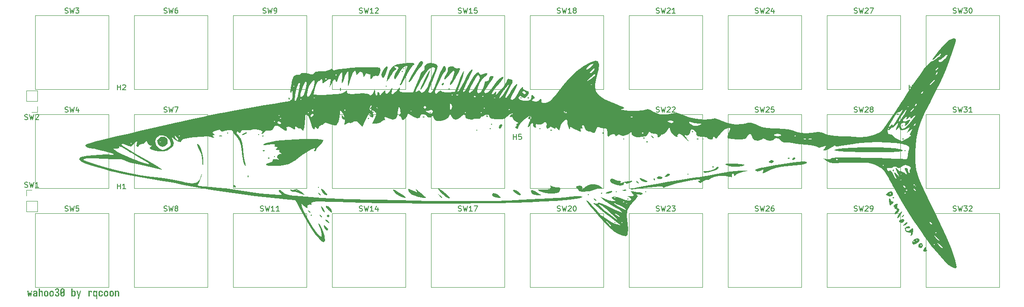
<source format=gbr>
%TF.GenerationSoftware,KiCad,Pcbnew,7.0.10*%
%TF.CreationDate,2024-02-28T00:26:24+11:00*%
%TF.ProjectId,wahoo30,7761686f-6f33-4302-9e6b-696361645f70,rev?*%
%TF.SameCoordinates,Original*%
%TF.FileFunction,Legend,Top*%
%TF.FilePolarity,Positive*%
%FSLAX46Y46*%
G04 Gerber Fmt 4.6, Leading zero omitted, Abs format (unit mm)*
G04 Created by KiCad (PCBNEW 7.0.10) date 2024-02-28 00:26:24*
%MOMM*%
%LPD*%
G01*
G04 APERTURE LIST*
%ADD10C,0.300000*%
%ADD11C,0.150000*%
%ADD12C,0.120000*%
G04 APERTURE END LIST*
D10*
G36*
X28932076Y-85851000D02*
G01*
X28750360Y-84748976D01*
X28987031Y-84748976D01*
X29039787Y-85624586D01*
X29136874Y-85058554D01*
X29322254Y-85058554D01*
X29419341Y-85624586D01*
X29472097Y-84748976D01*
X29708769Y-84748976D01*
X29527052Y-85851000D01*
X29339473Y-85851000D01*
X29229564Y-85299255D01*
X29119655Y-85851000D01*
X28932076Y-85851000D01*
G37*
G36*
X30290921Y-84737431D02*
G01*
X30307408Y-84737968D01*
X30323894Y-84738862D01*
X30340381Y-84740114D01*
X30356867Y-84741724D01*
X30373353Y-84743692D01*
X30379948Y-84744579D01*
X30396309Y-84747209D01*
X30412420Y-84750519D01*
X30428280Y-84754508D01*
X30443890Y-84759177D01*
X30459249Y-84764526D01*
X30474358Y-84770554D01*
X30480332Y-84773156D01*
X30495027Y-84780022D01*
X30509347Y-84787567D01*
X30523292Y-84795792D01*
X30536861Y-84804697D01*
X30550054Y-84814282D01*
X30562871Y-84824547D01*
X30567893Y-84828843D01*
X30580147Y-84839979D01*
X30591721Y-84851634D01*
X30602615Y-84863807D01*
X30612830Y-84876499D01*
X30622364Y-84889710D01*
X30631219Y-84903440D01*
X30634571Y-84909077D01*
X30642421Y-84923426D01*
X30649483Y-84938078D01*
X30655759Y-84953035D01*
X30661247Y-84968296D01*
X30665948Y-84983861D01*
X30669862Y-84999731D01*
X30671207Y-85006163D01*
X30674268Y-85022333D01*
X30676810Y-85038557D01*
X30678833Y-85054834D01*
X30680338Y-85071165D01*
X30681324Y-85087549D01*
X30681791Y-85103987D01*
X30681832Y-85110577D01*
X30681832Y-85851000D01*
X30447725Y-85851000D01*
X30447725Y-85685036D01*
X30440787Y-85698311D01*
X30433803Y-85711048D01*
X30425482Y-85723655D01*
X30424278Y-85725337D01*
X30415630Y-85737516D01*
X30410722Y-85744021D01*
X30401105Y-85755727D01*
X30396068Y-85761607D01*
X30385820Y-85772343D01*
X30379948Y-85778093D01*
X30368888Y-85788356D01*
X30363095Y-85793480D01*
X30351562Y-85802624D01*
X30345143Y-85807036D01*
X30332964Y-85815210D01*
X30326459Y-85819492D01*
X30313483Y-85827028D01*
X30306309Y-85830849D01*
X30292364Y-85837108D01*
X30285060Y-85840009D01*
X30270641Y-85844982D01*
X30262711Y-85847336D01*
X30248120Y-85851183D01*
X30240729Y-85853198D01*
X30225932Y-85856692D01*
X30218748Y-85857594D01*
X30204093Y-85858825D01*
X30195300Y-85859426D01*
X30180236Y-85860868D01*
X30172219Y-85861624D01*
X30157463Y-85862593D01*
X30150237Y-85862723D01*
X30134391Y-85862453D01*
X30118724Y-85861641D01*
X30103238Y-85860289D01*
X30087933Y-85858395D01*
X30072807Y-85855961D01*
X30067806Y-85855030D01*
X30052972Y-85851792D01*
X30038422Y-85847576D01*
X30024155Y-85842381D01*
X30010172Y-85836208D01*
X29996472Y-85829055D01*
X29991968Y-85826453D01*
X29978839Y-85818073D01*
X29966380Y-85808868D01*
X29954590Y-85798838D01*
X29943471Y-85787985D01*
X29933021Y-85776307D01*
X29929686Y-85772231D01*
X29920155Y-85759725D01*
X29911345Y-85746935D01*
X29903256Y-85733862D01*
X29895889Y-85720505D01*
X29889243Y-85706865D01*
X29887188Y-85702256D01*
X29881615Y-85688100D01*
X29876712Y-85673662D01*
X29872479Y-85658940D01*
X29868915Y-85643935D01*
X29866022Y-85628646D01*
X29865206Y-85623487D01*
X29863089Y-85607877D01*
X29861411Y-85592369D01*
X29860170Y-85576965D01*
X29859367Y-85561663D01*
X29859002Y-85546465D01*
X29858978Y-85541422D01*
X29859309Y-85523501D01*
X29859433Y-85521272D01*
X30093085Y-85521272D01*
X30093749Y-85536155D01*
X30095741Y-85550764D01*
X30099061Y-85565098D01*
X30103709Y-85579157D01*
X30109731Y-85592621D01*
X30118203Y-85606673D01*
X30128472Y-85619566D01*
X30136316Y-85627517D01*
X30147856Y-85636814D01*
X30161715Y-85645411D01*
X30176501Y-85652038D01*
X30186874Y-85655361D01*
X30201231Y-85658567D01*
X30215725Y-85660856D01*
X30230357Y-85662230D01*
X30245126Y-85662688D01*
X30260062Y-85662276D01*
X30274922Y-85661040D01*
X30289703Y-85658979D01*
X30304408Y-85656094D01*
X30319036Y-85652384D01*
X30323894Y-85650965D01*
X30338221Y-85646002D01*
X30351801Y-85639905D01*
X30364634Y-85632675D01*
X30376719Y-85624312D01*
X30388058Y-85614815D01*
X30391672Y-85611397D01*
X30401860Y-85600582D01*
X30410992Y-85589020D01*
X30419067Y-85576711D01*
X30426087Y-85563655D01*
X30432050Y-85549852D01*
X30433803Y-85545085D01*
X30438535Y-85530458D01*
X30442287Y-85515702D01*
X30445061Y-85500817D01*
X30446855Y-85485803D01*
X30447671Y-85470660D01*
X30447725Y-85465584D01*
X30447725Y-85377657D01*
X30318765Y-85377657D01*
X30303073Y-85377872D01*
X30287595Y-85378516D01*
X30272333Y-85379589D01*
X30269306Y-85379855D01*
X30254158Y-85381658D01*
X30238938Y-85384320D01*
X30223646Y-85387841D01*
X30220579Y-85388648D01*
X30205574Y-85392862D01*
X30190784Y-85397721D01*
X30176208Y-85403224D01*
X30173318Y-85404401D01*
X30159286Y-85411106D01*
X30146041Y-85419314D01*
X30133584Y-85429024D01*
X30131187Y-85431146D01*
X30120210Y-85442552D01*
X30111094Y-85455246D01*
X30103838Y-85469228D01*
X30102610Y-85472179D01*
X30097587Y-85487048D01*
X30094424Y-85502347D01*
X30093122Y-85518075D01*
X30093085Y-85521272D01*
X29859433Y-85521272D01*
X29860302Y-85505687D01*
X29861956Y-85487980D01*
X29864273Y-85470381D01*
X29867251Y-85452890D01*
X29870892Y-85435505D01*
X29872533Y-85428581D01*
X29877340Y-85411553D01*
X29883059Y-85395043D01*
X29889691Y-85379053D01*
X29897234Y-85363580D01*
X29905690Y-85348627D01*
X29915059Y-85334193D01*
X29919062Y-85328564D01*
X29929609Y-85314936D01*
X29940872Y-85301988D01*
X29952850Y-85289720D01*
X29965544Y-85278132D01*
X29978954Y-85267223D01*
X29993079Y-85256994D01*
X29998929Y-85253093D01*
X30013938Y-85243683D01*
X30029197Y-85234918D01*
X30044707Y-85226796D01*
X30060467Y-85219319D01*
X30076477Y-85212485D01*
X30092738Y-85206296D01*
X30099313Y-85204000D01*
X30115880Y-85198650D01*
X30132608Y-85193818D01*
X30149497Y-85189505D01*
X30166546Y-85185711D01*
X30183757Y-85182435D01*
X30201129Y-85179678D01*
X30208123Y-85178721D01*
X30225604Y-85176505D01*
X30243013Y-85174664D01*
X30260351Y-85173199D01*
X30277618Y-85172109D01*
X30294813Y-85171396D01*
X30311936Y-85171057D01*
X30318765Y-85171027D01*
X30447725Y-85171027D01*
X30447725Y-85103983D01*
X30447061Y-85087336D01*
X30445069Y-85071102D01*
X30441749Y-85055279D01*
X30437101Y-85039869D01*
X30430941Y-85024985D01*
X30423087Y-85011109D01*
X30413539Y-84998241D01*
X30402296Y-84986380D01*
X30389588Y-84975824D01*
X30375643Y-84966871D01*
X30362427Y-84960352D01*
X30348265Y-84955060D01*
X30344044Y-84953773D01*
X30329193Y-84949919D01*
X30314131Y-84947011D01*
X30298859Y-84945050D01*
X30283377Y-84944036D01*
X30274435Y-84943882D01*
X30259689Y-84944317D01*
X30244759Y-84945622D01*
X30229647Y-84947797D01*
X30214351Y-84950842D01*
X30199468Y-84955010D01*
X30185225Y-84960551D01*
X30171624Y-84967466D01*
X30158664Y-84975755D01*
X30146734Y-84985189D01*
X30136224Y-84995905D01*
X30127134Y-85007904D01*
X30119463Y-85021184D01*
X30113532Y-85034923D01*
X30108886Y-85050379D01*
X30106384Y-85065835D01*
X30105907Y-85076139D01*
X29871434Y-85076139D01*
X29871765Y-85061150D01*
X29872758Y-85046179D01*
X29874413Y-85031225D01*
X29876729Y-85016290D01*
X29879708Y-85001372D01*
X29883348Y-84986473D01*
X29884990Y-84980518D01*
X29889671Y-84965681D01*
X29895015Y-84951166D01*
X29901020Y-84936973D01*
X29907687Y-84923102D01*
X29915016Y-84909553D01*
X29923007Y-84896326D01*
X29926389Y-84891125D01*
X29935280Y-84878333D01*
X29944779Y-84866059D01*
X29954886Y-84854304D01*
X29965601Y-84843068D01*
X29976925Y-84832351D01*
X29988857Y-84822153D01*
X29993800Y-84818219D01*
X30006537Y-84808818D01*
X30019560Y-84800079D01*
X30032869Y-84792002D01*
X30046465Y-84784588D01*
X30060347Y-84777834D01*
X30074515Y-84771743D01*
X30080262Y-84769492D01*
X30094874Y-84764247D01*
X30109628Y-84759503D01*
X30124526Y-84755260D01*
X30139567Y-84751517D01*
X30154751Y-84748276D01*
X30170078Y-84745535D01*
X30176249Y-84744579D01*
X30191784Y-84742469D01*
X30207247Y-84740715D01*
X30222639Y-84739320D01*
X30237959Y-84738283D01*
X30253207Y-84737603D01*
X30268384Y-84737281D01*
X30274435Y-84737252D01*
X30290921Y-84737431D01*
G37*
G36*
X30925098Y-85851000D02*
G01*
X30925098Y-84280030D01*
X31159205Y-84280030D01*
X31159205Y-84927029D01*
X31165821Y-84911448D01*
X31173029Y-84896306D01*
X31180830Y-84881601D01*
X31189224Y-84867334D01*
X31198210Y-84853506D01*
X31201337Y-84848993D01*
X31211276Y-84835864D01*
X31221859Y-84823405D01*
X31233086Y-84811615D01*
X31244957Y-84800496D01*
X31257472Y-84790046D01*
X31261787Y-84786711D01*
X31275096Y-84777348D01*
X31288921Y-84769040D01*
X31303260Y-84761789D01*
X31318115Y-84755593D01*
X31333485Y-84750454D01*
X31338723Y-84748976D01*
X31354600Y-84744992D01*
X31370631Y-84741832D01*
X31386817Y-84739496D01*
X31403157Y-84737985D01*
X31419652Y-84737298D01*
X31425185Y-84737252D01*
X31440931Y-84737664D01*
X31456569Y-84738898D01*
X31472101Y-84740955D01*
X31487524Y-84743835D01*
X31502841Y-84747538D01*
X31518050Y-84752064D01*
X31524103Y-84754105D01*
X31539044Y-84759783D01*
X31553413Y-84766284D01*
X31567209Y-84773607D01*
X31580432Y-84781754D01*
X31593083Y-84790723D01*
X31605162Y-84800516D01*
X31609833Y-84804663D01*
X31621056Y-84815482D01*
X31631600Y-84826874D01*
X31641464Y-84838838D01*
X31650648Y-84851375D01*
X31659152Y-84864484D01*
X31666977Y-84878165D01*
X31669916Y-84883798D01*
X31676897Y-84898075D01*
X31683412Y-84912513D01*
X31689462Y-84927112D01*
X31695047Y-84941872D01*
X31700167Y-84956793D01*
X31704821Y-84971876D01*
X31706553Y-84977953D01*
X31710689Y-84993093D01*
X31714395Y-85008286D01*
X31717673Y-85023533D01*
X31720521Y-85038833D01*
X31722939Y-85054187D01*
X31724928Y-85069595D01*
X31725604Y-85075773D01*
X31727187Y-85091264D01*
X31728502Y-85106828D01*
X31729548Y-85122463D01*
X31730326Y-85138169D01*
X31730836Y-85153947D01*
X31731078Y-85169797D01*
X31731099Y-85176157D01*
X31731099Y-85851000D01*
X31496993Y-85851000D01*
X31496993Y-85175790D01*
X31496732Y-85160334D01*
X31495949Y-85144878D01*
X31494645Y-85129422D01*
X31493695Y-85120836D01*
X31491670Y-85105466D01*
X31488891Y-85090271D01*
X31485359Y-85075250D01*
X31483071Y-85066980D01*
X31478427Y-85052403D01*
X31472741Y-85038348D01*
X31466011Y-85024814D01*
X31461822Y-85017521D01*
X31453675Y-85004857D01*
X31444485Y-84992830D01*
X31434252Y-84981441D01*
X31428116Y-84975389D01*
X31416466Y-84965513D01*
X31403773Y-84957318D01*
X31390036Y-84950804D01*
X31381954Y-84947912D01*
X31367029Y-84943838D01*
X31351931Y-84941098D01*
X31336658Y-84939691D01*
X31328099Y-84939485D01*
X31312730Y-84940152D01*
X31297534Y-84942151D01*
X31282513Y-84945484D01*
X31274243Y-84947912D01*
X31259898Y-84953492D01*
X31246538Y-84960753D01*
X31234164Y-84969695D01*
X31227715Y-84975389D01*
X31217050Y-84986424D01*
X31207313Y-84998096D01*
X31198503Y-85010406D01*
X31194009Y-85017521D01*
X31186848Y-85030765D01*
X31180614Y-85044530D01*
X31175308Y-85058817D01*
X31172760Y-85066980D01*
X31168957Y-85081905D01*
X31165792Y-85097003D01*
X31163264Y-85112276D01*
X31162136Y-85120836D01*
X31160719Y-85136292D01*
X31159766Y-85151747D01*
X31159276Y-85167203D01*
X31159205Y-85175790D01*
X31159205Y-85851000D01*
X30925098Y-85851000D01*
G37*
G36*
X32395217Y-84737583D02*
G01*
X32413051Y-84738576D01*
X32430866Y-84740231D01*
X32448664Y-84742547D01*
X32466444Y-84745526D01*
X32484205Y-84749166D01*
X32491305Y-84750808D01*
X32509004Y-84755375D01*
X32526382Y-84760604D01*
X32543437Y-84766494D01*
X32560170Y-84773047D01*
X32576581Y-84780262D01*
X32592671Y-84788138D01*
X32599016Y-84791474D01*
X32614556Y-84800331D01*
X32629578Y-84809957D01*
X32644080Y-84820352D01*
X32658064Y-84831516D01*
X32671529Y-84843450D01*
X32684475Y-84856153D01*
X32689508Y-84861450D01*
X32701708Y-84875051D01*
X32713122Y-84889063D01*
X32723748Y-84903487D01*
X32733586Y-84918322D01*
X32742638Y-84933569D01*
X32750903Y-84949227D01*
X32753988Y-84955605D01*
X32761187Y-84971680D01*
X32767670Y-84988077D01*
X32773437Y-85004796D01*
X32778489Y-85021837D01*
X32782825Y-85039200D01*
X32786446Y-85056885D01*
X32787694Y-85064049D01*
X32790438Y-85081997D01*
X32792717Y-85099891D01*
X32794531Y-85117732D01*
X32795880Y-85135519D01*
X32796764Y-85153252D01*
X32797182Y-85170932D01*
X32797219Y-85177988D01*
X32797219Y-85428581D01*
X32796987Y-85446134D01*
X32796289Y-85463758D01*
X32795126Y-85481454D01*
X32793498Y-85499221D01*
X32791405Y-85517060D01*
X32788847Y-85534970D01*
X32787694Y-85542154D01*
X32784359Y-85559977D01*
X32780309Y-85577496D01*
X32775544Y-85594710D01*
X32770063Y-85611621D01*
X32763866Y-85628227D01*
X32756954Y-85644529D01*
X32753988Y-85650965D01*
X32746065Y-85666682D01*
X32737409Y-85682005D01*
X32728019Y-85696935D01*
X32717896Y-85711472D01*
X32707039Y-85725615D01*
X32695449Y-85739364D01*
X32690607Y-85744754D01*
X32678176Y-85757764D01*
X32665155Y-85770006D01*
X32651543Y-85781478D01*
X32637341Y-85792181D01*
X32622549Y-85802115D01*
X32607166Y-85811279D01*
X32600848Y-85814729D01*
X32584870Y-85822790D01*
X32568534Y-85830028D01*
X32551840Y-85836443D01*
X32534788Y-85842035D01*
X32517379Y-85846804D01*
X32499611Y-85850750D01*
X32492404Y-85852099D01*
X32477944Y-85854589D01*
X32459902Y-85857234D01*
X32441895Y-85859361D01*
X32423923Y-85860970D01*
X32405988Y-85862059D01*
X32388088Y-85862630D01*
X32377366Y-85862723D01*
X32359488Y-85862464D01*
X32341574Y-85861686D01*
X32323624Y-85860389D01*
X32305639Y-85858573D01*
X32287617Y-85856238D01*
X32269560Y-85853385D01*
X32262327Y-85852099D01*
X32244408Y-85848481D01*
X32226829Y-85844041D01*
X32209589Y-85838779D01*
X32192690Y-85832693D01*
X32176130Y-85825784D01*
X32159910Y-85818052D01*
X32153517Y-85814729D01*
X32137995Y-85805873D01*
X32123027Y-85796247D01*
X32108614Y-85785851D01*
X32094756Y-85774687D01*
X32081452Y-85762753D01*
X32068703Y-85750050D01*
X32063758Y-85744754D01*
X32051980Y-85731162D01*
X32040918Y-85717176D01*
X32030571Y-85702797D01*
X32020939Y-85688025D01*
X32012023Y-85672858D01*
X32003823Y-85657299D01*
X32000743Y-85650965D01*
X31993545Y-85634784D01*
X31987062Y-85618300D01*
X31981295Y-85601511D01*
X31976243Y-85584418D01*
X31971907Y-85567021D01*
X31968286Y-85549320D01*
X31967038Y-85542154D01*
X31964294Y-85524215D01*
X31962015Y-85506348D01*
X31960201Y-85488552D01*
X31958852Y-85470828D01*
X31957968Y-85453175D01*
X31957550Y-85435594D01*
X31957512Y-85428581D01*
X31957512Y-85424185D01*
X32191619Y-85424185D01*
X32191915Y-85439710D01*
X32192804Y-85455234D01*
X32194285Y-85470759D01*
X32196359Y-85486284D01*
X32199025Y-85501809D01*
X32200046Y-85506983D01*
X32203759Y-85522289D01*
X32208581Y-85537157D01*
X32214510Y-85551587D01*
X32221547Y-85565579D01*
X32229691Y-85579133D01*
X32232652Y-85583554D01*
X32242359Y-85596163D01*
X32253071Y-85607613D01*
X32264788Y-85617905D01*
X32277509Y-85627036D01*
X32291234Y-85635009D01*
X32296033Y-85637409D01*
X32310836Y-85643759D01*
X32325846Y-85648795D01*
X32341061Y-85652517D01*
X32356483Y-85654926D01*
X32372111Y-85656021D01*
X32377366Y-85656094D01*
X32393049Y-85655437D01*
X32408501Y-85653466D01*
X32423721Y-85650182D01*
X32438709Y-85645584D01*
X32453465Y-85639672D01*
X32458332Y-85637409D01*
X32472505Y-85629823D01*
X32485621Y-85621077D01*
X32497681Y-85611173D01*
X32508685Y-85600109D01*
X32518632Y-85587886D01*
X32521713Y-85583554D01*
X32530352Y-85570146D01*
X32537856Y-85556300D01*
X32544228Y-85542016D01*
X32549465Y-85527294D01*
X32553570Y-85512134D01*
X32554686Y-85506983D01*
X32557550Y-85491459D01*
X32559821Y-85475934D01*
X32561500Y-85460409D01*
X32562586Y-85444885D01*
X32563080Y-85429360D01*
X32563113Y-85424185D01*
X32563113Y-85175790D01*
X32562816Y-85160227D01*
X32561928Y-85144586D01*
X32560446Y-85128868D01*
X32558373Y-85113073D01*
X32555707Y-85097201D01*
X32554686Y-85091893D01*
X32550960Y-85076252D01*
X32546100Y-85061204D01*
X32540106Y-85046748D01*
X32532979Y-85032885D01*
X32524719Y-85019614D01*
X32521713Y-85015323D01*
X32512079Y-85003087D01*
X32501311Y-84991933D01*
X32489410Y-84981860D01*
X32476376Y-84972870D01*
X32462208Y-84964962D01*
X32457233Y-84962566D01*
X32442181Y-84956216D01*
X32426974Y-84951180D01*
X32411612Y-84947458D01*
X32396096Y-84945049D01*
X32380426Y-84943955D01*
X32375168Y-84943882D01*
X32359471Y-84944577D01*
X32343981Y-84946664D01*
X32328697Y-84950141D01*
X32313618Y-84955010D01*
X32298746Y-84961270D01*
X32293835Y-84963665D01*
X32279813Y-84971475D01*
X32266873Y-84980341D01*
X32255015Y-84990262D01*
X32244238Y-85001240D01*
X32234544Y-85013275D01*
X32231553Y-85017521D01*
X32223413Y-85030555D01*
X32216303Y-85044105D01*
X32210224Y-85058170D01*
X32205175Y-85072750D01*
X32201156Y-85087846D01*
X32200046Y-85092992D01*
X32197182Y-85108517D01*
X32194911Y-85124041D01*
X32193232Y-85139566D01*
X32192146Y-85155091D01*
X32191652Y-85170615D01*
X32191619Y-85175790D01*
X32191619Y-85424185D01*
X31957512Y-85424185D01*
X31957512Y-85177988D01*
X31957745Y-85160330D01*
X31958443Y-85142618D01*
X31959605Y-85124853D01*
X31961233Y-85107034D01*
X31963326Y-85089161D01*
X31965884Y-85071235D01*
X31967038Y-85064049D01*
X31970372Y-85046235D01*
X31974422Y-85028744D01*
X31979188Y-85011574D01*
X31984669Y-84994726D01*
X31990866Y-84978200D01*
X31997778Y-84961997D01*
X32000743Y-84955605D01*
X32008684Y-84939783D01*
X32017394Y-84924371D01*
X32026874Y-84909371D01*
X32037122Y-84894783D01*
X32048140Y-84880606D01*
X32059927Y-84866841D01*
X32064857Y-84861450D01*
X32077701Y-84848439D01*
X32091046Y-84836198D01*
X32104892Y-84824726D01*
X32119239Y-84814023D01*
X32134087Y-84804089D01*
X32149436Y-84794924D01*
X32155715Y-84791474D01*
X32171667Y-84783333D01*
X32187923Y-84775853D01*
X32204482Y-84769036D01*
X32221346Y-84762880D01*
X32238514Y-84757387D01*
X32255986Y-84752555D01*
X32263060Y-84750808D01*
X32280920Y-84746902D01*
X32298781Y-84743659D01*
X32316641Y-84741078D01*
X32334501Y-84739158D01*
X32352362Y-84737901D01*
X32370222Y-84737305D01*
X32377366Y-84737252D01*
X32395217Y-84737583D01*
G37*
G36*
X33444484Y-84737583D02*
G01*
X33462318Y-84738576D01*
X33480133Y-84740231D01*
X33497931Y-84742547D01*
X33515711Y-84745526D01*
X33533473Y-84749166D01*
X33540572Y-84750808D01*
X33558272Y-84755375D01*
X33575649Y-84760604D01*
X33592704Y-84766494D01*
X33609437Y-84773047D01*
X33625849Y-84780262D01*
X33641938Y-84788138D01*
X33648284Y-84791474D01*
X33663824Y-84800331D01*
X33678845Y-84809957D01*
X33693347Y-84820352D01*
X33707331Y-84831516D01*
X33720796Y-84843450D01*
X33733742Y-84856153D01*
X33738775Y-84861450D01*
X33750976Y-84875051D01*
X33762389Y-84889063D01*
X33773015Y-84903487D01*
X33782854Y-84918322D01*
X33791905Y-84933569D01*
X33800170Y-84949227D01*
X33803256Y-84955605D01*
X33810454Y-84971680D01*
X33816937Y-84988077D01*
X33822704Y-85004796D01*
X33827756Y-85021837D01*
X33832092Y-85039200D01*
X33835713Y-85056885D01*
X33836961Y-85064049D01*
X33839705Y-85081997D01*
X33841984Y-85099891D01*
X33843798Y-85117732D01*
X33845147Y-85135519D01*
X33846031Y-85153252D01*
X33846449Y-85170932D01*
X33846487Y-85177988D01*
X33846487Y-85428581D01*
X33846254Y-85446134D01*
X33845556Y-85463758D01*
X33844394Y-85481454D01*
X33842766Y-85499221D01*
X33840673Y-85517060D01*
X33838115Y-85534970D01*
X33836961Y-85542154D01*
X33833627Y-85559977D01*
X33829577Y-85577496D01*
X33824811Y-85594710D01*
X33819330Y-85611621D01*
X33813133Y-85628227D01*
X33806221Y-85644529D01*
X33803256Y-85650965D01*
X33795333Y-85666682D01*
X33786676Y-85682005D01*
X33777286Y-85696935D01*
X33767163Y-85711472D01*
X33756306Y-85725615D01*
X33744716Y-85739364D01*
X33739875Y-85744754D01*
X33727444Y-85757764D01*
X33714422Y-85770006D01*
X33700811Y-85781478D01*
X33686609Y-85792181D01*
X33671816Y-85802115D01*
X33656434Y-85811279D01*
X33650115Y-85814729D01*
X33634137Y-85822790D01*
X33617801Y-85830028D01*
X33601107Y-85836443D01*
X33584055Y-85842035D01*
X33566646Y-85846804D01*
X33548879Y-85850750D01*
X33541672Y-85852099D01*
X33527212Y-85854589D01*
X33509169Y-85857234D01*
X33491162Y-85859361D01*
X33473191Y-85860970D01*
X33455255Y-85862059D01*
X33437356Y-85862630D01*
X33426633Y-85862723D01*
X33408755Y-85862464D01*
X33390841Y-85861686D01*
X33372891Y-85860389D01*
X33354906Y-85858573D01*
X33336885Y-85856238D01*
X33318828Y-85853385D01*
X33311595Y-85852099D01*
X33293675Y-85848481D01*
X33276096Y-85844041D01*
X33258857Y-85838779D01*
X33241957Y-85832693D01*
X33225397Y-85825784D01*
X33209177Y-85818052D01*
X33202785Y-85814729D01*
X33187262Y-85805873D01*
X33172295Y-85796247D01*
X33157882Y-85785851D01*
X33144023Y-85774687D01*
X33130719Y-85762753D01*
X33117970Y-85750050D01*
X33113025Y-85744754D01*
X33101247Y-85731162D01*
X33090185Y-85717176D01*
X33079838Y-85702797D01*
X33070206Y-85688025D01*
X33061291Y-85672858D01*
X33053090Y-85657299D01*
X33050011Y-85650965D01*
X33042812Y-85634784D01*
X33036329Y-85618300D01*
X33030562Y-85601511D01*
X33025510Y-85584418D01*
X33021174Y-85567021D01*
X33017553Y-85549320D01*
X33016305Y-85542154D01*
X33013561Y-85524215D01*
X33011282Y-85506348D01*
X33009468Y-85488552D01*
X33008119Y-85470828D01*
X33007235Y-85453175D01*
X33006817Y-85435594D01*
X33006780Y-85428581D01*
X33006780Y-85424185D01*
X33240886Y-85424185D01*
X33241183Y-85439710D01*
X33242071Y-85455234D01*
X33243553Y-85470759D01*
X33245626Y-85486284D01*
X33248292Y-85501809D01*
X33249313Y-85506983D01*
X33253027Y-85522289D01*
X33257848Y-85537157D01*
X33263777Y-85551587D01*
X33270814Y-85565579D01*
X33278958Y-85579133D01*
X33281919Y-85583554D01*
X33291626Y-85596163D01*
X33302338Y-85607613D01*
X33314055Y-85617905D01*
X33326776Y-85627036D01*
X33340502Y-85635009D01*
X33345300Y-85637409D01*
X33360104Y-85643759D01*
X33375113Y-85648795D01*
X33390329Y-85652517D01*
X33405750Y-85654926D01*
X33421378Y-85656021D01*
X33426633Y-85656094D01*
X33442317Y-85655437D01*
X33457768Y-85653466D01*
X33472988Y-85650182D01*
X33487976Y-85645584D01*
X33502732Y-85639672D01*
X33507600Y-85637409D01*
X33521772Y-85629823D01*
X33534888Y-85621077D01*
X33546948Y-85611173D01*
X33557952Y-85600109D01*
X33567899Y-85587886D01*
X33570981Y-85583554D01*
X33579619Y-85570146D01*
X33587124Y-85556300D01*
X33593495Y-85542016D01*
X33598733Y-85527294D01*
X33602837Y-85512134D01*
X33603953Y-85506983D01*
X33606817Y-85491459D01*
X33609088Y-85475934D01*
X33610767Y-85460409D01*
X33611853Y-85444885D01*
X33612347Y-85429360D01*
X33612380Y-85424185D01*
X33612380Y-85175790D01*
X33612084Y-85160227D01*
X33611195Y-85144586D01*
X33609714Y-85128868D01*
X33607640Y-85113073D01*
X33604974Y-85097201D01*
X33603953Y-85091893D01*
X33600227Y-85076252D01*
X33595367Y-85061204D01*
X33589373Y-85046748D01*
X33582246Y-85032885D01*
X33573986Y-85019614D01*
X33570981Y-85015323D01*
X33561346Y-85003087D01*
X33550579Y-84991933D01*
X33538678Y-84981860D01*
X33525643Y-84972870D01*
X33511475Y-84964962D01*
X33506501Y-84962566D01*
X33491448Y-84956216D01*
X33476241Y-84951180D01*
X33460880Y-84947458D01*
X33445364Y-84945049D01*
X33429693Y-84943955D01*
X33424435Y-84943882D01*
X33408739Y-84944577D01*
X33393248Y-84946664D01*
X33377964Y-84950141D01*
X33362886Y-84955010D01*
X33348014Y-84961270D01*
X33343102Y-84963665D01*
X33329080Y-84971475D01*
X33316140Y-84980341D01*
X33304282Y-84990262D01*
X33293506Y-85001240D01*
X33283811Y-85013275D01*
X33280820Y-85017521D01*
X33272680Y-85030555D01*
X33265570Y-85044105D01*
X33259491Y-85058170D01*
X33254442Y-85072750D01*
X33250423Y-85087846D01*
X33249313Y-85092992D01*
X33246449Y-85108517D01*
X33244178Y-85124041D01*
X33242499Y-85139566D01*
X33241413Y-85155091D01*
X33240919Y-85170615D01*
X33240886Y-85175790D01*
X33240886Y-85424185D01*
X33006780Y-85424185D01*
X33006780Y-85177988D01*
X33007012Y-85160330D01*
X33007710Y-85142618D01*
X33008873Y-85124853D01*
X33010501Y-85107034D01*
X33012594Y-85089161D01*
X33015152Y-85071235D01*
X33016305Y-85064049D01*
X33019640Y-85046235D01*
X33023690Y-85028744D01*
X33028455Y-85011574D01*
X33033936Y-84994726D01*
X33040133Y-84978200D01*
X33047045Y-84961997D01*
X33050011Y-84955605D01*
X33057952Y-84939783D01*
X33066662Y-84924371D01*
X33076141Y-84909371D01*
X33086389Y-84894783D01*
X33097407Y-84880606D01*
X33109194Y-84866841D01*
X33114124Y-84861450D01*
X33126969Y-84848439D01*
X33140314Y-84836198D01*
X33154160Y-84824726D01*
X33168507Y-84814023D01*
X33183354Y-84804089D01*
X33198703Y-84794924D01*
X33204983Y-84791474D01*
X33220934Y-84783333D01*
X33237190Y-84775853D01*
X33253750Y-84769036D01*
X33270613Y-84762880D01*
X33287781Y-84757387D01*
X33305254Y-84752555D01*
X33312327Y-84750808D01*
X33330188Y-84746902D01*
X33348048Y-84743659D01*
X33365908Y-84741078D01*
X33383769Y-84739158D01*
X33401629Y-84737901D01*
X33419489Y-84737305D01*
X33426633Y-84737252D01*
X33444484Y-84737583D01*
G37*
G36*
X34480297Y-85862723D02*
G01*
X34463097Y-85862491D01*
X34445843Y-85861793D01*
X34428535Y-85860630D01*
X34411174Y-85859002D01*
X34393759Y-85856909D01*
X34376291Y-85854351D01*
X34369288Y-85853198D01*
X34351933Y-85849854D01*
X34334899Y-85845777D01*
X34318187Y-85840967D01*
X34301797Y-85835423D01*
X34285729Y-85829146D01*
X34269984Y-85822135D01*
X34263775Y-85819126D01*
X34248516Y-85811097D01*
X34233651Y-85802353D01*
X34219179Y-85792894D01*
X34205100Y-85782718D01*
X34191415Y-85771828D01*
X34178124Y-85760221D01*
X34172917Y-85755378D01*
X34160425Y-85742763D01*
X34148595Y-85729647D01*
X34137427Y-85716030D01*
X34126921Y-85701912D01*
X34117077Y-85687293D01*
X34107895Y-85672174D01*
X34104407Y-85665986D01*
X34096178Y-85650175D01*
X34088665Y-85634115D01*
X34081867Y-85617804D01*
X34075785Y-85601242D01*
X34070418Y-85584430D01*
X34065767Y-85567368D01*
X34064107Y-85560473D01*
X34060518Y-85543079D01*
X34057538Y-85525704D01*
X34055166Y-85508346D01*
X34053402Y-85491007D01*
X34052247Y-85473685D01*
X34051699Y-85456381D01*
X34051651Y-85449464D01*
X34286124Y-85449464D01*
X34286562Y-85464414D01*
X34287875Y-85479311D01*
X34290065Y-85494158D01*
X34293130Y-85508953D01*
X34297072Y-85523696D01*
X34298580Y-85528599D01*
X34303865Y-85542879D01*
X34310103Y-85556591D01*
X34317295Y-85569738D01*
X34325439Y-85582317D01*
X34334537Y-85594330D01*
X34337781Y-85598208D01*
X34348072Y-85609032D01*
X34359162Y-85618696D01*
X34373109Y-85628506D01*
X34385929Y-85635659D01*
X34399547Y-85641652D01*
X34401895Y-85642538D01*
X34416260Y-85647145D01*
X34430780Y-85650799D01*
X34445455Y-85653499D01*
X34460284Y-85655246D01*
X34475268Y-85656041D01*
X34480297Y-85656094D01*
X34496641Y-85655463D01*
X34512703Y-85653569D01*
X34528481Y-85650414D01*
X34543975Y-85645996D01*
X34559187Y-85640316D01*
X34564194Y-85638142D01*
X34578779Y-85630817D01*
X34592307Y-85622308D01*
X34604779Y-85612614D01*
X34616195Y-85601734D01*
X34626555Y-85589670D01*
X34629773Y-85585385D01*
X34638888Y-85572076D01*
X34646998Y-85558252D01*
X34654104Y-85543912D01*
X34660205Y-85529057D01*
X34665301Y-85513687D01*
X34666776Y-85508449D01*
X34670760Y-85492637D01*
X34673920Y-85476798D01*
X34676256Y-85460935D01*
X34677767Y-85445045D01*
X34678454Y-85429130D01*
X34678500Y-85423819D01*
X34678049Y-85408019D01*
X34676697Y-85392220D01*
X34674443Y-85376420D01*
X34671287Y-85360621D01*
X34667230Y-85344821D01*
X34665677Y-85339555D01*
X34660581Y-85324013D01*
X34654635Y-85308986D01*
X34647838Y-85294475D01*
X34640192Y-85280479D01*
X34631695Y-85266998D01*
X34628674Y-85262618D01*
X34619195Y-85249940D01*
X34608891Y-85238009D01*
X34597762Y-85226825D01*
X34585810Y-85216388D01*
X34573033Y-85206698D01*
X34568591Y-85203634D01*
X34555097Y-85194854D01*
X34541268Y-85186924D01*
X34527104Y-85179844D01*
X34512606Y-85173615D01*
X34497772Y-85168235D01*
X34492753Y-85166631D01*
X34477649Y-85162170D01*
X34462288Y-85158405D01*
X34446669Y-85155335D01*
X34430792Y-85152961D01*
X34414657Y-85151282D01*
X34409222Y-85150877D01*
X34393049Y-85149757D01*
X34376953Y-85148868D01*
X34360935Y-85148211D01*
X34344994Y-85147786D01*
X34329130Y-85147593D01*
X34323859Y-85147580D01*
X34323859Y-84940951D01*
X34340616Y-84940810D01*
X34357549Y-84940390D01*
X34372202Y-84939806D01*
X34386984Y-84939016D01*
X34401895Y-84938020D01*
X34416879Y-84936461D01*
X34431605Y-84934259D01*
X34446073Y-84931412D01*
X34462628Y-84927277D01*
X34478831Y-84922266D01*
X34494757Y-84916165D01*
X34510157Y-84909083D01*
X34525031Y-84901018D01*
X34539379Y-84891972D01*
X34547341Y-84886362D01*
X34558946Y-84877411D01*
X34571606Y-84866218D01*
X34583320Y-84854220D01*
X34594086Y-84841414D01*
X34601197Y-84831774D01*
X34610413Y-84817639D01*
X34618508Y-84802803D01*
X34625480Y-84787265D01*
X34630563Y-84773389D01*
X34634170Y-84761432D01*
X34637780Y-84746908D01*
X34640644Y-84732461D01*
X34643041Y-84715704D01*
X34644421Y-84699051D01*
X34644794Y-84684862D01*
X34644391Y-84668405D01*
X34643181Y-84652054D01*
X34641165Y-84635807D01*
X34638343Y-84619666D01*
X34636368Y-84610490D01*
X34632120Y-84594564D01*
X34626751Y-84579165D01*
X34620259Y-84564291D01*
X34612646Y-84549943D01*
X34607792Y-84541980D01*
X34598275Y-84528862D01*
X34587355Y-84517076D01*
X34575033Y-84506622D01*
X34561309Y-84497501D01*
X34552837Y-84492887D01*
X34537557Y-84485892D01*
X34522173Y-84480615D01*
X34506683Y-84477057D01*
X34491087Y-84475216D01*
X34482129Y-84474935D01*
X34466526Y-84475689D01*
X34451134Y-84477951D01*
X34435952Y-84481720D01*
X34420980Y-84486997D01*
X34412519Y-84490689D01*
X34398422Y-84498247D01*
X34385622Y-84507138D01*
X34374119Y-84517361D01*
X34363913Y-84528917D01*
X34358664Y-84536118D01*
X34350499Y-84549256D01*
X34343317Y-84563026D01*
X34337116Y-84577426D01*
X34331896Y-84592458D01*
X34329355Y-84601331D01*
X34325643Y-84617039D01*
X34322843Y-84632747D01*
X34320955Y-84648455D01*
X34319978Y-84664162D01*
X34319829Y-84673138D01*
X34085356Y-84673138D01*
X34085356Y-84669841D01*
X34085356Y-84668742D01*
X34085642Y-84652256D01*
X34086501Y-84635769D01*
X34087932Y-84619283D01*
X34089936Y-84602796D01*
X34092512Y-84586310D01*
X34095660Y-84569824D01*
X34097080Y-84563229D01*
X34101021Y-84546762D01*
X34105516Y-84530564D01*
X34110566Y-84514634D01*
X34116171Y-84498972D01*
X34122330Y-84483579D01*
X34129044Y-84468454D01*
X34131884Y-84462479D01*
X34139464Y-84447722D01*
X34147777Y-84433449D01*
X34156823Y-84419658D01*
X34166603Y-84406351D01*
X34177116Y-84393526D01*
X34188363Y-84381185D01*
X34193067Y-84376383D01*
X34205171Y-84364790D01*
X34217668Y-84353822D01*
X34230559Y-84343480D01*
X34243843Y-84333765D01*
X34257521Y-84324676D01*
X34271592Y-84316212D01*
X34277331Y-84313002D01*
X34292023Y-84305382D01*
X34307019Y-84298548D01*
X34322320Y-84292502D01*
X34337924Y-84287242D01*
X34353833Y-84282770D01*
X34370045Y-84279085D01*
X34376616Y-84277831D01*
X34393102Y-84275087D01*
X34409588Y-84272808D01*
X34426075Y-84270994D01*
X34442561Y-84269645D01*
X34459048Y-84268762D01*
X34475534Y-84268343D01*
X34482129Y-84268306D01*
X34498642Y-84268565D01*
X34515209Y-84269343D01*
X34531829Y-84270640D01*
X34548504Y-84272456D01*
X34565231Y-84274791D01*
X34582013Y-84277644D01*
X34588741Y-84278930D01*
X34605383Y-84282644D01*
X34621649Y-84287145D01*
X34637540Y-84292433D01*
X34653055Y-84298508D01*
X34668194Y-84305370D01*
X34682958Y-84313019D01*
X34688758Y-84316300D01*
X34703066Y-84324883D01*
X34716908Y-84334146D01*
X34730285Y-84344088D01*
X34743197Y-84354711D01*
X34755645Y-84366013D01*
X34767627Y-84377995D01*
X34772289Y-84382978D01*
X34783513Y-84395777D01*
X34794056Y-84408988D01*
X34803920Y-84422611D01*
X34813104Y-84436645D01*
X34821609Y-84451090D01*
X34829433Y-84465946D01*
X34832373Y-84472004D01*
X34839405Y-84487339D01*
X34845847Y-84502888D01*
X34851698Y-84518651D01*
X34856959Y-84534630D01*
X34861630Y-84550823D01*
X34865711Y-84567230D01*
X34867177Y-84573854D01*
X34870555Y-84590508D01*
X34873360Y-84607270D01*
X34875592Y-84624139D01*
X34877252Y-84641116D01*
X34878340Y-84658200D01*
X34878855Y-84675391D01*
X34878901Y-84682297D01*
X34878561Y-84699480D01*
X34877542Y-84716680D01*
X34875842Y-84733898D01*
X34873463Y-84751134D01*
X34870404Y-84768388D01*
X34866665Y-84785659D01*
X34864979Y-84792573D01*
X34860350Y-84809655D01*
X34854933Y-84826326D01*
X34848729Y-84842585D01*
X34841738Y-84858433D01*
X34833960Y-84873869D01*
X34825395Y-84888894D01*
X34821748Y-84894789D01*
X34812276Y-84909123D01*
X34802178Y-84923046D01*
X34791453Y-84936558D01*
X34780103Y-84949658D01*
X34768126Y-84962346D01*
X34755524Y-84974623D01*
X34750307Y-84979419D01*
X34736926Y-84990968D01*
X34723116Y-85001801D01*
X34708877Y-85011919D01*
X34694208Y-85021322D01*
X34679110Y-85030009D01*
X34663582Y-85037980D01*
X34657251Y-85040968D01*
X34671402Y-85047076D01*
X34685278Y-85053676D01*
X34698879Y-85060769D01*
X34712205Y-85068354D01*
X34725257Y-85076431D01*
X34738034Y-85085001D01*
X34750536Y-85094062D01*
X34762764Y-85103616D01*
X34774711Y-85113600D01*
X34786188Y-85123950D01*
X34797196Y-85134666D01*
X34807735Y-85145748D01*
X34817804Y-85157197D01*
X34827404Y-85169012D01*
X34836535Y-85181194D01*
X34845196Y-85193742D01*
X34853359Y-85206628D01*
X34860995Y-85219823D01*
X34868105Y-85233327D01*
X34874688Y-85247140D01*
X34880744Y-85261262D01*
X34886274Y-85275693D01*
X34891277Y-85290434D01*
X34895754Y-85305483D01*
X34899704Y-85320613D01*
X34903127Y-85335777D01*
X34906024Y-85350975D01*
X34908393Y-85366208D01*
X34910237Y-85381475D01*
X34911553Y-85396776D01*
X34912343Y-85412112D01*
X34912607Y-85427482D01*
X34912294Y-85445352D01*
X34911354Y-85463239D01*
X34909789Y-85481144D01*
X34907598Y-85499067D01*
X34904780Y-85517007D01*
X34901337Y-85534966D01*
X34899784Y-85542154D01*
X34895551Y-85559889D01*
X34890639Y-85577374D01*
X34885047Y-85594608D01*
X34878775Y-85611592D01*
X34871824Y-85628325D01*
X34864192Y-85644808D01*
X34860949Y-85651331D01*
X34852366Y-85667329D01*
X34843103Y-85682808D01*
X34833161Y-85697769D01*
X34822538Y-85712210D01*
X34811236Y-85726133D01*
X34799254Y-85739537D01*
X34794271Y-85744754D01*
X34781532Y-85757360D01*
X34768275Y-85769305D01*
X34754499Y-85780587D01*
X34740204Y-85791208D01*
X34725390Y-85801166D01*
X34710057Y-85810463D01*
X34703779Y-85813997D01*
X34687819Y-85822172D01*
X34671536Y-85829524D01*
X34654932Y-85836054D01*
X34638005Y-85841760D01*
X34620757Y-85846644D01*
X34603186Y-85850705D01*
X34596068Y-85852099D01*
X34578268Y-85855159D01*
X34560362Y-85857701D01*
X34542348Y-85859725D01*
X34524226Y-85861229D01*
X34505997Y-85862215D01*
X34491337Y-85862630D01*
X34480297Y-85862723D01*
G37*
G36*
X35543019Y-84268646D02*
G01*
X35560852Y-84269665D01*
X35578668Y-84271365D01*
X35596466Y-84273744D01*
X35614245Y-84276803D01*
X35632007Y-84280542D01*
X35639107Y-84282228D01*
X35656806Y-84286804D01*
X35674183Y-84292059D01*
X35691239Y-84297995D01*
X35707972Y-84304610D01*
X35724383Y-84311905D01*
X35740473Y-84319880D01*
X35746818Y-84323260D01*
X35762358Y-84332241D01*
X35777379Y-84342008D01*
X35791882Y-84352562D01*
X35805866Y-84363904D01*
X35819331Y-84376033D01*
X35832277Y-84388948D01*
X35837310Y-84394335D01*
X35847133Y-84405280D01*
X35858704Y-84419348D01*
X35869487Y-84433845D01*
X35879483Y-84448772D01*
X35888693Y-84464128D01*
X35897115Y-84479913D01*
X35901790Y-84489590D01*
X35908989Y-84505894D01*
X35915472Y-84522520D01*
X35921239Y-84539468D01*
X35926291Y-84556738D01*
X35930627Y-84574329D01*
X35934248Y-84592243D01*
X35935496Y-84599499D01*
X35938240Y-84617570D01*
X35940519Y-84635606D01*
X35942333Y-84653606D01*
X35943682Y-84671570D01*
X35944565Y-84689498D01*
X35944984Y-84707391D01*
X35945021Y-84714538D01*
X35945021Y-85422720D01*
X35944789Y-85440607D01*
X35944091Y-85458548D01*
X35942928Y-85476542D01*
X35941300Y-85494590D01*
X35939207Y-85512692D01*
X35937198Y-85527212D01*
X35935496Y-85538124D01*
X35932885Y-85552590D01*
X35928978Y-85570398D01*
X35924356Y-85587903D01*
X35919018Y-85605103D01*
X35912964Y-85621999D01*
X35906195Y-85638591D01*
X35901790Y-85648400D01*
X35893867Y-85664337D01*
X35885211Y-85679863D01*
X35875821Y-85694977D01*
X35865698Y-85709680D01*
X35854841Y-85723972D01*
X35843251Y-85737852D01*
X35838409Y-85743288D01*
X35825978Y-85756413D01*
X35812957Y-85768769D01*
X35799345Y-85780356D01*
X35785143Y-85791173D01*
X35770351Y-85801222D01*
X35754968Y-85810501D01*
X35748650Y-85813997D01*
X35732672Y-85822172D01*
X35716335Y-85829524D01*
X35699642Y-85836054D01*
X35682590Y-85841760D01*
X35665180Y-85846644D01*
X35647413Y-85850705D01*
X35640206Y-85852099D01*
X35625746Y-85854589D01*
X35607703Y-85857234D01*
X35589696Y-85859361D01*
X35571725Y-85860970D01*
X35553790Y-85862059D01*
X35535890Y-85862630D01*
X35525168Y-85862723D01*
X35507290Y-85862464D01*
X35489376Y-85861686D01*
X35471426Y-85860389D01*
X35453440Y-85858573D01*
X35435419Y-85856238D01*
X35417362Y-85853385D01*
X35410129Y-85852099D01*
X35395767Y-85849179D01*
X35378119Y-85844789D01*
X35360812Y-85839576D01*
X35343844Y-85833541D01*
X35327216Y-85826682D01*
X35310929Y-85819001D01*
X35301319Y-85813997D01*
X35285797Y-85805025D01*
X35270829Y-85795285D01*
X35256416Y-85784775D01*
X35242558Y-85773496D01*
X35229254Y-85761448D01*
X35216504Y-85748631D01*
X35211560Y-85743288D01*
X35199782Y-85729573D01*
X35188719Y-85715446D01*
X35178372Y-85700908D01*
X35168741Y-85685958D01*
X35159825Y-85670597D01*
X35151625Y-85654824D01*
X35148545Y-85648400D01*
X35141347Y-85631991D01*
X35134864Y-85615277D01*
X35129096Y-85598259D01*
X35124045Y-85580938D01*
X35119708Y-85563312D01*
X35116088Y-85545382D01*
X35114840Y-85538124D01*
X35112607Y-85523579D01*
X35110235Y-85505445D01*
X35108328Y-85487364D01*
X35106886Y-85469338D01*
X35105910Y-85451365D01*
X35105398Y-85433445D01*
X35105314Y-85422720D01*
X35105314Y-85421254D01*
X35339421Y-85421254D01*
X35339717Y-85437041D01*
X35340606Y-85452802D01*
X35342087Y-85468537D01*
X35344161Y-85484246D01*
X35346827Y-85499930D01*
X35347847Y-85505152D01*
X35351561Y-85520608D01*
X35356383Y-85535651D01*
X35362312Y-85550283D01*
X35369348Y-85564503D01*
X35377493Y-85578310D01*
X35380454Y-85582821D01*
X35390161Y-85595568D01*
X35400873Y-85607155D01*
X35412589Y-85617584D01*
X35425311Y-85626853D01*
X35439036Y-85634963D01*
X35443835Y-85637409D01*
X35458638Y-85643759D01*
X35473648Y-85648795D01*
X35488863Y-85652517D01*
X35504285Y-85654926D01*
X35519913Y-85656021D01*
X35525168Y-85656094D01*
X35540851Y-85655437D01*
X35556303Y-85653466D01*
X35571523Y-85650182D01*
X35586511Y-85645584D01*
X35601267Y-85639672D01*
X35606134Y-85637409D01*
X35620306Y-85629685D01*
X35633423Y-85620803D01*
X35645483Y-85610760D01*
X35656486Y-85599559D01*
X35666434Y-85587199D01*
X35669515Y-85582821D01*
X35678153Y-85569151D01*
X35685658Y-85555069D01*
X35692029Y-85540574D01*
X35697267Y-85525668D01*
X35701372Y-85510349D01*
X35702488Y-85505152D01*
X35705352Y-85489365D01*
X35707623Y-85473604D01*
X35709302Y-85457869D01*
X35710388Y-85442160D01*
X35710881Y-85426476D01*
X35710914Y-85421254D01*
X35710914Y-85024482D01*
X35339421Y-85316474D01*
X35339421Y-85421254D01*
X35105314Y-85421254D01*
X35105314Y-85114607D01*
X35339421Y-85114607D01*
X35710914Y-84822981D01*
X35710914Y-84715637D01*
X35710618Y-84699524D01*
X35709729Y-84683334D01*
X35708248Y-84667066D01*
X35706175Y-84650721D01*
X35703508Y-84634299D01*
X35702488Y-84628808D01*
X35698761Y-84612507D01*
X35693901Y-84596849D01*
X35687908Y-84581835D01*
X35680781Y-84567465D01*
X35672521Y-84553739D01*
X35669515Y-84549307D01*
X35659881Y-84536547D01*
X35649113Y-84524921D01*
X35637212Y-84514428D01*
X35624178Y-84505069D01*
X35610010Y-84496843D01*
X35605035Y-84494353D01*
X35589983Y-84487754D01*
X35574776Y-84482520D01*
X35559414Y-84478652D01*
X35543898Y-84476149D01*
X35528227Y-84475011D01*
X35522969Y-84474935D01*
X35507273Y-84475644D01*
X35491783Y-84477769D01*
X35476498Y-84481311D01*
X35461420Y-84486270D01*
X35446548Y-84492645D01*
X35441637Y-84495085D01*
X35427615Y-84503170D01*
X35414675Y-84512310D01*
X35402816Y-84522507D01*
X35392040Y-84533760D01*
X35382346Y-84546069D01*
X35379355Y-84550406D01*
X35371215Y-84563853D01*
X35364105Y-84577815D01*
X35358025Y-84592292D01*
X35352976Y-84607284D01*
X35348958Y-84622792D01*
X35347847Y-84628076D01*
X35344984Y-84644012D01*
X35342713Y-84659949D01*
X35341034Y-84675886D01*
X35339948Y-84691823D01*
X35339454Y-84707760D01*
X35339421Y-84713072D01*
X35339421Y-85114607D01*
X35105314Y-85114607D01*
X35105314Y-84714538D01*
X35105547Y-84696659D01*
X35106244Y-84678745D01*
X35107407Y-84660796D01*
X35109035Y-84642810D01*
X35111128Y-84624789D01*
X35113686Y-84606732D01*
X35114840Y-84599499D01*
X35117450Y-84585039D01*
X35121357Y-84567254D01*
X35125979Y-84549791D01*
X35131318Y-84532650D01*
X35137371Y-84515831D01*
X35144140Y-84499334D01*
X35148545Y-84489590D01*
X35156486Y-84473547D01*
X35165196Y-84457934D01*
X35174675Y-84442750D01*
X35184924Y-84427995D01*
X35195942Y-84413669D01*
X35207729Y-84399773D01*
X35212659Y-84394335D01*
X35222894Y-84383688D01*
X35236139Y-84371087D01*
X35249885Y-84359273D01*
X35264132Y-84348246D01*
X35278879Y-84338007D01*
X35294128Y-84328554D01*
X35303517Y-84323260D01*
X35319469Y-84315014D01*
X35335724Y-84307447D01*
X35352284Y-84300560D01*
X35369148Y-84294352D01*
X35386316Y-84288824D01*
X35403788Y-84283977D01*
X35410862Y-84282228D01*
X35425150Y-84278965D01*
X35443010Y-84275498D01*
X35460871Y-84272711D01*
X35478731Y-84270603D01*
X35496591Y-84269176D01*
X35514452Y-84268428D01*
X35525168Y-84268306D01*
X35543019Y-84268646D01*
G37*
G36*
X37454808Y-84927029D02*
G01*
X37461424Y-84911448D01*
X37468633Y-84896306D01*
X37476434Y-84881601D01*
X37484827Y-84867334D01*
X37493813Y-84853506D01*
X37496940Y-84848993D01*
X37506905Y-84835864D01*
X37517565Y-84823405D01*
X37528921Y-84811615D01*
X37540973Y-84800496D01*
X37553719Y-84790046D01*
X37558123Y-84786711D01*
X37571806Y-84777348D01*
X37585927Y-84769040D01*
X37600485Y-84761789D01*
X37615482Y-84755593D01*
X37630916Y-84750454D01*
X37636159Y-84748976D01*
X37652160Y-84744992D01*
X37668290Y-84741832D01*
X37684549Y-84739496D01*
X37700936Y-84737985D01*
X37717453Y-84737298D01*
X37722987Y-84737252D01*
X37738760Y-84737637D01*
X37754479Y-84738791D01*
X37770144Y-84740714D01*
X37785755Y-84743406D01*
X37801313Y-84746867D01*
X37816818Y-84751098D01*
X37823004Y-84753006D01*
X37838307Y-84758340D01*
X37853072Y-84764498D01*
X37867301Y-84771478D01*
X37880993Y-84779281D01*
X37894148Y-84787907D01*
X37906767Y-84797356D01*
X37911665Y-84801366D01*
X37923602Y-84811859D01*
X37934913Y-84822961D01*
X37945598Y-84834671D01*
X37955657Y-84846990D01*
X37965090Y-84859916D01*
X37973896Y-84873451D01*
X37977244Y-84879035D01*
X37985201Y-84893198D01*
X37992585Y-84907521D01*
X37999397Y-84922006D01*
X38005637Y-84936652D01*
X38011304Y-84951458D01*
X38016399Y-84966426D01*
X38018277Y-84972458D01*
X38022624Y-84987651D01*
X38026505Y-85003005D01*
X38029922Y-85018520D01*
X38032874Y-85034196D01*
X38035360Y-85050033D01*
X38037382Y-85066031D01*
X38038060Y-85072475D01*
X38039643Y-85088477D01*
X38040958Y-85104425D01*
X38042005Y-85120319D01*
X38042783Y-85136160D01*
X38043293Y-85151947D01*
X38043534Y-85167680D01*
X38043556Y-85173958D01*
X38043556Y-85426017D01*
X38043422Y-85441738D01*
X38043019Y-85457530D01*
X38042348Y-85473394D01*
X38041409Y-85489329D01*
X38040202Y-85505336D01*
X38038726Y-85521415D01*
X38038060Y-85527866D01*
X38036225Y-85543823D01*
X38033924Y-85559637D01*
X38031159Y-85575308D01*
X38027928Y-85590835D01*
X38024232Y-85606220D01*
X38020071Y-85621461D01*
X38018277Y-85627517D01*
X38013411Y-85642549D01*
X38007973Y-85657420D01*
X38001962Y-85672130D01*
X37995379Y-85686679D01*
X37988223Y-85701067D01*
X37980495Y-85715294D01*
X37977244Y-85720940D01*
X37968687Y-85734718D01*
X37959505Y-85747888D01*
X37949697Y-85760450D01*
X37939262Y-85772403D01*
X37928201Y-85783748D01*
X37916515Y-85794485D01*
X37911665Y-85798609D01*
X37899260Y-85808387D01*
X37886320Y-85817343D01*
X37872842Y-85825475D01*
X37858828Y-85832784D01*
X37844277Y-85839271D01*
X37829190Y-85844934D01*
X37823004Y-85846969D01*
X37807522Y-85851508D01*
X37791985Y-85855277D01*
X37776395Y-85858277D01*
X37760751Y-85860508D01*
X37745054Y-85861969D01*
X37729302Y-85862662D01*
X37722987Y-85862723D01*
X37706428Y-85862324D01*
X37689997Y-85861126D01*
X37673695Y-85859130D01*
X37657522Y-85856335D01*
X37641478Y-85852741D01*
X37636159Y-85851366D01*
X37620578Y-85846742D01*
X37605436Y-85841113D01*
X37590731Y-85834480D01*
X37576464Y-85826842D01*
X37562635Y-85818200D01*
X37558123Y-85815096D01*
X37545144Y-85805157D01*
X37532861Y-85794574D01*
X37521273Y-85783347D01*
X37510381Y-85771476D01*
X37500185Y-85758960D01*
X37496940Y-85754646D01*
X37487757Y-85741388D01*
X37479166Y-85727718D01*
X37471167Y-85713636D01*
X37463761Y-85699142D01*
X37456948Y-85684235D01*
X37454808Y-85679175D01*
X37454808Y-85851000D01*
X37220702Y-85851000D01*
X37220702Y-85428948D01*
X37454808Y-85428948D01*
X37455040Y-85444404D01*
X37455736Y-85459860D01*
X37456895Y-85475316D01*
X37457739Y-85483903D01*
X37459913Y-85499272D01*
X37462724Y-85514467D01*
X37466172Y-85529488D01*
X37468364Y-85537758D01*
X37473155Y-85552422D01*
X37478874Y-85566738D01*
X37485520Y-85580706D01*
X37489613Y-85588316D01*
X37497995Y-85601425D01*
X37507477Y-85613548D01*
X37518062Y-85624686D01*
X37524418Y-85630448D01*
X37536776Y-85639793D01*
X37549946Y-85647630D01*
X37563927Y-85653961D01*
X37572045Y-85656826D01*
X37586970Y-85660900D01*
X37602068Y-85663640D01*
X37617341Y-85665047D01*
X37625900Y-85665253D01*
X37641584Y-85664557D01*
X37657036Y-85662471D01*
X37672256Y-85658993D01*
X37687244Y-85654125D01*
X37702000Y-85647865D01*
X37706867Y-85645469D01*
X37721001Y-85637398D01*
X37734001Y-85628296D01*
X37745868Y-85618164D01*
X37756601Y-85607001D01*
X37766201Y-85594808D01*
X37769149Y-85590515D01*
X37777413Y-85577205D01*
X37784622Y-85563381D01*
X37790774Y-85549041D01*
X37795871Y-85534186D01*
X37799911Y-85518816D01*
X37801023Y-85513578D01*
X37803886Y-85497654D01*
X37806157Y-85481756D01*
X37807836Y-85465883D01*
X37808922Y-85450037D01*
X37809416Y-85434216D01*
X37809449Y-85428948D01*
X37809449Y-85175790D01*
X37809153Y-85159991D01*
X37808264Y-85144191D01*
X37806783Y-85128392D01*
X37804709Y-85112592D01*
X37802043Y-85096793D01*
X37801023Y-85091526D01*
X37797335Y-85075860D01*
X37792590Y-85060735D01*
X37786790Y-85046150D01*
X37779934Y-85032107D01*
X37772021Y-85018604D01*
X37769149Y-85014224D01*
X37759927Y-85001700D01*
X37749571Y-84990232D01*
X37738082Y-84979821D01*
X37725460Y-84970466D01*
X37711704Y-84962167D01*
X37706867Y-84959635D01*
X37692188Y-84952787D01*
X37677277Y-84947356D01*
X37662135Y-84943342D01*
X37646760Y-84940745D01*
X37631154Y-84939564D01*
X37625900Y-84939485D01*
X37610531Y-84940152D01*
X37595336Y-84942151D01*
X37580315Y-84945484D01*
X37572045Y-84947912D01*
X37557613Y-84953405D01*
X37543992Y-84960405D01*
X37531183Y-84968912D01*
X37524418Y-84974290D01*
X37513222Y-84984880D01*
X37503127Y-84996456D01*
X37494133Y-85009017D01*
X37489613Y-85016422D01*
X37482452Y-85030197D01*
X37476218Y-85044320D01*
X37470911Y-85058790D01*
X37468364Y-85066980D01*
X37464561Y-85081905D01*
X37461396Y-85097003D01*
X37458868Y-85112276D01*
X37457739Y-85120836D01*
X37456322Y-85136292D01*
X37455369Y-85151747D01*
X37454880Y-85167203D01*
X37454808Y-85175790D01*
X37454808Y-85428948D01*
X37220702Y-85428948D01*
X37220702Y-84280030D01*
X37454808Y-84280030D01*
X37454808Y-84927029D01*
G37*
G36*
X38430436Y-86319946D02*
G01*
X38434745Y-86305579D01*
X38439014Y-86291193D01*
X38443245Y-86276788D01*
X38447438Y-86262364D01*
X38451592Y-86247920D01*
X38455707Y-86233457D01*
X38459783Y-86218974D01*
X38463821Y-86204472D01*
X38467821Y-86189951D01*
X38471781Y-86175411D01*
X38474400Y-86165706D01*
X38478384Y-86151150D01*
X38482368Y-86136606D01*
X38486353Y-86122075D01*
X38490337Y-86107558D01*
X38494321Y-86093053D01*
X38498305Y-86078560D01*
X38502290Y-86064081D01*
X38506274Y-86049615D01*
X38510258Y-86035161D01*
X38514242Y-86020721D01*
X38516898Y-86011101D01*
X38554634Y-85868585D01*
X38244690Y-84748976D01*
X38487223Y-84748976D01*
X38677366Y-85561938D01*
X38858716Y-84748976D01*
X39101249Y-84748976D01*
X38672969Y-86319946D01*
X38430436Y-86319946D01*
G37*
G36*
X40486473Y-85851000D02*
G01*
X40486473Y-84748976D01*
X40723144Y-84748976D01*
X40723144Y-84961101D01*
X40728150Y-84944631D01*
X40733826Y-84928471D01*
X40740171Y-84912620D01*
X40747187Y-84897079D01*
X40754872Y-84881846D01*
X40757582Y-84876837D01*
X40766246Y-84861995D01*
X40775477Y-84847694D01*
X40785274Y-84833934D01*
X40795638Y-84820714D01*
X40806569Y-84808036D01*
X40810339Y-84803930D01*
X40822317Y-84792132D01*
X40835171Y-84781468D01*
X40848901Y-84771937D01*
X40863507Y-84763539D01*
X40878989Y-84756274D01*
X40884344Y-84754105D01*
X40900594Y-84748378D01*
X40916922Y-84743835D01*
X40933327Y-84740478D01*
X40949809Y-84738305D01*
X40966368Y-84737318D01*
X40971905Y-84737252D01*
X40986966Y-84737703D01*
X41001924Y-84739055D01*
X41016779Y-84741309D01*
X41031531Y-84744465D01*
X41046180Y-84748522D01*
X41051040Y-84750075D01*
X41065393Y-84755287D01*
X41079050Y-84761581D01*
X41092011Y-84768957D01*
X41104277Y-84777415D01*
X41115848Y-84786955D01*
X41119550Y-84790375D01*
X41130305Y-84800975D01*
X41140313Y-84812168D01*
X41149573Y-84823953D01*
X41158087Y-84836331D01*
X41165854Y-84849301D01*
X41168277Y-84853756D01*
X41175112Y-84867336D01*
X41181328Y-84881147D01*
X41186927Y-84895191D01*
X41191907Y-84909466D01*
X41196269Y-84923973D01*
X41197586Y-84928861D01*
X41201312Y-84943600D01*
X41204524Y-84958416D01*
X41207220Y-84973309D01*
X41209401Y-84988280D01*
X41211067Y-85003328D01*
X41211508Y-85008362D01*
X41212628Y-85023474D01*
X41213517Y-85038587D01*
X41214174Y-85053699D01*
X41214599Y-85068812D01*
X41214792Y-85083924D01*
X41214805Y-85088962D01*
X40978133Y-85088962D01*
X40977811Y-85072933D01*
X40976845Y-85056905D01*
X40975235Y-85040877D01*
X40974836Y-85037671D01*
X40972253Y-85021771D01*
X40968167Y-85006587D01*
X40962579Y-84992119D01*
X40961281Y-84989311D01*
X40953689Y-84975973D01*
X40943735Y-84964352D01*
X40931421Y-84954449D01*
X40928674Y-84952674D01*
X40914614Y-84945333D01*
X40899909Y-84940710D01*
X40884560Y-84938807D01*
X40881413Y-84938752D01*
X40866770Y-84939717D01*
X40850678Y-84943180D01*
X40835274Y-84949162D01*
X40822359Y-84956462D01*
X40818765Y-84958903D01*
X40806967Y-84968121D01*
X40796255Y-84978147D01*
X40785344Y-84990592D01*
X40775853Y-85004090D01*
X40773702Y-85007629D01*
X40765734Y-85022032D01*
X40758681Y-85037030D01*
X40752545Y-85052623D01*
X40747926Y-85066756D01*
X40747324Y-85068812D01*
X40743349Y-85083130D01*
X40739761Y-85097553D01*
X40736557Y-85112081D01*
X40733740Y-85126715D01*
X40732303Y-85135124D01*
X40730199Y-85149835D01*
X40728376Y-85164476D01*
X40726636Y-85181122D01*
X40725262Y-85197678D01*
X40724976Y-85201802D01*
X40724174Y-85218174D01*
X40723602Y-85234683D01*
X40723258Y-85251330D01*
X40723146Y-85266008D01*
X40723144Y-85268114D01*
X40723144Y-85851000D01*
X40486473Y-85851000D01*
G37*
G36*
X41738033Y-84737651D02*
G01*
X41754425Y-84738849D01*
X41770662Y-84740846D01*
X41786745Y-84743641D01*
X41802673Y-84747234D01*
X41807949Y-84748609D01*
X41823641Y-84753371D01*
X41838843Y-84759137D01*
X41853557Y-84765907D01*
X41867780Y-84773682D01*
X41881515Y-84782462D01*
X41885984Y-84785612D01*
X41899075Y-84795551D01*
X41911418Y-84806134D01*
X41923014Y-84817361D01*
X41933863Y-84829232D01*
X41943966Y-84841748D01*
X41947167Y-84846062D01*
X41956475Y-84859333D01*
X41965165Y-84873042D01*
X41973236Y-84887188D01*
X41980689Y-84901773D01*
X41987524Y-84916795D01*
X41989665Y-84921900D01*
X41989665Y-84748976D01*
X42223772Y-84748976D01*
X42223772Y-86319946D01*
X41989665Y-86319946D01*
X41989665Y-85674778D01*
X41983036Y-85690221D01*
X41975789Y-85705227D01*
X41967924Y-85719794D01*
X41959440Y-85733923D01*
X41950338Y-85747615D01*
X41947167Y-85752081D01*
X41937314Y-85765073D01*
X41926714Y-85777395D01*
X41915366Y-85789047D01*
X41903272Y-85800029D01*
X41890431Y-85810342D01*
X41885984Y-85813630D01*
X41872413Y-85822870D01*
X41858352Y-85831078D01*
X41843802Y-85838257D01*
X41828763Y-85844405D01*
X41813234Y-85849523D01*
X41807949Y-85851000D01*
X41792072Y-85854984D01*
X41776041Y-85858144D01*
X41759855Y-85860479D01*
X41743514Y-85861990D01*
X41727019Y-85862677D01*
X41721487Y-85862723D01*
X41705705Y-85862339D01*
X41689959Y-85861185D01*
X41674249Y-85859262D01*
X41658575Y-85856569D01*
X41642937Y-85853108D01*
X41627334Y-85848877D01*
X41621103Y-85846969D01*
X41605897Y-85841635D01*
X41591193Y-85835478D01*
X41576989Y-85828497D01*
X41563286Y-85820694D01*
X41550084Y-85812068D01*
X41537383Y-85802619D01*
X41532443Y-85798609D01*
X41520611Y-85788116D01*
X41509387Y-85777014D01*
X41498772Y-85765304D01*
X41488765Y-85752986D01*
X41479366Y-85740059D01*
X41470576Y-85726524D01*
X41467230Y-85720940D01*
X41459273Y-85706778D01*
X41451888Y-85692454D01*
X41445076Y-85677969D01*
X41438837Y-85663324D01*
X41433169Y-85648517D01*
X41428075Y-85633549D01*
X41426197Y-85627517D01*
X41421841Y-85612333D01*
X41417932Y-85597006D01*
X41414471Y-85581536D01*
X41411457Y-85565922D01*
X41408889Y-85550166D01*
X41406770Y-85534266D01*
X41406047Y-85527866D01*
X41404569Y-85511759D01*
X41403342Y-85495723D01*
X41402365Y-85479759D01*
X41401639Y-85463867D01*
X41401163Y-85448046D01*
X41400938Y-85432297D01*
X41400918Y-85426017D01*
X41400918Y-85424185D01*
X41635025Y-85424185D01*
X41635321Y-85439985D01*
X41636210Y-85455784D01*
X41637691Y-85471584D01*
X41639764Y-85487383D01*
X41642431Y-85503182D01*
X41643451Y-85508449D01*
X41647126Y-85524004D01*
X41651832Y-85539069D01*
X41657567Y-85553645D01*
X41664334Y-85567731D01*
X41672130Y-85581328D01*
X41674958Y-85585752D01*
X41684292Y-85598288D01*
X41694708Y-85609794D01*
X41706205Y-85620270D01*
X41718785Y-85629715D01*
X41732446Y-85638130D01*
X41737240Y-85640706D01*
X41752044Y-85647430D01*
X41767053Y-85652762D01*
X41782269Y-85656703D01*
X41797690Y-85659254D01*
X41813318Y-85660413D01*
X41818573Y-85660490D01*
X41833942Y-85659824D01*
X41849137Y-85657824D01*
X41864159Y-85654491D01*
X41872429Y-85652064D01*
X41886832Y-85646570D01*
X41900365Y-85639570D01*
X41913030Y-85631063D01*
X41919690Y-85625685D01*
X41931034Y-85615095D01*
X41941161Y-85603519D01*
X41950070Y-85590958D01*
X41954494Y-85583554D01*
X41961804Y-85569601D01*
X41968070Y-85555359D01*
X41973293Y-85540827D01*
X41975743Y-85532629D01*
X41979694Y-85517733D01*
X41982892Y-85502722D01*
X41985336Y-85487594D01*
X41986368Y-85479140D01*
X41987962Y-85463684D01*
X41989034Y-85448228D01*
X41989585Y-85432772D01*
X41989665Y-85424185D01*
X41989665Y-85170661D01*
X41989404Y-85155234D01*
X41988622Y-85139865D01*
X41987318Y-85124554D01*
X41986368Y-85116073D01*
X41984343Y-85100704D01*
X41981564Y-85085509D01*
X41978031Y-85070487D01*
X41975743Y-85062217D01*
X41971100Y-85047553D01*
X41965414Y-85033237D01*
X41958684Y-85019269D01*
X41954494Y-85011659D01*
X41946261Y-84998373D01*
X41936810Y-84986131D01*
X41926142Y-84974932D01*
X41919690Y-84969161D01*
X41907508Y-84959816D01*
X41894458Y-84951979D01*
X41880538Y-84945648D01*
X41872429Y-84942782D01*
X41857504Y-84938709D01*
X41842405Y-84935969D01*
X41827133Y-84934562D01*
X41818573Y-84934356D01*
X41802877Y-84935064D01*
X41787386Y-84937190D01*
X41772102Y-84940732D01*
X41757024Y-84945690D01*
X41742152Y-84952066D01*
X41737240Y-84954506D01*
X41723218Y-84962466D01*
X41710278Y-84971508D01*
X41698420Y-84981631D01*
X41687644Y-84992837D01*
X41677949Y-85005125D01*
X41674958Y-85009461D01*
X41666818Y-85022770D01*
X41659708Y-85036595D01*
X41653629Y-85050934D01*
X41648580Y-85065789D01*
X41644562Y-85081159D01*
X41643451Y-85086397D01*
X41640587Y-85102197D01*
X41638316Y-85117996D01*
X41636637Y-85133796D01*
X41635551Y-85149595D01*
X41635058Y-85165395D01*
X41635025Y-85170661D01*
X41635025Y-85424185D01*
X41400918Y-85424185D01*
X41400918Y-85173958D01*
X41401043Y-85158247D01*
X41401419Y-85142481D01*
X41402045Y-85126662D01*
X41402921Y-85110789D01*
X41404048Y-85094863D01*
X41405426Y-85078883D01*
X41406047Y-85072475D01*
X41407988Y-85056413D01*
X41410376Y-85040512D01*
X41413211Y-85024771D01*
X41416494Y-85009192D01*
X41420224Y-84993773D01*
X41424401Y-84978516D01*
X41426197Y-84972458D01*
X41431063Y-84957426D01*
X41436501Y-84942555D01*
X41442512Y-84927845D01*
X41449095Y-84913296D01*
X41456250Y-84898908D01*
X41463978Y-84884681D01*
X41467230Y-84879035D01*
X41475777Y-84865257D01*
X41484933Y-84852087D01*
X41494696Y-84839526D01*
X41505068Y-84827572D01*
X41516049Y-84816227D01*
X41527637Y-84805490D01*
X41532443Y-84801366D01*
X41544943Y-84791588D01*
X41557945Y-84782633D01*
X41571448Y-84774500D01*
X41585451Y-84767191D01*
X41599955Y-84760704D01*
X41614960Y-84755041D01*
X41621103Y-84753006D01*
X41636691Y-84748467D01*
X41652315Y-84744698D01*
X41667975Y-84741698D01*
X41683671Y-84739467D01*
X41699402Y-84738006D01*
X41715170Y-84737314D01*
X41721487Y-84737252D01*
X41738033Y-84737651D01*
G37*
G36*
X42863810Y-85862723D02*
G01*
X42845950Y-85862464D01*
X42828090Y-85861686D01*
X42810230Y-85860389D01*
X42792369Y-85858573D01*
X42774509Y-85856238D01*
X42756649Y-85853385D01*
X42749505Y-85852099D01*
X42731929Y-85848455D01*
X42714693Y-85843934D01*
X42697797Y-85838537D01*
X42681241Y-85832263D01*
X42665024Y-85825113D01*
X42649148Y-85817086D01*
X42642893Y-85813630D01*
X42627687Y-85804351D01*
X42612983Y-85794375D01*
X42598779Y-85783700D01*
X42585076Y-85772328D01*
X42571874Y-85760259D01*
X42559173Y-85747492D01*
X42554233Y-85742189D01*
X42542455Y-85728483D01*
X42531392Y-85714383D01*
X42521045Y-85699889D01*
X42511414Y-85685002D01*
X42502498Y-85669721D01*
X42494298Y-85654047D01*
X42491218Y-85647667D01*
X42484046Y-85631408D01*
X42477644Y-85614916D01*
X42472011Y-85598192D01*
X42467147Y-85581235D01*
X42463052Y-85564046D01*
X42459726Y-85546624D01*
X42458612Y-85539590D01*
X42456184Y-85521844D01*
X42454168Y-85504098D01*
X42452563Y-85486353D01*
X42451370Y-85468607D01*
X42450588Y-85450861D01*
X42450218Y-85433115D01*
X42450185Y-85426017D01*
X42450185Y-85173958D01*
X42450391Y-85156222D01*
X42451008Y-85138503D01*
X42452037Y-85120802D01*
X42453477Y-85103118D01*
X42455328Y-85085453D01*
X42457591Y-85067806D01*
X42458612Y-85060752D01*
X42461629Y-85043140D01*
X42465416Y-85025797D01*
X42469973Y-85008722D01*
X42475298Y-84991915D01*
X42481393Y-84975377D01*
X42488257Y-84959107D01*
X42491218Y-84952674D01*
X42499132Y-84936746D01*
X42507762Y-84921247D01*
X42517107Y-84906178D01*
X42527167Y-84891537D01*
X42537944Y-84877326D01*
X42549435Y-84863545D01*
X42554233Y-84858152D01*
X42566733Y-84845009D01*
X42579735Y-84832600D01*
X42593237Y-84820924D01*
X42607241Y-84809981D01*
X42621745Y-84799772D01*
X42636750Y-84790296D01*
X42642893Y-84786711D01*
X42658633Y-84778228D01*
X42674713Y-84770640D01*
X42691134Y-84763946D01*
X42707894Y-84758146D01*
X42724994Y-84753241D01*
X42742434Y-84749231D01*
X42749505Y-84747877D01*
X42767365Y-84744816D01*
X42785225Y-84742274D01*
X42803086Y-84740251D01*
X42820946Y-84738746D01*
X42838806Y-84737761D01*
X42856666Y-84737294D01*
X42863810Y-84737252D01*
X42880851Y-84737485D01*
X42897857Y-84738182D01*
X42914826Y-84739345D01*
X42931760Y-84740973D01*
X42948657Y-84743066D01*
X42965519Y-84745624D01*
X42972254Y-84746778D01*
X42988950Y-84750094D01*
X43005377Y-84754091D01*
X43021536Y-84758767D01*
X43037427Y-84764123D01*
X43053049Y-84770158D01*
X43068403Y-84776874D01*
X43074470Y-84779750D01*
X43089455Y-84787435D01*
X43103958Y-84795836D01*
X43117977Y-84804952D01*
X43131514Y-84814784D01*
X43144567Y-84825331D01*
X43157138Y-84836594D01*
X43162031Y-84841300D01*
X43173941Y-84853448D01*
X43185172Y-84866079D01*
X43195723Y-84879194D01*
X43205594Y-84892791D01*
X43214785Y-84906871D01*
X43223297Y-84921435D01*
X43226511Y-84927395D01*
X43234203Y-84942440D01*
X43241251Y-84957806D01*
X43247656Y-84973495D01*
X43253416Y-84989505D01*
X43258532Y-85005838D01*
X43263004Y-85022492D01*
X43264613Y-85029244D01*
X43268307Y-85046162D01*
X43271375Y-85063026D01*
X43273817Y-85079836D01*
X43275632Y-85096592D01*
X43276822Y-85113295D01*
X43277386Y-85129945D01*
X43277436Y-85136589D01*
X43042963Y-85136589D01*
X43042963Y-85135490D01*
X43042963Y-85134391D01*
X43042402Y-85118450D01*
X43040719Y-85102685D01*
X43037914Y-85087095D01*
X43033987Y-85071680D01*
X43031239Y-85062950D01*
X43025692Y-85047878D01*
X43018987Y-85033438D01*
X43011126Y-85019628D01*
X43002107Y-85006450D01*
X42996434Y-84999203D01*
X42985723Y-84987437D01*
X42973784Y-84977143D01*
X42960618Y-84968323D01*
X42946225Y-84960975D01*
X42937450Y-84957437D01*
X42921654Y-84952155D01*
X42905683Y-84948171D01*
X42889537Y-84945483D01*
X42873216Y-84944093D01*
X42863810Y-84943882D01*
X42848153Y-84944577D01*
X42832778Y-84946664D01*
X42817687Y-84950141D01*
X42802879Y-84955010D01*
X42788355Y-84961270D01*
X42783577Y-84963665D01*
X42769842Y-84971475D01*
X42757216Y-84980341D01*
X42745697Y-84990262D01*
X42735285Y-85001240D01*
X42725982Y-85013275D01*
X42723127Y-85017521D01*
X42715360Y-85030555D01*
X42708546Y-85044105D01*
X42702686Y-85058170D01*
X42697779Y-85072750D01*
X42693825Y-85087846D01*
X42692718Y-85092992D01*
X42689855Y-85108517D01*
X42687583Y-85124041D01*
X42685905Y-85139566D01*
X42684819Y-85155091D01*
X42684325Y-85170615D01*
X42684292Y-85175790D01*
X42684292Y-85424185D01*
X42684588Y-85439710D01*
X42685477Y-85455234D01*
X42686958Y-85470759D01*
X42689032Y-85486284D01*
X42691698Y-85501809D01*
X42692718Y-85506983D01*
X42696355Y-85522263D01*
X42700944Y-85537054D01*
X42706487Y-85551355D01*
X42712983Y-85565167D01*
X42720432Y-85578489D01*
X42723127Y-85582821D01*
X42732061Y-85595095D01*
X42742103Y-85606365D01*
X42753253Y-85616631D01*
X42765510Y-85625892D01*
X42778875Y-85634148D01*
X42783577Y-85636676D01*
X42798006Y-85643275D01*
X42812720Y-85648509D01*
X42827716Y-85652377D01*
X42842996Y-85654880D01*
X42858560Y-85656018D01*
X42863810Y-85656094D01*
X42880232Y-85655445D01*
X42896478Y-85653499D01*
X42912549Y-85650256D01*
X42928445Y-85645715D01*
X42937450Y-85642538D01*
X42952544Y-85635871D01*
X42966411Y-85627732D01*
X42979051Y-85618120D01*
X42990464Y-85607035D01*
X42996434Y-85600040D01*
X43006114Y-85586937D01*
X43014637Y-85573272D01*
X43022002Y-85559047D01*
X43028211Y-85544261D01*
X43031239Y-85535560D01*
X43035807Y-85519925D01*
X43039253Y-85504114D01*
X43041577Y-85488128D01*
X43042779Y-85471967D01*
X43042963Y-85462653D01*
X43277436Y-85462653D01*
X43277436Y-85463752D01*
X43277436Y-85466683D01*
X43277123Y-85483197D01*
X43276183Y-85499763D01*
X43274618Y-85516384D01*
X43272427Y-85533058D01*
X43269609Y-85549786D01*
X43266166Y-85566568D01*
X43264613Y-85573295D01*
X43260398Y-85589868D01*
X43255540Y-85606154D01*
X43250037Y-85622153D01*
X43243890Y-85637867D01*
X43237100Y-85653294D01*
X43229665Y-85668436D01*
X43226511Y-85674412D01*
X43218271Y-85688957D01*
X43209352Y-85703056D01*
X43199753Y-85716707D01*
X43189474Y-85729910D01*
X43178515Y-85742667D01*
X43166877Y-85754976D01*
X43162031Y-85759775D01*
X43149654Y-85771209D01*
X43136793Y-85781928D01*
X43123450Y-85791932D01*
X43109624Y-85801220D01*
X43095314Y-85809792D01*
X43080522Y-85817649D01*
X43074470Y-85820591D01*
X43059223Y-85827473D01*
X43043708Y-85833693D01*
X43027925Y-85839251D01*
X43011873Y-85844147D01*
X42995553Y-85848382D01*
X42978965Y-85851954D01*
X42972254Y-85853198D01*
X42955406Y-85855942D01*
X42938523Y-85858221D01*
X42921604Y-85860035D01*
X42904649Y-85861384D01*
X42887658Y-85862267D01*
X42870631Y-85862686D01*
X42863810Y-85862723D01*
G37*
G36*
X43937157Y-84737583D02*
G01*
X43954991Y-84738576D01*
X43972806Y-84740231D01*
X43990604Y-84742547D01*
X44008384Y-84745526D01*
X44026145Y-84749166D01*
X44033245Y-84750808D01*
X44050944Y-84755375D01*
X44068322Y-84760604D01*
X44085377Y-84766494D01*
X44102110Y-84773047D01*
X44118521Y-84780262D01*
X44134611Y-84788138D01*
X44140956Y-84791474D01*
X44156496Y-84800331D01*
X44171518Y-84809957D01*
X44186020Y-84820352D01*
X44200004Y-84831516D01*
X44213469Y-84843450D01*
X44226415Y-84856153D01*
X44231448Y-84861450D01*
X44243648Y-84875051D01*
X44255062Y-84889063D01*
X44265688Y-84903487D01*
X44275526Y-84918322D01*
X44284578Y-84933569D01*
X44292843Y-84949227D01*
X44295928Y-84955605D01*
X44303127Y-84971680D01*
X44309610Y-84988077D01*
X44315377Y-85004796D01*
X44320429Y-85021837D01*
X44324765Y-85039200D01*
X44328386Y-85056885D01*
X44329634Y-85064049D01*
X44332378Y-85081997D01*
X44334657Y-85099891D01*
X44336471Y-85117732D01*
X44337820Y-85135519D01*
X44338703Y-85153252D01*
X44339122Y-85170932D01*
X44339159Y-85177988D01*
X44339159Y-85428581D01*
X44338927Y-85446134D01*
X44338229Y-85463758D01*
X44337066Y-85481454D01*
X44335438Y-85499221D01*
X44333345Y-85517060D01*
X44330787Y-85534970D01*
X44329634Y-85542154D01*
X44326299Y-85559977D01*
X44322249Y-85577496D01*
X44317484Y-85594710D01*
X44312003Y-85611621D01*
X44305806Y-85628227D01*
X44298894Y-85644529D01*
X44295928Y-85650965D01*
X44288005Y-85666682D01*
X44279349Y-85682005D01*
X44269959Y-85696935D01*
X44259836Y-85711472D01*
X44248979Y-85725615D01*
X44237389Y-85739364D01*
X44232547Y-85744754D01*
X44220116Y-85757764D01*
X44207095Y-85770006D01*
X44193483Y-85781478D01*
X44179281Y-85792181D01*
X44164489Y-85802115D01*
X44149106Y-85811279D01*
X44142788Y-85814729D01*
X44126810Y-85822790D01*
X44110474Y-85830028D01*
X44093780Y-85836443D01*
X44076728Y-85842035D01*
X44059319Y-85846804D01*
X44041551Y-85850750D01*
X44034344Y-85852099D01*
X44019884Y-85854589D01*
X44001842Y-85857234D01*
X43983835Y-85859361D01*
X43965863Y-85860970D01*
X43947928Y-85862059D01*
X43930028Y-85862630D01*
X43919306Y-85862723D01*
X43901428Y-85862464D01*
X43883514Y-85861686D01*
X43865564Y-85860389D01*
X43847579Y-85858573D01*
X43829557Y-85856238D01*
X43811500Y-85853385D01*
X43804267Y-85852099D01*
X43786348Y-85848481D01*
X43768769Y-85844041D01*
X43751529Y-85838779D01*
X43734630Y-85832693D01*
X43718070Y-85825784D01*
X43701850Y-85818052D01*
X43695457Y-85814729D01*
X43679935Y-85805873D01*
X43664967Y-85796247D01*
X43650554Y-85785851D01*
X43636696Y-85774687D01*
X43623392Y-85762753D01*
X43610643Y-85750050D01*
X43605698Y-85744754D01*
X43593920Y-85731162D01*
X43582858Y-85717176D01*
X43572511Y-85702797D01*
X43562879Y-85688025D01*
X43553963Y-85672858D01*
X43545763Y-85657299D01*
X43542683Y-85650965D01*
X43535485Y-85634784D01*
X43529002Y-85618300D01*
X43523235Y-85601511D01*
X43518183Y-85584418D01*
X43513847Y-85567021D01*
X43510226Y-85549320D01*
X43508978Y-85542154D01*
X43506234Y-85524215D01*
X43503955Y-85506348D01*
X43502141Y-85488552D01*
X43500792Y-85470828D01*
X43499908Y-85453175D01*
X43499490Y-85435594D01*
X43499452Y-85428581D01*
X43499452Y-85424185D01*
X43733559Y-85424185D01*
X43733855Y-85439710D01*
X43734744Y-85455234D01*
X43736225Y-85470759D01*
X43738299Y-85486284D01*
X43740965Y-85501809D01*
X43741986Y-85506983D01*
X43745699Y-85522289D01*
X43750521Y-85537157D01*
X43756450Y-85551587D01*
X43763487Y-85565579D01*
X43771631Y-85579133D01*
X43774592Y-85583554D01*
X43784299Y-85596163D01*
X43795011Y-85607613D01*
X43806728Y-85617905D01*
X43819449Y-85627036D01*
X43833174Y-85635009D01*
X43837973Y-85637409D01*
X43852776Y-85643759D01*
X43867786Y-85648795D01*
X43883001Y-85652517D01*
X43898423Y-85654926D01*
X43914051Y-85656021D01*
X43919306Y-85656094D01*
X43934989Y-85655437D01*
X43950441Y-85653466D01*
X43965661Y-85650182D01*
X43980649Y-85645584D01*
X43995405Y-85639672D01*
X44000272Y-85637409D01*
X44014445Y-85629823D01*
X44027561Y-85621077D01*
X44039621Y-85611173D01*
X44050625Y-85600109D01*
X44060572Y-85587886D01*
X44063653Y-85583554D01*
X44072292Y-85570146D01*
X44079796Y-85556300D01*
X44086168Y-85542016D01*
X44091405Y-85527294D01*
X44095510Y-85512134D01*
X44096626Y-85506983D01*
X44099490Y-85491459D01*
X44101761Y-85475934D01*
X44103440Y-85460409D01*
X44104526Y-85444885D01*
X44105020Y-85429360D01*
X44105053Y-85424185D01*
X44105053Y-85175790D01*
X44104756Y-85160227D01*
X44103868Y-85144586D01*
X44102386Y-85128868D01*
X44100313Y-85113073D01*
X44097647Y-85097201D01*
X44096626Y-85091893D01*
X44092900Y-85076252D01*
X44088039Y-85061204D01*
X44082046Y-85046748D01*
X44074919Y-85032885D01*
X44066659Y-85019614D01*
X44063653Y-85015323D01*
X44054019Y-85003087D01*
X44043251Y-84991933D01*
X44031350Y-84981860D01*
X44018316Y-84972870D01*
X44004148Y-84964962D01*
X43999173Y-84962566D01*
X43984121Y-84956216D01*
X43968914Y-84951180D01*
X43953552Y-84947458D01*
X43938036Y-84945049D01*
X43922366Y-84943955D01*
X43917108Y-84943882D01*
X43901411Y-84944577D01*
X43885921Y-84946664D01*
X43870637Y-84950141D01*
X43855558Y-84955010D01*
X43840686Y-84961270D01*
X43835775Y-84963665D01*
X43821753Y-84971475D01*
X43808813Y-84980341D01*
X43796954Y-84990262D01*
X43786178Y-85001240D01*
X43776484Y-85013275D01*
X43773493Y-85017521D01*
X43765353Y-85030555D01*
X43758243Y-85044105D01*
X43752164Y-85058170D01*
X43747115Y-85072750D01*
X43743096Y-85087846D01*
X43741986Y-85092992D01*
X43739122Y-85108517D01*
X43736851Y-85124041D01*
X43735172Y-85139566D01*
X43734086Y-85155091D01*
X43733592Y-85170615D01*
X43733559Y-85175790D01*
X43733559Y-85424185D01*
X43499452Y-85424185D01*
X43499452Y-85177988D01*
X43499685Y-85160330D01*
X43500383Y-85142618D01*
X43501545Y-85124853D01*
X43503173Y-85107034D01*
X43505266Y-85089161D01*
X43507824Y-85071235D01*
X43508978Y-85064049D01*
X43512312Y-85046235D01*
X43516362Y-85028744D01*
X43521128Y-85011574D01*
X43526609Y-84994726D01*
X43532806Y-84978200D01*
X43539718Y-84961997D01*
X43542683Y-84955605D01*
X43550624Y-84939783D01*
X43559334Y-84924371D01*
X43568814Y-84909371D01*
X43579062Y-84894783D01*
X43590080Y-84880606D01*
X43601867Y-84866841D01*
X43606797Y-84861450D01*
X43619641Y-84848439D01*
X43632986Y-84836198D01*
X43646832Y-84824726D01*
X43661179Y-84814023D01*
X43676027Y-84804089D01*
X43691376Y-84794924D01*
X43697655Y-84791474D01*
X43713607Y-84783333D01*
X43729863Y-84775853D01*
X43746422Y-84769036D01*
X43763286Y-84762880D01*
X43780454Y-84757387D01*
X43797926Y-84752555D01*
X43805000Y-84750808D01*
X43822860Y-84746902D01*
X43840721Y-84743659D01*
X43858581Y-84741078D01*
X43876441Y-84739158D01*
X43894301Y-84737901D01*
X43912162Y-84737305D01*
X43919306Y-84737252D01*
X43937157Y-84737583D01*
G37*
G36*
X44986424Y-84737583D02*
G01*
X45004258Y-84738576D01*
X45022073Y-84740231D01*
X45039871Y-84742547D01*
X45057651Y-84745526D01*
X45075413Y-84749166D01*
X45082512Y-84750808D01*
X45100212Y-84755375D01*
X45117589Y-84760604D01*
X45134644Y-84766494D01*
X45151377Y-84773047D01*
X45167789Y-84780262D01*
X45183878Y-84788138D01*
X45190224Y-84791474D01*
X45205764Y-84800331D01*
X45220785Y-84809957D01*
X45235287Y-84820352D01*
X45249271Y-84831516D01*
X45262736Y-84843450D01*
X45275682Y-84856153D01*
X45280715Y-84861450D01*
X45292916Y-84875051D01*
X45304329Y-84889063D01*
X45314955Y-84903487D01*
X45324794Y-84918322D01*
X45333845Y-84933569D01*
X45342110Y-84949227D01*
X45345196Y-84955605D01*
X45352394Y-84971680D01*
X45358877Y-84988077D01*
X45364644Y-85004796D01*
X45369696Y-85021837D01*
X45374032Y-85039200D01*
X45377653Y-85056885D01*
X45378901Y-85064049D01*
X45381645Y-85081997D01*
X45383924Y-85099891D01*
X45385738Y-85117732D01*
X45387087Y-85135519D01*
X45387971Y-85153252D01*
X45388389Y-85170932D01*
X45388427Y-85177988D01*
X45388427Y-85428581D01*
X45388194Y-85446134D01*
X45387496Y-85463758D01*
X45386334Y-85481454D01*
X45384706Y-85499221D01*
X45382613Y-85517060D01*
X45380055Y-85534970D01*
X45378901Y-85542154D01*
X45375567Y-85559977D01*
X45371517Y-85577496D01*
X45366751Y-85594710D01*
X45361270Y-85611621D01*
X45355073Y-85628227D01*
X45348161Y-85644529D01*
X45345196Y-85650965D01*
X45337273Y-85666682D01*
X45328616Y-85682005D01*
X45319226Y-85696935D01*
X45309103Y-85711472D01*
X45298246Y-85725615D01*
X45286656Y-85739364D01*
X45281815Y-85744754D01*
X45269384Y-85757764D01*
X45256362Y-85770006D01*
X45242751Y-85781478D01*
X45228549Y-85792181D01*
X45213756Y-85802115D01*
X45198374Y-85811279D01*
X45192055Y-85814729D01*
X45176077Y-85822790D01*
X45159741Y-85830028D01*
X45143047Y-85836443D01*
X45125995Y-85842035D01*
X45108586Y-85846804D01*
X45090819Y-85850750D01*
X45083612Y-85852099D01*
X45069152Y-85854589D01*
X45051109Y-85857234D01*
X45033102Y-85859361D01*
X45015131Y-85860970D01*
X44997195Y-85862059D01*
X44979296Y-85862630D01*
X44968573Y-85862723D01*
X44950695Y-85862464D01*
X44932781Y-85861686D01*
X44914831Y-85860389D01*
X44896846Y-85858573D01*
X44878825Y-85856238D01*
X44860768Y-85853385D01*
X44853535Y-85852099D01*
X44835615Y-85848481D01*
X44818036Y-85844041D01*
X44800797Y-85838779D01*
X44783897Y-85832693D01*
X44767337Y-85825784D01*
X44751117Y-85818052D01*
X44744725Y-85814729D01*
X44729202Y-85805873D01*
X44714235Y-85796247D01*
X44699822Y-85785851D01*
X44685963Y-85774687D01*
X44672659Y-85762753D01*
X44659910Y-85750050D01*
X44654965Y-85744754D01*
X44643187Y-85731162D01*
X44632125Y-85717176D01*
X44621778Y-85702797D01*
X44612146Y-85688025D01*
X44603231Y-85672858D01*
X44595030Y-85657299D01*
X44591951Y-85650965D01*
X44584752Y-85634784D01*
X44578269Y-85618300D01*
X44572502Y-85601511D01*
X44567450Y-85584418D01*
X44563114Y-85567021D01*
X44559493Y-85549320D01*
X44558245Y-85542154D01*
X44555501Y-85524215D01*
X44553222Y-85506348D01*
X44551408Y-85488552D01*
X44550059Y-85470828D01*
X44549175Y-85453175D01*
X44548757Y-85435594D01*
X44548720Y-85428581D01*
X44548720Y-85424185D01*
X44782826Y-85424185D01*
X44783123Y-85439710D01*
X44784011Y-85455234D01*
X44785493Y-85470759D01*
X44787566Y-85486284D01*
X44790232Y-85501809D01*
X44791253Y-85506983D01*
X44794967Y-85522289D01*
X44799788Y-85537157D01*
X44805717Y-85551587D01*
X44812754Y-85565579D01*
X44820898Y-85579133D01*
X44823859Y-85583554D01*
X44833566Y-85596163D01*
X44844278Y-85607613D01*
X44855995Y-85617905D01*
X44868716Y-85627036D01*
X44882442Y-85635009D01*
X44887240Y-85637409D01*
X44902044Y-85643759D01*
X44917053Y-85648795D01*
X44932269Y-85652517D01*
X44947690Y-85654926D01*
X44963318Y-85656021D01*
X44968573Y-85656094D01*
X44984257Y-85655437D01*
X44999708Y-85653466D01*
X45014928Y-85650182D01*
X45029916Y-85645584D01*
X45044672Y-85639672D01*
X45049540Y-85637409D01*
X45063712Y-85629823D01*
X45076828Y-85621077D01*
X45088888Y-85611173D01*
X45099892Y-85600109D01*
X45109839Y-85587886D01*
X45112921Y-85583554D01*
X45121559Y-85570146D01*
X45129064Y-85556300D01*
X45135435Y-85542016D01*
X45140673Y-85527294D01*
X45144777Y-85512134D01*
X45145893Y-85506983D01*
X45148757Y-85491459D01*
X45151028Y-85475934D01*
X45152707Y-85460409D01*
X45153793Y-85444885D01*
X45154287Y-85429360D01*
X45154320Y-85424185D01*
X45154320Y-85175790D01*
X45154024Y-85160227D01*
X45153135Y-85144586D01*
X45151654Y-85128868D01*
X45149580Y-85113073D01*
X45146914Y-85097201D01*
X45145893Y-85091893D01*
X45142167Y-85076252D01*
X45137307Y-85061204D01*
X45131313Y-85046748D01*
X45124186Y-85032885D01*
X45115926Y-85019614D01*
X45112921Y-85015323D01*
X45103286Y-85003087D01*
X45092519Y-84991933D01*
X45080618Y-84981860D01*
X45067583Y-84972870D01*
X45053415Y-84964962D01*
X45048441Y-84962566D01*
X45033388Y-84956216D01*
X45018181Y-84951180D01*
X45002820Y-84947458D01*
X44987303Y-84945049D01*
X44971633Y-84943955D01*
X44966375Y-84943882D01*
X44950679Y-84944577D01*
X44935188Y-84946664D01*
X44919904Y-84950141D01*
X44904826Y-84955010D01*
X44889954Y-84961270D01*
X44885042Y-84963665D01*
X44871020Y-84971475D01*
X44858080Y-84980341D01*
X44846222Y-84990262D01*
X44835446Y-85001240D01*
X44825751Y-85013275D01*
X44822760Y-85017521D01*
X44814620Y-85030555D01*
X44807510Y-85044105D01*
X44801431Y-85058170D01*
X44796382Y-85072750D01*
X44792363Y-85087846D01*
X44791253Y-85092992D01*
X44788389Y-85108517D01*
X44786118Y-85124041D01*
X44784439Y-85139566D01*
X44783353Y-85155091D01*
X44782859Y-85170615D01*
X44782826Y-85175790D01*
X44782826Y-85424185D01*
X44548720Y-85424185D01*
X44548720Y-85177988D01*
X44548952Y-85160330D01*
X44549650Y-85142618D01*
X44550813Y-85124853D01*
X44552441Y-85107034D01*
X44554534Y-85089161D01*
X44557092Y-85071235D01*
X44558245Y-85064049D01*
X44561580Y-85046235D01*
X44565630Y-85028744D01*
X44570395Y-85011574D01*
X44575876Y-84994726D01*
X44582073Y-84978200D01*
X44588985Y-84961997D01*
X44591951Y-84955605D01*
X44599892Y-84939783D01*
X44608602Y-84924371D01*
X44618081Y-84909371D01*
X44628329Y-84894783D01*
X44639347Y-84880606D01*
X44651134Y-84866841D01*
X44656064Y-84861450D01*
X44668909Y-84848439D01*
X44682254Y-84836198D01*
X44696100Y-84824726D01*
X44710447Y-84814023D01*
X44725294Y-84804089D01*
X44740643Y-84794924D01*
X44746923Y-84791474D01*
X44762874Y-84783333D01*
X44779130Y-84775853D01*
X44795690Y-84769036D01*
X44812553Y-84762880D01*
X44829721Y-84757387D01*
X44847193Y-84752555D01*
X44854267Y-84750808D01*
X44872128Y-84746902D01*
X44889988Y-84743659D01*
X44907848Y-84741078D01*
X44925709Y-84739158D01*
X44943569Y-84737901D01*
X44961429Y-84737305D01*
X44968573Y-84737252D01*
X44986424Y-84737583D01*
G37*
G36*
X45614840Y-85851000D02*
G01*
X45614840Y-84748976D01*
X45848946Y-84748976D01*
X45848946Y-84922999D01*
X45855562Y-84907706D01*
X45862771Y-84892877D01*
X45870572Y-84878511D01*
X45878965Y-84864609D01*
X45887951Y-84851171D01*
X45891078Y-84846795D01*
X45901017Y-84833941D01*
X45911600Y-84821756D01*
X45922828Y-84810242D01*
X45934699Y-84799397D01*
X45947214Y-84789221D01*
X45951528Y-84785979D01*
X45964838Y-84776739D01*
X45978662Y-84768530D01*
X45993002Y-84761352D01*
X46007857Y-84755204D01*
X46023227Y-84750086D01*
X46028465Y-84748609D01*
X46044342Y-84744750D01*
X46060373Y-84741689D01*
X46076559Y-84739426D01*
X46092899Y-84737962D01*
X46109394Y-84737296D01*
X46114927Y-84737252D01*
X46130673Y-84737664D01*
X46146311Y-84738898D01*
X46161842Y-84740955D01*
X46177266Y-84743835D01*
X46192583Y-84747538D01*
X46207792Y-84752064D01*
X46213845Y-84754105D01*
X46228786Y-84759783D01*
X46243154Y-84766284D01*
X46256950Y-84773607D01*
X46270174Y-84781754D01*
X46282825Y-84790723D01*
X46294903Y-84800516D01*
X46299575Y-84804663D01*
X46310798Y-84815482D01*
X46321342Y-84826874D01*
X46331206Y-84838838D01*
X46340390Y-84851375D01*
X46348894Y-84864484D01*
X46356719Y-84878165D01*
X46359658Y-84883798D01*
X46366638Y-84898075D01*
X46373154Y-84912513D01*
X46379204Y-84927112D01*
X46384789Y-84941872D01*
X46389908Y-84956793D01*
X46394563Y-84971876D01*
X46396295Y-84977953D01*
X46400431Y-84993093D01*
X46404137Y-85008286D01*
X46407414Y-85023533D01*
X46410262Y-85038833D01*
X46412681Y-85054187D01*
X46414670Y-85069595D01*
X46415346Y-85075773D01*
X46416929Y-85091264D01*
X46418244Y-85106828D01*
X46419290Y-85122463D01*
X46420068Y-85138169D01*
X46420578Y-85153947D01*
X46420820Y-85169797D01*
X46420841Y-85176157D01*
X46420841Y-85851000D01*
X46186734Y-85851000D01*
X46186734Y-85172859D01*
X46186474Y-85157403D01*
X46185691Y-85141947D01*
X46184387Y-85126491D01*
X46183437Y-85117905D01*
X46181412Y-85102358D01*
X46178633Y-85087044D01*
X46175100Y-85071962D01*
X46172812Y-85063683D01*
X46168169Y-85049077D01*
X46162483Y-85034935D01*
X46155753Y-85021256D01*
X46151563Y-85013857D01*
X46143417Y-85001016D01*
X46134227Y-84988870D01*
X46123994Y-84977420D01*
X46117858Y-84971359D01*
X46106208Y-84961483D01*
X46093515Y-84953288D01*
X46079778Y-84946774D01*
X46071696Y-84943882D01*
X46056771Y-84939808D01*
X46041673Y-84937068D01*
X46026400Y-84935661D01*
X46017840Y-84935455D01*
X46002471Y-84936122D01*
X45987276Y-84938121D01*
X45972255Y-84941454D01*
X45963985Y-84943882D01*
X45949640Y-84949462D01*
X45936280Y-84956723D01*
X45923906Y-84965665D01*
X45917457Y-84971359D01*
X45906792Y-84982423D01*
X45897055Y-84994182D01*
X45888245Y-85006637D01*
X45883751Y-85013857D01*
X45876590Y-85027278D01*
X45870356Y-85041163D01*
X45865049Y-85055511D01*
X45862502Y-85063683D01*
X45858699Y-85078636D01*
X45855534Y-85093822D01*
X45853006Y-85109239D01*
X45851877Y-85117905D01*
X45850461Y-85133361D01*
X45849507Y-85148817D01*
X45849018Y-85164273D01*
X45848946Y-85172859D01*
X45848946Y-85851000D01*
X45614840Y-85851000D01*
G37*
X97484572Y-48525757D02*
X97341715Y-48454328D01*
X97341715Y-48454328D02*
X97127429Y-48454328D01*
X97127429Y-48454328D02*
X96913143Y-48525757D01*
X96913143Y-48525757D02*
X96770286Y-48668614D01*
X96770286Y-48668614D02*
X96698857Y-48811471D01*
X96698857Y-48811471D02*
X96627429Y-49097185D01*
X96627429Y-49097185D02*
X96627429Y-49311471D01*
X96627429Y-49311471D02*
X96698857Y-49597185D01*
X96698857Y-49597185D02*
X96770286Y-49740042D01*
X96770286Y-49740042D02*
X96913143Y-49882900D01*
X96913143Y-49882900D02*
X97127429Y-49954328D01*
X97127429Y-49954328D02*
X97270286Y-49954328D01*
X97270286Y-49954328D02*
X97484572Y-49882900D01*
X97484572Y-49882900D02*
X97556000Y-49811471D01*
X97556000Y-49811471D02*
X97556000Y-49311471D01*
X97556000Y-49311471D02*
X97270286Y-49311471D01*
X98413143Y-48454328D02*
X98413143Y-48811471D01*
X98056000Y-48668614D02*
X98413143Y-48811471D01*
X98413143Y-48811471D02*
X98770286Y-48668614D01*
X98198857Y-49097185D02*
X98413143Y-48811471D01*
X98413143Y-48811471D02*
X98627429Y-49097185D01*
X99556000Y-48454328D02*
X99556000Y-48811471D01*
X99198857Y-48668614D02*
X99556000Y-48811471D01*
X99556000Y-48811471D02*
X99913143Y-48668614D01*
X99341714Y-49097185D02*
X99556000Y-48811471D01*
X99556000Y-48811471D02*
X99770286Y-49097185D01*
X100698857Y-48454328D02*
X100698857Y-48811471D01*
X100341714Y-48668614D02*
X100698857Y-48811471D01*
X100698857Y-48811471D02*
X101056000Y-48668614D01*
X100484571Y-49097185D02*
X100698857Y-48811471D01*
X100698857Y-48811471D02*
X100913143Y-49097185D01*
D11*
X149828476Y-50319200D02*
X149971333Y-50366819D01*
X149971333Y-50366819D02*
X150209428Y-50366819D01*
X150209428Y-50366819D02*
X150304666Y-50319200D01*
X150304666Y-50319200D02*
X150352285Y-50271580D01*
X150352285Y-50271580D02*
X150399904Y-50176342D01*
X150399904Y-50176342D02*
X150399904Y-50081104D01*
X150399904Y-50081104D02*
X150352285Y-49985866D01*
X150352285Y-49985866D02*
X150304666Y-49938247D01*
X150304666Y-49938247D02*
X150209428Y-49890628D01*
X150209428Y-49890628D02*
X150018952Y-49843009D01*
X150018952Y-49843009D02*
X149923714Y-49795390D01*
X149923714Y-49795390D02*
X149876095Y-49747771D01*
X149876095Y-49747771D02*
X149828476Y-49652533D01*
X149828476Y-49652533D02*
X149828476Y-49557295D01*
X149828476Y-49557295D02*
X149876095Y-49462057D01*
X149876095Y-49462057D02*
X149923714Y-49414438D01*
X149923714Y-49414438D02*
X150018952Y-49366819D01*
X150018952Y-49366819D02*
X150257047Y-49366819D01*
X150257047Y-49366819D02*
X150399904Y-49414438D01*
X150733238Y-49366819D02*
X150971333Y-50366819D01*
X150971333Y-50366819D02*
X151161809Y-49652533D01*
X151161809Y-49652533D02*
X151352285Y-50366819D01*
X151352285Y-50366819D02*
X151590381Y-49366819D01*
X151923714Y-49462057D02*
X151971333Y-49414438D01*
X151971333Y-49414438D02*
X152066571Y-49366819D01*
X152066571Y-49366819D02*
X152304666Y-49366819D01*
X152304666Y-49366819D02*
X152399904Y-49414438D01*
X152399904Y-49414438D02*
X152447523Y-49462057D01*
X152447523Y-49462057D02*
X152495142Y-49557295D01*
X152495142Y-49557295D02*
X152495142Y-49652533D01*
X152495142Y-49652533D02*
X152447523Y-49795390D01*
X152447523Y-49795390D02*
X151876095Y-50366819D01*
X151876095Y-50366819D02*
X152495142Y-50366819D01*
X152876095Y-49462057D02*
X152923714Y-49414438D01*
X152923714Y-49414438D02*
X153018952Y-49366819D01*
X153018952Y-49366819D02*
X153257047Y-49366819D01*
X153257047Y-49366819D02*
X153352285Y-49414438D01*
X153352285Y-49414438D02*
X153399904Y-49462057D01*
X153399904Y-49462057D02*
X153447523Y-49557295D01*
X153447523Y-49557295D02*
X153447523Y-49652533D01*
X153447523Y-49652533D02*
X153399904Y-49795390D01*
X153399904Y-49795390D02*
X152828476Y-50366819D01*
X152828476Y-50366819D02*
X153447523Y-50366819D01*
X130778476Y-69369200D02*
X130921333Y-69416819D01*
X130921333Y-69416819D02*
X131159428Y-69416819D01*
X131159428Y-69416819D02*
X131254666Y-69369200D01*
X131254666Y-69369200D02*
X131302285Y-69321580D01*
X131302285Y-69321580D02*
X131349904Y-69226342D01*
X131349904Y-69226342D02*
X131349904Y-69131104D01*
X131349904Y-69131104D02*
X131302285Y-69035866D01*
X131302285Y-69035866D02*
X131254666Y-68988247D01*
X131254666Y-68988247D02*
X131159428Y-68940628D01*
X131159428Y-68940628D02*
X130968952Y-68893009D01*
X130968952Y-68893009D02*
X130873714Y-68845390D01*
X130873714Y-68845390D02*
X130826095Y-68797771D01*
X130826095Y-68797771D02*
X130778476Y-68702533D01*
X130778476Y-68702533D02*
X130778476Y-68607295D01*
X130778476Y-68607295D02*
X130826095Y-68512057D01*
X130826095Y-68512057D02*
X130873714Y-68464438D01*
X130873714Y-68464438D02*
X130968952Y-68416819D01*
X130968952Y-68416819D02*
X131207047Y-68416819D01*
X131207047Y-68416819D02*
X131349904Y-68464438D01*
X131683238Y-68416819D02*
X131921333Y-69416819D01*
X131921333Y-69416819D02*
X132111809Y-68702533D01*
X132111809Y-68702533D02*
X132302285Y-69416819D01*
X132302285Y-69416819D02*
X132540381Y-68416819D01*
X132873714Y-68512057D02*
X132921333Y-68464438D01*
X132921333Y-68464438D02*
X133016571Y-68416819D01*
X133016571Y-68416819D02*
X133254666Y-68416819D01*
X133254666Y-68416819D02*
X133349904Y-68464438D01*
X133349904Y-68464438D02*
X133397523Y-68512057D01*
X133397523Y-68512057D02*
X133445142Y-68607295D01*
X133445142Y-68607295D02*
X133445142Y-68702533D01*
X133445142Y-68702533D02*
X133397523Y-68845390D01*
X133397523Y-68845390D02*
X132826095Y-69416819D01*
X132826095Y-69416819D02*
X133445142Y-69416819D01*
X134064190Y-68416819D02*
X134159428Y-68416819D01*
X134159428Y-68416819D02*
X134254666Y-68464438D01*
X134254666Y-68464438D02*
X134302285Y-68512057D01*
X134302285Y-68512057D02*
X134349904Y-68607295D01*
X134349904Y-68607295D02*
X134397523Y-68797771D01*
X134397523Y-68797771D02*
X134397523Y-69035866D01*
X134397523Y-69035866D02*
X134349904Y-69226342D01*
X134349904Y-69226342D02*
X134302285Y-69321580D01*
X134302285Y-69321580D02*
X134254666Y-69369200D01*
X134254666Y-69369200D02*
X134159428Y-69416819D01*
X134159428Y-69416819D02*
X134064190Y-69416819D01*
X134064190Y-69416819D02*
X133968952Y-69369200D01*
X133968952Y-69369200D02*
X133921333Y-69321580D01*
X133921333Y-69321580D02*
X133873714Y-69226342D01*
X133873714Y-69226342D02*
X133826095Y-69035866D01*
X133826095Y-69035866D02*
X133826095Y-68797771D01*
X133826095Y-68797771D02*
X133873714Y-68607295D01*
X133873714Y-68607295D02*
X133921333Y-68512057D01*
X133921333Y-68512057D02*
X133968952Y-68464438D01*
X133968952Y-68464438D02*
X134064190Y-68416819D01*
X111728476Y-50319200D02*
X111871333Y-50366819D01*
X111871333Y-50366819D02*
X112109428Y-50366819D01*
X112109428Y-50366819D02*
X112204666Y-50319200D01*
X112204666Y-50319200D02*
X112252285Y-50271580D01*
X112252285Y-50271580D02*
X112299904Y-50176342D01*
X112299904Y-50176342D02*
X112299904Y-50081104D01*
X112299904Y-50081104D02*
X112252285Y-49985866D01*
X112252285Y-49985866D02*
X112204666Y-49938247D01*
X112204666Y-49938247D02*
X112109428Y-49890628D01*
X112109428Y-49890628D02*
X111918952Y-49843009D01*
X111918952Y-49843009D02*
X111823714Y-49795390D01*
X111823714Y-49795390D02*
X111776095Y-49747771D01*
X111776095Y-49747771D02*
X111728476Y-49652533D01*
X111728476Y-49652533D02*
X111728476Y-49557295D01*
X111728476Y-49557295D02*
X111776095Y-49462057D01*
X111776095Y-49462057D02*
X111823714Y-49414438D01*
X111823714Y-49414438D02*
X111918952Y-49366819D01*
X111918952Y-49366819D02*
X112157047Y-49366819D01*
X112157047Y-49366819D02*
X112299904Y-49414438D01*
X112633238Y-49366819D02*
X112871333Y-50366819D01*
X112871333Y-50366819D02*
X113061809Y-49652533D01*
X113061809Y-49652533D02*
X113252285Y-50366819D01*
X113252285Y-50366819D02*
X113490381Y-49366819D01*
X114395142Y-50366819D02*
X113823714Y-50366819D01*
X114109428Y-50366819D02*
X114109428Y-49366819D01*
X114109428Y-49366819D02*
X114014190Y-49509676D01*
X114014190Y-49509676D02*
X113918952Y-49604914D01*
X113918952Y-49604914D02*
X113823714Y-49652533D01*
X115252285Y-49366819D02*
X115061809Y-49366819D01*
X115061809Y-49366819D02*
X114966571Y-49414438D01*
X114966571Y-49414438D02*
X114918952Y-49462057D01*
X114918952Y-49462057D02*
X114823714Y-49604914D01*
X114823714Y-49604914D02*
X114776095Y-49795390D01*
X114776095Y-49795390D02*
X114776095Y-50176342D01*
X114776095Y-50176342D02*
X114823714Y-50271580D01*
X114823714Y-50271580D02*
X114871333Y-50319200D01*
X114871333Y-50319200D02*
X114966571Y-50366819D01*
X114966571Y-50366819D02*
X115157047Y-50366819D01*
X115157047Y-50366819D02*
X115252285Y-50319200D01*
X115252285Y-50319200D02*
X115299904Y-50271580D01*
X115299904Y-50271580D02*
X115347523Y-50176342D01*
X115347523Y-50176342D02*
X115347523Y-49938247D01*
X115347523Y-49938247D02*
X115299904Y-49843009D01*
X115299904Y-49843009D02*
X115252285Y-49795390D01*
X115252285Y-49795390D02*
X115157047Y-49747771D01*
X115157047Y-49747771D02*
X114966571Y-49747771D01*
X114966571Y-49747771D02*
X114871333Y-49795390D01*
X114871333Y-49795390D02*
X114823714Y-49843009D01*
X114823714Y-49843009D02*
X114776095Y-49938247D01*
X92678476Y-69369200D02*
X92821333Y-69416819D01*
X92821333Y-69416819D02*
X93059428Y-69416819D01*
X93059428Y-69416819D02*
X93154666Y-69369200D01*
X93154666Y-69369200D02*
X93202285Y-69321580D01*
X93202285Y-69321580D02*
X93249904Y-69226342D01*
X93249904Y-69226342D02*
X93249904Y-69131104D01*
X93249904Y-69131104D02*
X93202285Y-69035866D01*
X93202285Y-69035866D02*
X93154666Y-68988247D01*
X93154666Y-68988247D02*
X93059428Y-68940628D01*
X93059428Y-68940628D02*
X92868952Y-68893009D01*
X92868952Y-68893009D02*
X92773714Y-68845390D01*
X92773714Y-68845390D02*
X92726095Y-68797771D01*
X92726095Y-68797771D02*
X92678476Y-68702533D01*
X92678476Y-68702533D02*
X92678476Y-68607295D01*
X92678476Y-68607295D02*
X92726095Y-68512057D01*
X92726095Y-68512057D02*
X92773714Y-68464438D01*
X92773714Y-68464438D02*
X92868952Y-68416819D01*
X92868952Y-68416819D02*
X93107047Y-68416819D01*
X93107047Y-68416819D02*
X93249904Y-68464438D01*
X93583238Y-68416819D02*
X93821333Y-69416819D01*
X93821333Y-69416819D02*
X94011809Y-68702533D01*
X94011809Y-68702533D02*
X94202285Y-69416819D01*
X94202285Y-69416819D02*
X94440381Y-68416819D01*
X95345142Y-69416819D02*
X94773714Y-69416819D01*
X95059428Y-69416819D02*
X95059428Y-68416819D01*
X95059428Y-68416819D02*
X94964190Y-68559676D01*
X94964190Y-68559676D02*
X94868952Y-68654914D01*
X94868952Y-68654914D02*
X94773714Y-68702533D01*
X96202285Y-68750152D02*
X96202285Y-69416819D01*
X95964190Y-68369200D02*
X95726095Y-69083485D01*
X95726095Y-69083485D02*
X96345142Y-69083485D01*
X149828476Y-31269200D02*
X149971333Y-31316819D01*
X149971333Y-31316819D02*
X150209428Y-31316819D01*
X150209428Y-31316819D02*
X150304666Y-31269200D01*
X150304666Y-31269200D02*
X150352285Y-31221580D01*
X150352285Y-31221580D02*
X150399904Y-31126342D01*
X150399904Y-31126342D02*
X150399904Y-31031104D01*
X150399904Y-31031104D02*
X150352285Y-30935866D01*
X150352285Y-30935866D02*
X150304666Y-30888247D01*
X150304666Y-30888247D02*
X150209428Y-30840628D01*
X150209428Y-30840628D02*
X150018952Y-30793009D01*
X150018952Y-30793009D02*
X149923714Y-30745390D01*
X149923714Y-30745390D02*
X149876095Y-30697771D01*
X149876095Y-30697771D02*
X149828476Y-30602533D01*
X149828476Y-30602533D02*
X149828476Y-30507295D01*
X149828476Y-30507295D02*
X149876095Y-30412057D01*
X149876095Y-30412057D02*
X149923714Y-30364438D01*
X149923714Y-30364438D02*
X150018952Y-30316819D01*
X150018952Y-30316819D02*
X150257047Y-30316819D01*
X150257047Y-30316819D02*
X150399904Y-30364438D01*
X150733238Y-30316819D02*
X150971333Y-31316819D01*
X150971333Y-31316819D02*
X151161809Y-30602533D01*
X151161809Y-30602533D02*
X151352285Y-31316819D01*
X151352285Y-31316819D02*
X151590381Y-30316819D01*
X151923714Y-30412057D02*
X151971333Y-30364438D01*
X151971333Y-30364438D02*
X152066571Y-30316819D01*
X152066571Y-30316819D02*
X152304666Y-30316819D01*
X152304666Y-30316819D02*
X152399904Y-30364438D01*
X152399904Y-30364438D02*
X152447523Y-30412057D01*
X152447523Y-30412057D02*
X152495142Y-30507295D01*
X152495142Y-30507295D02*
X152495142Y-30602533D01*
X152495142Y-30602533D02*
X152447523Y-30745390D01*
X152447523Y-30745390D02*
X151876095Y-31316819D01*
X151876095Y-31316819D02*
X152495142Y-31316819D01*
X153447523Y-31316819D02*
X152876095Y-31316819D01*
X153161809Y-31316819D02*
X153161809Y-30316819D01*
X153161809Y-30316819D02*
X153066571Y-30459676D01*
X153066571Y-30459676D02*
X152971333Y-30554914D01*
X152971333Y-30554914D02*
X152876095Y-30602533D01*
X206978476Y-50319200D02*
X207121333Y-50366819D01*
X207121333Y-50366819D02*
X207359428Y-50366819D01*
X207359428Y-50366819D02*
X207454666Y-50319200D01*
X207454666Y-50319200D02*
X207502285Y-50271580D01*
X207502285Y-50271580D02*
X207549904Y-50176342D01*
X207549904Y-50176342D02*
X207549904Y-50081104D01*
X207549904Y-50081104D02*
X207502285Y-49985866D01*
X207502285Y-49985866D02*
X207454666Y-49938247D01*
X207454666Y-49938247D02*
X207359428Y-49890628D01*
X207359428Y-49890628D02*
X207168952Y-49843009D01*
X207168952Y-49843009D02*
X207073714Y-49795390D01*
X207073714Y-49795390D02*
X207026095Y-49747771D01*
X207026095Y-49747771D02*
X206978476Y-49652533D01*
X206978476Y-49652533D02*
X206978476Y-49557295D01*
X206978476Y-49557295D02*
X207026095Y-49462057D01*
X207026095Y-49462057D02*
X207073714Y-49414438D01*
X207073714Y-49414438D02*
X207168952Y-49366819D01*
X207168952Y-49366819D02*
X207407047Y-49366819D01*
X207407047Y-49366819D02*
X207549904Y-49414438D01*
X207883238Y-49366819D02*
X208121333Y-50366819D01*
X208121333Y-50366819D02*
X208311809Y-49652533D01*
X208311809Y-49652533D02*
X208502285Y-50366819D01*
X208502285Y-50366819D02*
X208740381Y-49366819D01*
X209026095Y-49366819D02*
X209645142Y-49366819D01*
X209645142Y-49366819D02*
X209311809Y-49747771D01*
X209311809Y-49747771D02*
X209454666Y-49747771D01*
X209454666Y-49747771D02*
X209549904Y-49795390D01*
X209549904Y-49795390D02*
X209597523Y-49843009D01*
X209597523Y-49843009D02*
X209645142Y-49938247D01*
X209645142Y-49938247D02*
X209645142Y-50176342D01*
X209645142Y-50176342D02*
X209597523Y-50271580D01*
X209597523Y-50271580D02*
X209549904Y-50319200D01*
X209549904Y-50319200D02*
X209454666Y-50366819D01*
X209454666Y-50366819D02*
X209168952Y-50366819D01*
X209168952Y-50366819D02*
X209073714Y-50319200D01*
X209073714Y-50319200D02*
X209026095Y-50271580D01*
X210597523Y-50366819D02*
X210026095Y-50366819D01*
X210311809Y-50366819D02*
X210311809Y-49366819D01*
X210311809Y-49366819D02*
X210216571Y-49509676D01*
X210216571Y-49509676D02*
X210121333Y-49604914D01*
X210121333Y-49604914D02*
X210026095Y-49652533D01*
X36004667Y-31269200D02*
X36147524Y-31316819D01*
X36147524Y-31316819D02*
X36385619Y-31316819D01*
X36385619Y-31316819D02*
X36480857Y-31269200D01*
X36480857Y-31269200D02*
X36528476Y-31221580D01*
X36528476Y-31221580D02*
X36576095Y-31126342D01*
X36576095Y-31126342D02*
X36576095Y-31031104D01*
X36576095Y-31031104D02*
X36528476Y-30935866D01*
X36528476Y-30935866D02*
X36480857Y-30888247D01*
X36480857Y-30888247D02*
X36385619Y-30840628D01*
X36385619Y-30840628D02*
X36195143Y-30793009D01*
X36195143Y-30793009D02*
X36099905Y-30745390D01*
X36099905Y-30745390D02*
X36052286Y-30697771D01*
X36052286Y-30697771D02*
X36004667Y-30602533D01*
X36004667Y-30602533D02*
X36004667Y-30507295D01*
X36004667Y-30507295D02*
X36052286Y-30412057D01*
X36052286Y-30412057D02*
X36099905Y-30364438D01*
X36099905Y-30364438D02*
X36195143Y-30316819D01*
X36195143Y-30316819D02*
X36433238Y-30316819D01*
X36433238Y-30316819D02*
X36576095Y-30364438D01*
X36909429Y-30316819D02*
X37147524Y-31316819D01*
X37147524Y-31316819D02*
X37338000Y-30602533D01*
X37338000Y-30602533D02*
X37528476Y-31316819D01*
X37528476Y-31316819D02*
X37766572Y-30316819D01*
X38052286Y-30316819D02*
X38671333Y-30316819D01*
X38671333Y-30316819D02*
X38338000Y-30697771D01*
X38338000Y-30697771D02*
X38480857Y-30697771D01*
X38480857Y-30697771D02*
X38576095Y-30745390D01*
X38576095Y-30745390D02*
X38623714Y-30793009D01*
X38623714Y-30793009D02*
X38671333Y-30888247D01*
X38671333Y-30888247D02*
X38671333Y-31126342D01*
X38671333Y-31126342D02*
X38623714Y-31221580D01*
X38623714Y-31221580D02*
X38576095Y-31269200D01*
X38576095Y-31269200D02*
X38480857Y-31316819D01*
X38480857Y-31316819D02*
X38195143Y-31316819D01*
X38195143Y-31316819D02*
X38099905Y-31269200D01*
X38099905Y-31269200D02*
X38052286Y-31221580D01*
X36004667Y-50319200D02*
X36147524Y-50366819D01*
X36147524Y-50366819D02*
X36385619Y-50366819D01*
X36385619Y-50366819D02*
X36480857Y-50319200D01*
X36480857Y-50319200D02*
X36528476Y-50271580D01*
X36528476Y-50271580D02*
X36576095Y-50176342D01*
X36576095Y-50176342D02*
X36576095Y-50081104D01*
X36576095Y-50081104D02*
X36528476Y-49985866D01*
X36528476Y-49985866D02*
X36480857Y-49938247D01*
X36480857Y-49938247D02*
X36385619Y-49890628D01*
X36385619Y-49890628D02*
X36195143Y-49843009D01*
X36195143Y-49843009D02*
X36099905Y-49795390D01*
X36099905Y-49795390D02*
X36052286Y-49747771D01*
X36052286Y-49747771D02*
X36004667Y-49652533D01*
X36004667Y-49652533D02*
X36004667Y-49557295D01*
X36004667Y-49557295D02*
X36052286Y-49462057D01*
X36052286Y-49462057D02*
X36099905Y-49414438D01*
X36099905Y-49414438D02*
X36195143Y-49366819D01*
X36195143Y-49366819D02*
X36433238Y-49366819D01*
X36433238Y-49366819D02*
X36576095Y-49414438D01*
X36909429Y-49366819D02*
X37147524Y-50366819D01*
X37147524Y-50366819D02*
X37338000Y-49652533D01*
X37338000Y-49652533D02*
X37528476Y-50366819D01*
X37528476Y-50366819D02*
X37766572Y-49366819D01*
X38576095Y-49700152D02*
X38576095Y-50366819D01*
X38338000Y-49319200D02*
X38099905Y-50033485D01*
X38099905Y-50033485D02*
X38718952Y-50033485D01*
X46101095Y-65141819D02*
X46101095Y-64141819D01*
X46101095Y-64618009D02*
X46672523Y-64618009D01*
X46672523Y-65141819D02*
X46672523Y-64141819D01*
X47672523Y-65141819D02*
X47101095Y-65141819D01*
X47386809Y-65141819D02*
X47386809Y-64141819D01*
X47386809Y-64141819D02*
X47291571Y-64284676D01*
X47291571Y-64284676D02*
X47196333Y-64379914D01*
X47196333Y-64379914D02*
X47101095Y-64427533D01*
X73628476Y-50319200D02*
X73771333Y-50366819D01*
X73771333Y-50366819D02*
X74009428Y-50366819D01*
X74009428Y-50366819D02*
X74104666Y-50319200D01*
X74104666Y-50319200D02*
X74152285Y-50271580D01*
X74152285Y-50271580D02*
X74199904Y-50176342D01*
X74199904Y-50176342D02*
X74199904Y-50081104D01*
X74199904Y-50081104D02*
X74152285Y-49985866D01*
X74152285Y-49985866D02*
X74104666Y-49938247D01*
X74104666Y-49938247D02*
X74009428Y-49890628D01*
X74009428Y-49890628D02*
X73818952Y-49843009D01*
X73818952Y-49843009D02*
X73723714Y-49795390D01*
X73723714Y-49795390D02*
X73676095Y-49747771D01*
X73676095Y-49747771D02*
X73628476Y-49652533D01*
X73628476Y-49652533D02*
X73628476Y-49557295D01*
X73628476Y-49557295D02*
X73676095Y-49462057D01*
X73676095Y-49462057D02*
X73723714Y-49414438D01*
X73723714Y-49414438D02*
X73818952Y-49366819D01*
X73818952Y-49366819D02*
X74057047Y-49366819D01*
X74057047Y-49366819D02*
X74199904Y-49414438D01*
X74533238Y-49366819D02*
X74771333Y-50366819D01*
X74771333Y-50366819D02*
X74961809Y-49652533D01*
X74961809Y-49652533D02*
X75152285Y-50366819D01*
X75152285Y-50366819D02*
X75390381Y-49366819D01*
X76295142Y-50366819D02*
X75723714Y-50366819D01*
X76009428Y-50366819D02*
X76009428Y-49366819D01*
X76009428Y-49366819D02*
X75914190Y-49509676D01*
X75914190Y-49509676D02*
X75818952Y-49604914D01*
X75818952Y-49604914D02*
X75723714Y-49652533D01*
X76914190Y-49366819D02*
X77009428Y-49366819D01*
X77009428Y-49366819D02*
X77104666Y-49414438D01*
X77104666Y-49414438D02*
X77152285Y-49462057D01*
X77152285Y-49462057D02*
X77199904Y-49557295D01*
X77199904Y-49557295D02*
X77247523Y-49747771D01*
X77247523Y-49747771D02*
X77247523Y-49985866D01*
X77247523Y-49985866D02*
X77199904Y-50176342D01*
X77199904Y-50176342D02*
X77152285Y-50271580D01*
X77152285Y-50271580D02*
X77104666Y-50319200D01*
X77104666Y-50319200D02*
X77009428Y-50366819D01*
X77009428Y-50366819D02*
X76914190Y-50366819D01*
X76914190Y-50366819D02*
X76818952Y-50319200D01*
X76818952Y-50319200D02*
X76771333Y-50271580D01*
X76771333Y-50271580D02*
X76723714Y-50176342D01*
X76723714Y-50176342D02*
X76676095Y-49985866D01*
X76676095Y-49985866D02*
X76676095Y-49747771D01*
X76676095Y-49747771D02*
X76723714Y-49557295D01*
X76723714Y-49557295D02*
X76771333Y-49462057D01*
X76771333Y-49462057D02*
X76818952Y-49414438D01*
X76818952Y-49414438D02*
X76914190Y-49366819D01*
X206978476Y-31269200D02*
X207121333Y-31316819D01*
X207121333Y-31316819D02*
X207359428Y-31316819D01*
X207359428Y-31316819D02*
X207454666Y-31269200D01*
X207454666Y-31269200D02*
X207502285Y-31221580D01*
X207502285Y-31221580D02*
X207549904Y-31126342D01*
X207549904Y-31126342D02*
X207549904Y-31031104D01*
X207549904Y-31031104D02*
X207502285Y-30935866D01*
X207502285Y-30935866D02*
X207454666Y-30888247D01*
X207454666Y-30888247D02*
X207359428Y-30840628D01*
X207359428Y-30840628D02*
X207168952Y-30793009D01*
X207168952Y-30793009D02*
X207073714Y-30745390D01*
X207073714Y-30745390D02*
X207026095Y-30697771D01*
X207026095Y-30697771D02*
X206978476Y-30602533D01*
X206978476Y-30602533D02*
X206978476Y-30507295D01*
X206978476Y-30507295D02*
X207026095Y-30412057D01*
X207026095Y-30412057D02*
X207073714Y-30364438D01*
X207073714Y-30364438D02*
X207168952Y-30316819D01*
X207168952Y-30316819D02*
X207407047Y-30316819D01*
X207407047Y-30316819D02*
X207549904Y-30364438D01*
X207883238Y-30316819D02*
X208121333Y-31316819D01*
X208121333Y-31316819D02*
X208311809Y-30602533D01*
X208311809Y-30602533D02*
X208502285Y-31316819D01*
X208502285Y-31316819D02*
X208740381Y-30316819D01*
X209026095Y-30316819D02*
X209645142Y-30316819D01*
X209645142Y-30316819D02*
X209311809Y-30697771D01*
X209311809Y-30697771D02*
X209454666Y-30697771D01*
X209454666Y-30697771D02*
X209549904Y-30745390D01*
X209549904Y-30745390D02*
X209597523Y-30793009D01*
X209597523Y-30793009D02*
X209645142Y-30888247D01*
X209645142Y-30888247D02*
X209645142Y-31126342D01*
X209645142Y-31126342D02*
X209597523Y-31221580D01*
X209597523Y-31221580D02*
X209549904Y-31269200D01*
X209549904Y-31269200D02*
X209454666Y-31316819D01*
X209454666Y-31316819D02*
X209168952Y-31316819D01*
X209168952Y-31316819D02*
X209073714Y-31269200D01*
X209073714Y-31269200D02*
X209026095Y-31221580D01*
X210264190Y-30316819D02*
X210359428Y-30316819D01*
X210359428Y-30316819D02*
X210454666Y-30364438D01*
X210454666Y-30364438D02*
X210502285Y-30412057D01*
X210502285Y-30412057D02*
X210549904Y-30507295D01*
X210549904Y-30507295D02*
X210597523Y-30697771D01*
X210597523Y-30697771D02*
X210597523Y-30935866D01*
X210597523Y-30935866D02*
X210549904Y-31126342D01*
X210549904Y-31126342D02*
X210502285Y-31221580D01*
X210502285Y-31221580D02*
X210454666Y-31269200D01*
X210454666Y-31269200D02*
X210359428Y-31316819D01*
X210359428Y-31316819D02*
X210264190Y-31316819D01*
X210264190Y-31316819D02*
X210168952Y-31269200D01*
X210168952Y-31269200D02*
X210121333Y-31221580D01*
X210121333Y-31221580D02*
X210073714Y-31126342D01*
X210073714Y-31126342D02*
X210026095Y-30935866D01*
X210026095Y-30935866D02*
X210026095Y-30697771D01*
X210026095Y-30697771D02*
X210073714Y-30507295D01*
X210073714Y-30507295D02*
X210121333Y-30412057D01*
X210121333Y-30412057D02*
X210168952Y-30364438D01*
X210168952Y-30364438D02*
X210264190Y-30316819D01*
X55054667Y-50319200D02*
X55197524Y-50366819D01*
X55197524Y-50366819D02*
X55435619Y-50366819D01*
X55435619Y-50366819D02*
X55530857Y-50319200D01*
X55530857Y-50319200D02*
X55578476Y-50271580D01*
X55578476Y-50271580D02*
X55626095Y-50176342D01*
X55626095Y-50176342D02*
X55626095Y-50081104D01*
X55626095Y-50081104D02*
X55578476Y-49985866D01*
X55578476Y-49985866D02*
X55530857Y-49938247D01*
X55530857Y-49938247D02*
X55435619Y-49890628D01*
X55435619Y-49890628D02*
X55245143Y-49843009D01*
X55245143Y-49843009D02*
X55149905Y-49795390D01*
X55149905Y-49795390D02*
X55102286Y-49747771D01*
X55102286Y-49747771D02*
X55054667Y-49652533D01*
X55054667Y-49652533D02*
X55054667Y-49557295D01*
X55054667Y-49557295D02*
X55102286Y-49462057D01*
X55102286Y-49462057D02*
X55149905Y-49414438D01*
X55149905Y-49414438D02*
X55245143Y-49366819D01*
X55245143Y-49366819D02*
X55483238Y-49366819D01*
X55483238Y-49366819D02*
X55626095Y-49414438D01*
X55959429Y-49366819D02*
X56197524Y-50366819D01*
X56197524Y-50366819D02*
X56388000Y-49652533D01*
X56388000Y-49652533D02*
X56578476Y-50366819D01*
X56578476Y-50366819D02*
X56816572Y-49366819D01*
X57102286Y-49366819D02*
X57768952Y-49366819D01*
X57768952Y-49366819D02*
X57340381Y-50366819D01*
X55054667Y-31269200D02*
X55197524Y-31316819D01*
X55197524Y-31316819D02*
X55435619Y-31316819D01*
X55435619Y-31316819D02*
X55530857Y-31269200D01*
X55530857Y-31269200D02*
X55578476Y-31221580D01*
X55578476Y-31221580D02*
X55626095Y-31126342D01*
X55626095Y-31126342D02*
X55626095Y-31031104D01*
X55626095Y-31031104D02*
X55578476Y-30935866D01*
X55578476Y-30935866D02*
X55530857Y-30888247D01*
X55530857Y-30888247D02*
X55435619Y-30840628D01*
X55435619Y-30840628D02*
X55245143Y-30793009D01*
X55245143Y-30793009D02*
X55149905Y-30745390D01*
X55149905Y-30745390D02*
X55102286Y-30697771D01*
X55102286Y-30697771D02*
X55054667Y-30602533D01*
X55054667Y-30602533D02*
X55054667Y-30507295D01*
X55054667Y-30507295D02*
X55102286Y-30412057D01*
X55102286Y-30412057D02*
X55149905Y-30364438D01*
X55149905Y-30364438D02*
X55245143Y-30316819D01*
X55245143Y-30316819D02*
X55483238Y-30316819D01*
X55483238Y-30316819D02*
X55626095Y-30364438D01*
X55959429Y-30316819D02*
X56197524Y-31316819D01*
X56197524Y-31316819D02*
X56388000Y-30602533D01*
X56388000Y-30602533D02*
X56578476Y-31316819D01*
X56578476Y-31316819D02*
X56816572Y-30316819D01*
X57626095Y-30316819D02*
X57435619Y-30316819D01*
X57435619Y-30316819D02*
X57340381Y-30364438D01*
X57340381Y-30364438D02*
X57292762Y-30412057D01*
X57292762Y-30412057D02*
X57197524Y-30554914D01*
X57197524Y-30554914D02*
X57149905Y-30745390D01*
X57149905Y-30745390D02*
X57149905Y-31126342D01*
X57149905Y-31126342D02*
X57197524Y-31221580D01*
X57197524Y-31221580D02*
X57245143Y-31269200D01*
X57245143Y-31269200D02*
X57340381Y-31316819D01*
X57340381Y-31316819D02*
X57530857Y-31316819D01*
X57530857Y-31316819D02*
X57626095Y-31269200D01*
X57626095Y-31269200D02*
X57673714Y-31221580D01*
X57673714Y-31221580D02*
X57721333Y-31126342D01*
X57721333Y-31126342D02*
X57721333Y-30888247D01*
X57721333Y-30888247D02*
X57673714Y-30793009D01*
X57673714Y-30793009D02*
X57626095Y-30745390D01*
X57626095Y-30745390D02*
X57530857Y-30697771D01*
X57530857Y-30697771D02*
X57340381Y-30697771D01*
X57340381Y-30697771D02*
X57245143Y-30745390D01*
X57245143Y-30745390D02*
X57197524Y-30793009D01*
X57197524Y-30793009D02*
X57149905Y-30888247D01*
X36004667Y-69369200D02*
X36147524Y-69416819D01*
X36147524Y-69416819D02*
X36385619Y-69416819D01*
X36385619Y-69416819D02*
X36480857Y-69369200D01*
X36480857Y-69369200D02*
X36528476Y-69321580D01*
X36528476Y-69321580D02*
X36576095Y-69226342D01*
X36576095Y-69226342D02*
X36576095Y-69131104D01*
X36576095Y-69131104D02*
X36528476Y-69035866D01*
X36528476Y-69035866D02*
X36480857Y-68988247D01*
X36480857Y-68988247D02*
X36385619Y-68940628D01*
X36385619Y-68940628D02*
X36195143Y-68893009D01*
X36195143Y-68893009D02*
X36099905Y-68845390D01*
X36099905Y-68845390D02*
X36052286Y-68797771D01*
X36052286Y-68797771D02*
X36004667Y-68702533D01*
X36004667Y-68702533D02*
X36004667Y-68607295D01*
X36004667Y-68607295D02*
X36052286Y-68512057D01*
X36052286Y-68512057D02*
X36099905Y-68464438D01*
X36099905Y-68464438D02*
X36195143Y-68416819D01*
X36195143Y-68416819D02*
X36433238Y-68416819D01*
X36433238Y-68416819D02*
X36576095Y-68464438D01*
X36909429Y-68416819D02*
X37147524Y-69416819D01*
X37147524Y-69416819D02*
X37338000Y-68702533D01*
X37338000Y-68702533D02*
X37528476Y-69416819D01*
X37528476Y-69416819D02*
X37766572Y-68416819D01*
X38623714Y-68416819D02*
X38147524Y-68416819D01*
X38147524Y-68416819D02*
X38099905Y-68893009D01*
X38099905Y-68893009D02*
X38147524Y-68845390D01*
X38147524Y-68845390D02*
X38242762Y-68797771D01*
X38242762Y-68797771D02*
X38480857Y-68797771D01*
X38480857Y-68797771D02*
X38576095Y-68845390D01*
X38576095Y-68845390D02*
X38623714Y-68893009D01*
X38623714Y-68893009D02*
X38671333Y-68988247D01*
X38671333Y-68988247D02*
X38671333Y-69226342D01*
X38671333Y-69226342D02*
X38623714Y-69321580D01*
X38623714Y-69321580D02*
X38576095Y-69369200D01*
X38576095Y-69369200D02*
X38480857Y-69416819D01*
X38480857Y-69416819D02*
X38242762Y-69416819D01*
X38242762Y-69416819D02*
X38147524Y-69369200D01*
X38147524Y-69369200D02*
X38099905Y-69321580D01*
X28257667Y-64784200D02*
X28400524Y-64831819D01*
X28400524Y-64831819D02*
X28638619Y-64831819D01*
X28638619Y-64831819D02*
X28733857Y-64784200D01*
X28733857Y-64784200D02*
X28781476Y-64736580D01*
X28781476Y-64736580D02*
X28829095Y-64641342D01*
X28829095Y-64641342D02*
X28829095Y-64546104D01*
X28829095Y-64546104D02*
X28781476Y-64450866D01*
X28781476Y-64450866D02*
X28733857Y-64403247D01*
X28733857Y-64403247D02*
X28638619Y-64355628D01*
X28638619Y-64355628D02*
X28448143Y-64308009D01*
X28448143Y-64308009D02*
X28352905Y-64260390D01*
X28352905Y-64260390D02*
X28305286Y-64212771D01*
X28305286Y-64212771D02*
X28257667Y-64117533D01*
X28257667Y-64117533D02*
X28257667Y-64022295D01*
X28257667Y-64022295D02*
X28305286Y-63927057D01*
X28305286Y-63927057D02*
X28352905Y-63879438D01*
X28352905Y-63879438D02*
X28448143Y-63831819D01*
X28448143Y-63831819D02*
X28686238Y-63831819D01*
X28686238Y-63831819D02*
X28829095Y-63879438D01*
X29162429Y-63831819D02*
X29400524Y-64831819D01*
X29400524Y-64831819D02*
X29591000Y-64117533D01*
X29591000Y-64117533D02*
X29781476Y-64831819D01*
X29781476Y-64831819D02*
X30019572Y-63831819D01*
X30924333Y-64831819D02*
X30352905Y-64831819D01*
X30638619Y-64831819D02*
X30638619Y-63831819D01*
X30638619Y-63831819D02*
X30543381Y-63974676D01*
X30543381Y-63974676D02*
X30448143Y-64069914D01*
X30448143Y-64069914D02*
X30352905Y-64117533D01*
X122301095Y-55616819D02*
X122301095Y-54616819D01*
X122301095Y-55093009D02*
X122872523Y-55093009D01*
X122872523Y-55616819D02*
X122872523Y-54616819D01*
X123824904Y-54616819D02*
X123348714Y-54616819D01*
X123348714Y-54616819D02*
X123301095Y-55093009D01*
X123301095Y-55093009D02*
X123348714Y-55045390D01*
X123348714Y-55045390D02*
X123443952Y-54997771D01*
X123443952Y-54997771D02*
X123682047Y-54997771D01*
X123682047Y-54997771D02*
X123777285Y-55045390D01*
X123777285Y-55045390D02*
X123824904Y-55093009D01*
X123824904Y-55093009D02*
X123872523Y-55188247D01*
X123872523Y-55188247D02*
X123872523Y-55426342D01*
X123872523Y-55426342D02*
X123824904Y-55521580D01*
X123824904Y-55521580D02*
X123777285Y-55569200D01*
X123777285Y-55569200D02*
X123682047Y-55616819D01*
X123682047Y-55616819D02*
X123443952Y-55616819D01*
X123443952Y-55616819D02*
X123348714Y-55569200D01*
X123348714Y-55569200D02*
X123301095Y-55521580D01*
X111728476Y-69369200D02*
X111871333Y-69416819D01*
X111871333Y-69416819D02*
X112109428Y-69416819D01*
X112109428Y-69416819D02*
X112204666Y-69369200D01*
X112204666Y-69369200D02*
X112252285Y-69321580D01*
X112252285Y-69321580D02*
X112299904Y-69226342D01*
X112299904Y-69226342D02*
X112299904Y-69131104D01*
X112299904Y-69131104D02*
X112252285Y-69035866D01*
X112252285Y-69035866D02*
X112204666Y-68988247D01*
X112204666Y-68988247D02*
X112109428Y-68940628D01*
X112109428Y-68940628D02*
X111918952Y-68893009D01*
X111918952Y-68893009D02*
X111823714Y-68845390D01*
X111823714Y-68845390D02*
X111776095Y-68797771D01*
X111776095Y-68797771D02*
X111728476Y-68702533D01*
X111728476Y-68702533D02*
X111728476Y-68607295D01*
X111728476Y-68607295D02*
X111776095Y-68512057D01*
X111776095Y-68512057D02*
X111823714Y-68464438D01*
X111823714Y-68464438D02*
X111918952Y-68416819D01*
X111918952Y-68416819D02*
X112157047Y-68416819D01*
X112157047Y-68416819D02*
X112299904Y-68464438D01*
X112633238Y-68416819D02*
X112871333Y-69416819D01*
X112871333Y-69416819D02*
X113061809Y-68702533D01*
X113061809Y-68702533D02*
X113252285Y-69416819D01*
X113252285Y-69416819D02*
X113490381Y-68416819D01*
X114395142Y-69416819D02*
X113823714Y-69416819D01*
X114109428Y-69416819D02*
X114109428Y-68416819D01*
X114109428Y-68416819D02*
X114014190Y-68559676D01*
X114014190Y-68559676D02*
X113918952Y-68654914D01*
X113918952Y-68654914D02*
X113823714Y-68702533D01*
X114728476Y-68416819D02*
X115395142Y-68416819D01*
X115395142Y-68416819D02*
X114966571Y-69416819D01*
X55054667Y-69369200D02*
X55197524Y-69416819D01*
X55197524Y-69416819D02*
X55435619Y-69416819D01*
X55435619Y-69416819D02*
X55530857Y-69369200D01*
X55530857Y-69369200D02*
X55578476Y-69321580D01*
X55578476Y-69321580D02*
X55626095Y-69226342D01*
X55626095Y-69226342D02*
X55626095Y-69131104D01*
X55626095Y-69131104D02*
X55578476Y-69035866D01*
X55578476Y-69035866D02*
X55530857Y-68988247D01*
X55530857Y-68988247D02*
X55435619Y-68940628D01*
X55435619Y-68940628D02*
X55245143Y-68893009D01*
X55245143Y-68893009D02*
X55149905Y-68845390D01*
X55149905Y-68845390D02*
X55102286Y-68797771D01*
X55102286Y-68797771D02*
X55054667Y-68702533D01*
X55054667Y-68702533D02*
X55054667Y-68607295D01*
X55054667Y-68607295D02*
X55102286Y-68512057D01*
X55102286Y-68512057D02*
X55149905Y-68464438D01*
X55149905Y-68464438D02*
X55245143Y-68416819D01*
X55245143Y-68416819D02*
X55483238Y-68416819D01*
X55483238Y-68416819D02*
X55626095Y-68464438D01*
X55959429Y-68416819D02*
X56197524Y-69416819D01*
X56197524Y-69416819D02*
X56388000Y-68702533D01*
X56388000Y-68702533D02*
X56578476Y-69416819D01*
X56578476Y-69416819D02*
X56816572Y-68416819D01*
X57340381Y-68845390D02*
X57245143Y-68797771D01*
X57245143Y-68797771D02*
X57197524Y-68750152D01*
X57197524Y-68750152D02*
X57149905Y-68654914D01*
X57149905Y-68654914D02*
X57149905Y-68607295D01*
X57149905Y-68607295D02*
X57197524Y-68512057D01*
X57197524Y-68512057D02*
X57245143Y-68464438D01*
X57245143Y-68464438D02*
X57340381Y-68416819D01*
X57340381Y-68416819D02*
X57530857Y-68416819D01*
X57530857Y-68416819D02*
X57626095Y-68464438D01*
X57626095Y-68464438D02*
X57673714Y-68512057D01*
X57673714Y-68512057D02*
X57721333Y-68607295D01*
X57721333Y-68607295D02*
X57721333Y-68654914D01*
X57721333Y-68654914D02*
X57673714Y-68750152D01*
X57673714Y-68750152D02*
X57626095Y-68797771D01*
X57626095Y-68797771D02*
X57530857Y-68845390D01*
X57530857Y-68845390D02*
X57340381Y-68845390D01*
X57340381Y-68845390D02*
X57245143Y-68893009D01*
X57245143Y-68893009D02*
X57197524Y-68940628D01*
X57197524Y-68940628D02*
X57149905Y-69035866D01*
X57149905Y-69035866D02*
X57149905Y-69226342D01*
X57149905Y-69226342D02*
X57197524Y-69321580D01*
X57197524Y-69321580D02*
X57245143Y-69369200D01*
X57245143Y-69369200D02*
X57340381Y-69416819D01*
X57340381Y-69416819D02*
X57530857Y-69416819D01*
X57530857Y-69416819D02*
X57626095Y-69369200D01*
X57626095Y-69369200D02*
X57673714Y-69321580D01*
X57673714Y-69321580D02*
X57721333Y-69226342D01*
X57721333Y-69226342D02*
X57721333Y-69035866D01*
X57721333Y-69035866D02*
X57673714Y-68940628D01*
X57673714Y-68940628D02*
X57626095Y-68893009D01*
X57626095Y-68893009D02*
X57530857Y-68845390D01*
X130778476Y-50319200D02*
X130921333Y-50366819D01*
X130921333Y-50366819D02*
X131159428Y-50366819D01*
X131159428Y-50366819D02*
X131254666Y-50319200D01*
X131254666Y-50319200D02*
X131302285Y-50271580D01*
X131302285Y-50271580D02*
X131349904Y-50176342D01*
X131349904Y-50176342D02*
X131349904Y-50081104D01*
X131349904Y-50081104D02*
X131302285Y-49985866D01*
X131302285Y-49985866D02*
X131254666Y-49938247D01*
X131254666Y-49938247D02*
X131159428Y-49890628D01*
X131159428Y-49890628D02*
X130968952Y-49843009D01*
X130968952Y-49843009D02*
X130873714Y-49795390D01*
X130873714Y-49795390D02*
X130826095Y-49747771D01*
X130826095Y-49747771D02*
X130778476Y-49652533D01*
X130778476Y-49652533D02*
X130778476Y-49557295D01*
X130778476Y-49557295D02*
X130826095Y-49462057D01*
X130826095Y-49462057D02*
X130873714Y-49414438D01*
X130873714Y-49414438D02*
X130968952Y-49366819D01*
X130968952Y-49366819D02*
X131207047Y-49366819D01*
X131207047Y-49366819D02*
X131349904Y-49414438D01*
X131683238Y-49366819D02*
X131921333Y-50366819D01*
X131921333Y-50366819D02*
X132111809Y-49652533D01*
X132111809Y-49652533D02*
X132302285Y-50366819D01*
X132302285Y-50366819D02*
X132540381Y-49366819D01*
X133445142Y-50366819D02*
X132873714Y-50366819D01*
X133159428Y-50366819D02*
X133159428Y-49366819D01*
X133159428Y-49366819D02*
X133064190Y-49509676D01*
X133064190Y-49509676D02*
X132968952Y-49604914D01*
X132968952Y-49604914D02*
X132873714Y-49652533D01*
X133921333Y-50366819D02*
X134111809Y-50366819D01*
X134111809Y-50366819D02*
X134207047Y-50319200D01*
X134207047Y-50319200D02*
X134254666Y-50271580D01*
X134254666Y-50271580D02*
X134349904Y-50128723D01*
X134349904Y-50128723D02*
X134397523Y-49938247D01*
X134397523Y-49938247D02*
X134397523Y-49557295D01*
X134397523Y-49557295D02*
X134349904Y-49462057D01*
X134349904Y-49462057D02*
X134302285Y-49414438D01*
X134302285Y-49414438D02*
X134207047Y-49366819D01*
X134207047Y-49366819D02*
X134016571Y-49366819D01*
X134016571Y-49366819D02*
X133921333Y-49414438D01*
X133921333Y-49414438D02*
X133873714Y-49462057D01*
X133873714Y-49462057D02*
X133826095Y-49557295D01*
X133826095Y-49557295D02*
X133826095Y-49795390D01*
X133826095Y-49795390D02*
X133873714Y-49890628D01*
X133873714Y-49890628D02*
X133921333Y-49938247D01*
X133921333Y-49938247D02*
X134016571Y-49985866D01*
X134016571Y-49985866D02*
X134207047Y-49985866D01*
X134207047Y-49985866D02*
X134302285Y-49938247D01*
X134302285Y-49938247D02*
X134349904Y-49890628D01*
X134349904Y-49890628D02*
X134397523Y-49795390D01*
X28257667Y-51743200D02*
X28400524Y-51790819D01*
X28400524Y-51790819D02*
X28638619Y-51790819D01*
X28638619Y-51790819D02*
X28733857Y-51743200D01*
X28733857Y-51743200D02*
X28781476Y-51695580D01*
X28781476Y-51695580D02*
X28829095Y-51600342D01*
X28829095Y-51600342D02*
X28829095Y-51505104D01*
X28829095Y-51505104D02*
X28781476Y-51409866D01*
X28781476Y-51409866D02*
X28733857Y-51362247D01*
X28733857Y-51362247D02*
X28638619Y-51314628D01*
X28638619Y-51314628D02*
X28448143Y-51267009D01*
X28448143Y-51267009D02*
X28352905Y-51219390D01*
X28352905Y-51219390D02*
X28305286Y-51171771D01*
X28305286Y-51171771D02*
X28257667Y-51076533D01*
X28257667Y-51076533D02*
X28257667Y-50981295D01*
X28257667Y-50981295D02*
X28305286Y-50886057D01*
X28305286Y-50886057D02*
X28352905Y-50838438D01*
X28352905Y-50838438D02*
X28448143Y-50790819D01*
X28448143Y-50790819D02*
X28686238Y-50790819D01*
X28686238Y-50790819D02*
X28829095Y-50838438D01*
X29162429Y-50790819D02*
X29400524Y-51790819D01*
X29400524Y-51790819D02*
X29591000Y-51076533D01*
X29591000Y-51076533D02*
X29781476Y-51790819D01*
X29781476Y-51790819D02*
X30019572Y-50790819D01*
X30352905Y-50886057D02*
X30400524Y-50838438D01*
X30400524Y-50838438D02*
X30495762Y-50790819D01*
X30495762Y-50790819D02*
X30733857Y-50790819D01*
X30733857Y-50790819D02*
X30829095Y-50838438D01*
X30829095Y-50838438D02*
X30876714Y-50886057D01*
X30876714Y-50886057D02*
X30924333Y-50981295D01*
X30924333Y-50981295D02*
X30924333Y-51076533D01*
X30924333Y-51076533D02*
X30876714Y-51219390D01*
X30876714Y-51219390D02*
X30305286Y-51790819D01*
X30305286Y-51790819D02*
X30924333Y-51790819D01*
X187928476Y-31269200D02*
X188071333Y-31316819D01*
X188071333Y-31316819D02*
X188309428Y-31316819D01*
X188309428Y-31316819D02*
X188404666Y-31269200D01*
X188404666Y-31269200D02*
X188452285Y-31221580D01*
X188452285Y-31221580D02*
X188499904Y-31126342D01*
X188499904Y-31126342D02*
X188499904Y-31031104D01*
X188499904Y-31031104D02*
X188452285Y-30935866D01*
X188452285Y-30935866D02*
X188404666Y-30888247D01*
X188404666Y-30888247D02*
X188309428Y-30840628D01*
X188309428Y-30840628D02*
X188118952Y-30793009D01*
X188118952Y-30793009D02*
X188023714Y-30745390D01*
X188023714Y-30745390D02*
X187976095Y-30697771D01*
X187976095Y-30697771D02*
X187928476Y-30602533D01*
X187928476Y-30602533D02*
X187928476Y-30507295D01*
X187928476Y-30507295D02*
X187976095Y-30412057D01*
X187976095Y-30412057D02*
X188023714Y-30364438D01*
X188023714Y-30364438D02*
X188118952Y-30316819D01*
X188118952Y-30316819D02*
X188357047Y-30316819D01*
X188357047Y-30316819D02*
X188499904Y-30364438D01*
X188833238Y-30316819D02*
X189071333Y-31316819D01*
X189071333Y-31316819D02*
X189261809Y-30602533D01*
X189261809Y-30602533D02*
X189452285Y-31316819D01*
X189452285Y-31316819D02*
X189690381Y-30316819D01*
X190023714Y-30412057D02*
X190071333Y-30364438D01*
X190071333Y-30364438D02*
X190166571Y-30316819D01*
X190166571Y-30316819D02*
X190404666Y-30316819D01*
X190404666Y-30316819D02*
X190499904Y-30364438D01*
X190499904Y-30364438D02*
X190547523Y-30412057D01*
X190547523Y-30412057D02*
X190595142Y-30507295D01*
X190595142Y-30507295D02*
X190595142Y-30602533D01*
X190595142Y-30602533D02*
X190547523Y-30745390D01*
X190547523Y-30745390D02*
X189976095Y-31316819D01*
X189976095Y-31316819D02*
X190595142Y-31316819D01*
X190928476Y-30316819D02*
X191595142Y-30316819D01*
X191595142Y-30316819D02*
X191166571Y-31316819D01*
X206978476Y-69369200D02*
X207121333Y-69416819D01*
X207121333Y-69416819D02*
X207359428Y-69416819D01*
X207359428Y-69416819D02*
X207454666Y-69369200D01*
X207454666Y-69369200D02*
X207502285Y-69321580D01*
X207502285Y-69321580D02*
X207549904Y-69226342D01*
X207549904Y-69226342D02*
X207549904Y-69131104D01*
X207549904Y-69131104D02*
X207502285Y-69035866D01*
X207502285Y-69035866D02*
X207454666Y-68988247D01*
X207454666Y-68988247D02*
X207359428Y-68940628D01*
X207359428Y-68940628D02*
X207168952Y-68893009D01*
X207168952Y-68893009D02*
X207073714Y-68845390D01*
X207073714Y-68845390D02*
X207026095Y-68797771D01*
X207026095Y-68797771D02*
X206978476Y-68702533D01*
X206978476Y-68702533D02*
X206978476Y-68607295D01*
X206978476Y-68607295D02*
X207026095Y-68512057D01*
X207026095Y-68512057D02*
X207073714Y-68464438D01*
X207073714Y-68464438D02*
X207168952Y-68416819D01*
X207168952Y-68416819D02*
X207407047Y-68416819D01*
X207407047Y-68416819D02*
X207549904Y-68464438D01*
X207883238Y-68416819D02*
X208121333Y-69416819D01*
X208121333Y-69416819D02*
X208311809Y-68702533D01*
X208311809Y-68702533D02*
X208502285Y-69416819D01*
X208502285Y-69416819D02*
X208740381Y-68416819D01*
X209026095Y-68416819D02*
X209645142Y-68416819D01*
X209645142Y-68416819D02*
X209311809Y-68797771D01*
X209311809Y-68797771D02*
X209454666Y-68797771D01*
X209454666Y-68797771D02*
X209549904Y-68845390D01*
X209549904Y-68845390D02*
X209597523Y-68893009D01*
X209597523Y-68893009D02*
X209645142Y-68988247D01*
X209645142Y-68988247D02*
X209645142Y-69226342D01*
X209645142Y-69226342D02*
X209597523Y-69321580D01*
X209597523Y-69321580D02*
X209549904Y-69369200D01*
X209549904Y-69369200D02*
X209454666Y-69416819D01*
X209454666Y-69416819D02*
X209168952Y-69416819D01*
X209168952Y-69416819D02*
X209073714Y-69369200D01*
X209073714Y-69369200D02*
X209026095Y-69321580D01*
X210026095Y-68512057D02*
X210073714Y-68464438D01*
X210073714Y-68464438D02*
X210168952Y-68416819D01*
X210168952Y-68416819D02*
X210407047Y-68416819D01*
X210407047Y-68416819D02*
X210502285Y-68464438D01*
X210502285Y-68464438D02*
X210549904Y-68512057D01*
X210549904Y-68512057D02*
X210597523Y-68607295D01*
X210597523Y-68607295D02*
X210597523Y-68702533D01*
X210597523Y-68702533D02*
X210549904Y-68845390D01*
X210549904Y-68845390D02*
X209978476Y-69416819D01*
X209978476Y-69416819D02*
X210597523Y-69416819D01*
X187928476Y-50319200D02*
X188071333Y-50366819D01*
X188071333Y-50366819D02*
X188309428Y-50366819D01*
X188309428Y-50366819D02*
X188404666Y-50319200D01*
X188404666Y-50319200D02*
X188452285Y-50271580D01*
X188452285Y-50271580D02*
X188499904Y-50176342D01*
X188499904Y-50176342D02*
X188499904Y-50081104D01*
X188499904Y-50081104D02*
X188452285Y-49985866D01*
X188452285Y-49985866D02*
X188404666Y-49938247D01*
X188404666Y-49938247D02*
X188309428Y-49890628D01*
X188309428Y-49890628D02*
X188118952Y-49843009D01*
X188118952Y-49843009D02*
X188023714Y-49795390D01*
X188023714Y-49795390D02*
X187976095Y-49747771D01*
X187976095Y-49747771D02*
X187928476Y-49652533D01*
X187928476Y-49652533D02*
X187928476Y-49557295D01*
X187928476Y-49557295D02*
X187976095Y-49462057D01*
X187976095Y-49462057D02*
X188023714Y-49414438D01*
X188023714Y-49414438D02*
X188118952Y-49366819D01*
X188118952Y-49366819D02*
X188357047Y-49366819D01*
X188357047Y-49366819D02*
X188499904Y-49414438D01*
X188833238Y-49366819D02*
X189071333Y-50366819D01*
X189071333Y-50366819D02*
X189261809Y-49652533D01*
X189261809Y-49652533D02*
X189452285Y-50366819D01*
X189452285Y-50366819D02*
X189690381Y-49366819D01*
X190023714Y-49462057D02*
X190071333Y-49414438D01*
X190071333Y-49414438D02*
X190166571Y-49366819D01*
X190166571Y-49366819D02*
X190404666Y-49366819D01*
X190404666Y-49366819D02*
X190499904Y-49414438D01*
X190499904Y-49414438D02*
X190547523Y-49462057D01*
X190547523Y-49462057D02*
X190595142Y-49557295D01*
X190595142Y-49557295D02*
X190595142Y-49652533D01*
X190595142Y-49652533D02*
X190547523Y-49795390D01*
X190547523Y-49795390D02*
X189976095Y-50366819D01*
X189976095Y-50366819D02*
X190595142Y-50366819D01*
X191166571Y-49795390D02*
X191071333Y-49747771D01*
X191071333Y-49747771D02*
X191023714Y-49700152D01*
X191023714Y-49700152D02*
X190976095Y-49604914D01*
X190976095Y-49604914D02*
X190976095Y-49557295D01*
X190976095Y-49557295D02*
X191023714Y-49462057D01*
X191023714Y-49462057D02*
X191071333Y-49414438D01*
X191071333Y-49414438D02*
X191166571Y-49366819D01*
X191166571Y-49366819D02*
X191357047Y-49366819D01*
X191357047Y-49366819D02*
X191452285Y-49414438D01*
X191452285Y-49414438D02*
X191499904Y-49462057D01*
X191499904Y-49462057D02*
X191547523Y-49557295D01*
X191547523Y-49557295D02*
X191547523Y-49604914D01*
X191547523Y-49604914D02*
X191499904Y-49700152D01*
X191499904Y-49700152D02*
X191452285Y-49747771D01*
X191452285Y-49747771D02*
X191357047Y-49795390D01*
X191357047Y-49795390D02*
X191166571Y-49795390D01*
X191166571Y-49795390D02*
X191071333Y-49843009D01*
X191071333Y-49843009D02*
X191023714Y-49890628D01*
X191023714Y-49890628D02*
X190976095Y-49985866D01*
X190976095Y-49985866D02*
X190976095Y-50176342D01*
X190976095Y-50176342D02*
X191023714Y-50271580D01*
X191023714Y-50271580D02*
X191071333Y-50319200D01*
X191071333Y-50319200D02*
X191166571Y-50366819D01*
X191166571Y-50366819D02*
X191357047Y-50366819D01*
X191357047Y-50366819D02*
X191452285Y-50319200D01*
X191452285Y-50319200D02*
X191499904Y-50271580D01*
X191499904Y-50271580D02*
X191547523Y-50176342D01*
X191547523Y-50176342D02*
X191547523Y-49985866D01*
X191547523Y-49985866D02*
X191499904Y-49890628D01*
X191499904Y-49890628D02*
X191452285Y-49843009D01*
X191452285Y-49843009D02*
X191357047Y-49795390D01*
X46101095Y-46091819D02*
X46101095Y-45091819D01*
X46101095Y-45568009D02*
X46672523Y-45568009D01*
X46672523Y-46091819D02*
X46672523Y-45091819D01*
X47101095Y-45187057D02*
X47148714Y-45139438D01*
X47148714Y-45139438D02*
X47243952Y-45091819D01*
X47243952Y-45091819D02*
X47482047Y-45091819D01*
X47482047Y-45091819D02*
X47577285Y-45139438D01*
X47577285Y-45139438D02*
X47624904Y-45187057D01*
X47624904Y-45187057D02*
X47672523Y-45282295D01*
X47672523Y-45282295D02*
X47672523Y-45377533D01*
X47672523Y-45377533D02*
X47624904Y-45520390D01*
X47624904Y-45520390D02*
X47053476Y-46091819D01*
X47053476Y-46091819D02*
X47672523Y-46091819D01*
X74104667Y-31269200D02*
X74247524Y-31316819D01*
X74247524Y-31316819D02*
X74485619Y-31316819D01*
X74485619Y-31316819D02*
X74580857Y-31269200D01*
X74580857Y-31269200D02*
X74628476Y-31221580D01*
X74628476Y-31221580D02*
X74676095Y-31126342D01*
X74676095Y-31126342D02*
X74676095Y-31031104D01*
X74676095Y-31031104D02*
X74628476Y-30935866D01*
X74628476Y-30935866D02*
X74580857Y-30888247D01*
X74580857Y-30888247D02*
X74485619Y-30840628D01*
X74485619Y-30840628D02*
X74295143Y-30793009D01*
X74295143Y-30793009D02*
X74199905Y-30745390D01*
X74199905Y-30745390D02*
X74152286Y-30697771D01*
X74152286Y-30697771D02*
X74104667Y-30602533D01*
X74104667Y-30602533D02*
X74104667Y-30507295D01*
X74104667Y-30507295D02*
X74152286Y-30412057D01*
X74152286Y-30412057D02*
X74199905Y-30364438D01*
X74199905Y-30364438D02*
X74295143Y-30316819D01*
X74295143Y-30316819D02*
X74533238Y-30316819D01*
X74533238Y-30316819D02*
X74676095Y-30364438D01*
X75009429Y-30316819D02*
X75247524Y-31316819D01*
X75247524Y-31316819D02*
X75438000Y-30602533D01*
X75438000Y-30602533D02*
X75628476Y-31316819D01*
X75628476Y-31316819D02*
X75866572Y-30316819D01*
X76295143Y-31316819D02*
X76485619Y-31316819D01*
X76485619Y-31316819D02*
X76580857Y-31269200D01*
X76580857Y-31269200D02*
X76628476Y-31221580D01*
X76628476Y-31221580D02*
X76723714Y-31078723D01*
X76723714Y-31078723D02*
X76771333Y-30888247D01*
X76771333Y-30888247D02*
X76771333Y-30507295D01*
X76771333Y-30507295D02*
X76723714Y-30412057D01*
X76723714Y-30412057D02*
X76676095Y-30364438D01*
X76676095Y-30364438D02*
X76580857Y-30316819D01*
X76580857Y-30316819D02*
X76390381Y-30316819D01*
X76390381Y-30316819D02*
X76295143Y-30364438D01*
X76295143Y-30364438D02*
X76247524Y-30412057D01*
X76247524Y-30412057D02*
X76199905Y-30507295D01*
X76199905Y-30507295D02*
X76199905Y-30745390D01*
X76199905Y-30745390D02*
X76247524Y-30840628D01*
X76247524Y-30840628D02*
X76295143Y-30888247D01*
X76295143Y-30888247D02*
X76390381Y-30935866D01*
X76390381Y-30935866D02*
X76580857Y-30935866D01*
X76580857Y-30935866D02*
X76676095Y-30888247D01*
X76676095Y-30888247D02*
X76723714Y-30840628D01*
X76723714Y-30840628D02*
X76771333Y-30745390D01*
X198501095Y-65141819D02*
X198501095Y-64141819D01*
X198501095Y-64618009D02*
X199072523Y-64618009D01*
X199072523Y-65141819D02*
X199072523Y-64141819D01*
X199977285Y-64475152D02*
X199977285Y-65141819D01*
X199739190Y-64094200D02*
X199501095Y-64808485D01*
X199501095Y-64808485D02*
X200120142Y-64808485D01*
X130778476Y-31269200D02*
X130921333Y-31316819D01*
X130921333Y-31316819D02*
X131159428Y-31316819D01*
X131159428Y-31316819D02*
X131254666Y-31269200D01*
X131254666Y-31269200D02*
X131302285Y-31221580D01*
X131302285Y-31221580D02*
X131349904Y-31126342D01*
X131349904Y-31126342D02*
X131349904Y-31031104D01*
X131349904Y-31031104D02*
X131302285Y-30935866D01*
X131302285Y-30935866D02*
X131254666Y-30888247D01*
X131254666Y-30888247D02*
X131159428Y-30840628D01*
X131159428Y-30840628D02*
X130968952Y-30793009D01*
X130968952Y-30793009D02*
X130873714Y-30745390D01*
X130873714Y-30745390D02*
X130826095Y-30697771D01*
X130826095Y-30697771D02*
X130778476Y-30602533D01*
X130778476Y-30602533D02*
X130778476Y-30507295D01*
X130778476Y-30507295D02*
X130826095Y-30412057D01*
X130826095Y-30412057D02*
X130873714Y-30364438D01*
X130873714Y-30364438D02*
X130968952Y-30316819D01*
X130968952Y-30316819D02*
X131207047Y-30316819D01*
X131207047Y-30316819D02*
X131349904Y-30364438D01*
X131683238Y-30316819D02*
X131921333Y-31316819D01*
X131921333Y-31316819D02*
X132111809Y-30602533D01*
X132111809Y-30602533D02*
X132302285Y-31316819D01*
X132302285Y-31316819D02*
X132540381Y-30316819D01*
X133445142Y-31316819D02*
X132873714Y-31316819D01*
X133159428Y-31316819D02*
X133159428Y-30316819D01*
X133159428Y-30316819D02*
X133064190Y-30459676D01*
X133064190Y-30459676D02*
X132968952Y-30554914D01*
X132968952Y-30554914D02*
X132873714Y-30602533D01*
X134016571Y-30745390D02*
X133921333Y-30697771D01*
X133921333Y-30697771D02*
X133873714Y-30650152D01*
X133873714Y-30650152D02*
X133826095Y-30554914D01*
X133826095Y-30554914D02*
X133826095Y-30507295D01*
X133826095Y-30507295D02*
X133873714Y-30412057D01*
X133873714Y-30412057D02*
X133921333Y-30364438D01*
X133921333Y-30364438D02*
X134016571Y-30316819D01*
X134016571Y-30316819D02*
X134207047Y-30316819D01*
X134207047Y-30316819D02*
X134302285Y-30364438D01*
X134302285Y-30364438D02*
X134349904Y-30412057D01*
X134349904Y-30412057D02*
X134397523Y-30507295D01*
X134397523Y-30507295D02*
X134397523Y-30554914D01*
X134397523Y-30554914D02*
X134349904Y-30650152D01*
X134349904Y-30650152D02*
X134302285Y-30697771D01*
X134302285Y-30697771D02*
X134207047Y-30745390D01*
X134207047Y-30745390D02*
X134016571Y-30745390D01*
X134016571Y-30745390D02*
X133921333Y-30793009D01*
X133921333Y-30793009D02*
X133873714Y-30840628D01*
X133873714Y-30840628D02*
X133826095Y-30935866D01*
X133826095Y-30935866D02*
X133826095Y-31126342D01*
X133826095Y-31126342D02*
X133873714Y-31221580D01*
X133873714Y-31221580D02*
X133921333Y-31269200D01*
X133921333Y-31269200D02*
X134016571Y-31316819D01*
X134016571Y-31316819D02*
X134207047Y-31316819D01*
X134207047Y-31316819D02*
X134302285Y-31269200D01*
X134302285Y-31269200D02*
X134349904Y-31221580D01*
X134349904Y-31221580D02*
X134397523Y-31126342D01*
X134397523Y-31126342D02*
X134397523Y-30935866D01*
X134397523Y-30935866D02*
X134349904Y-30840628D01*
X134349904Y-30840628D02*
X134302285Y-30793009D01*
X134302285Y-30793009D02*
X134207047Y-30745390D01*
X92678476Y-50319200D02*
X92821333Y-50366819D01*
X92821333Y-50366819D02*
X93059428Y-50366819D01*
X93059428Y-50366819D02*
X93154666Y-50319200D01*
X93154666Y-50319200D02*
X93202285Y-50271580D01*
X93202285Y-50271580D02*
X93249904Y-50176342D01*
X93249904Y-50176342D02*
X93249904Y-50081104D01*
X93249904Y-50081104D02*
X93202285Y-49985866D01*
X93202285Y-49985866D02*
X93154666Y-49938247D01*
X93154666Y-49938247D02*
X93059428Y-49890628D01*
X93059428Y-49890628D02*
X92868952Y-49843009D01*
X92868952Y-49843009D02*
X92773714Y-49795390D01*
X92773714Y-49795390D02*
X92726095Y-49747771D01*
X92726095Y-49747771D02*
X92678476Y-49652533D01*
X92678476Y-49652533D02*
X92678476Y-49557295D01*
X92678476Y-49557295D02*
X92726095Y-49462057D01*
X92726095Y-49462057D02*
X92773714Y-49414438D01*
X92773714Y-49414438D02*
X92868952Y-49366819D01*
X92868952Y-49366819D02*
X93107047Y-49366819D01*
X93107047Y-49366819D02*
X93249904Y-49414438D01*
X93583238Y-49366819D02*
X93821333Y-50366819D01*
X93821333Y-50366819D02*
X94011809Y-49652533D01*
X94011809Y-49652533D02*
X94202285Y-50366819D01*
X94202285Y-50366819D02*
X94440381Y-49366819D01*
X95345142Y-50366819D02*
X94773714Y-50366819D01*
X95059428Y-50366819D02*
X95059428Y-49366819D01*
X95059428Y-49366819D02*
X94964190Y-49509676D01*
X94964190Y-49509676D02*
X94868952Y-49604914D01*
X94868952Y-49604914D02*
X94773714Y-49652533D01*
X95678476Y-49366819D02*
X96297523Y-49366819D01*
X96297523Y-49366819D02*
X95964190Y-49747771D01*
X95964190Y-49747771D02*
X96107047Y-49747771D01*
X96107047Y-49747771D02*
X96202285Y-49795390D01*
X96202285Y-49795390D02*
X96249904Y-49843009D01*
X96249904Y-49843009D02*
X96297523Y-49938247D01*
X96297523Y-49938247D02*
X96297523Y-50176342D01*
X96297523Y-50176342D02*
X96249904Y-50271580D01*
X96249904Y-50271580D02*
X96202285Y-50319200D01*
X96202285Y-50319200D02*
X96107047Y-50366819D01*
X96107047Y-50366819D02*
X95821333Y-50366819D01*
X95821333Y-50366819D02*
X95726095Y-50319200D01*
X95726095Y-50319200D02*
X95678476Y-50271580D01*
X187928476Y-69369200D02*
X188071333Y-69416819D01*
X188071333Y-69416819D02*
X188309428Y-69416819D01*
X188309428Y-69416819D02*
X188404666Y-69369200D01*
X188404666Y-69369200D02*
X188452285Y-69321580D01*
X188452285Y-69321580D02*
X188499904Y-69226342D01*
X188499904Y-69226342D02*
X188499904Y-69131104D01*
X188499904Y-69131104D02*
X188452285Y-69035866D01*
X188452285Y-69035866D02*
X188404666Y-68988247D01*
X188404666Y-68988247D02*
X188309428Y-68940628D01*
X188309428Y-68940628D02*
X188118952Y-68893009D01*
X188118952Y-68893009D02*
X188023714Y-68845390D01*
X188023714Y-68845390D02*
X187976095Y-68797771D01*
X187976095Y-68797771D02*
X187928476Y-68702533D01*
X187928476Y-68702533D02*
X187928476Y-68607295D01*
X187928476Y-68607295D02*
X187976095Y-68512057D01*
X187976095Y-68512057D02*
X188023714Y-68464438D01*
X188023714Y-68464438D02*
X188118952Y-68416819D01*
X188118952Y-68416819D02*
X188357047Y-68416819D01*
X188357047Y-68416819D02*
X188499904Y-68464438D01*
X188833238Y-68416819D02*
X189071333Y-69416819D01*
X189071333Y-69416819D02*
X189261809Y-68702533D01*
X189261809Y-68702533D02*
X189452285Y-69416819D01*
X189452285Y-69416819D02*
X189690381Y-68416819D01*
X190023714Y-68512057D02*
X190071333Y-68464438D01*
X190071333Y-68464438D02*
X190166571Y-68416819D01*
X190166571Y-68416819D02*
X190404666Y-68416819D01*
X190404666Y-68416819D02*
X190499904Y-68464438D01*
X190499904Y-68464438D02*
X190547523Y-68512057D01*
X190547523Y-68512057D02*
X190595142Y-68607295D01*
X190595142Y-68607295D02*
X190595142Y-68702533D01*
X190595142Y-68702533D02*
X190547523Y-68845390D01*
X190547523Y-68845390D02*
X189976095Y-69416819D01*
X189976095Y-69416819D02*
X190595142Y-69416819D01*
X191071333Y-69416819D02*
X191261809Y-69416819D01*
X191261809Y-69416819D02*
X191357047Y-69369200D01*
X191357047Y-69369200D02*
X191404666Y-69321580D01*
X191404666Y-69321580D02*
X191499904Y-69178723D01*
X191499904Y-69178723D02*
X191547523Y-68988247D01*
X191547523Y-68988247D02*
X191547523Y-68607295D01*
X191547523Y-68607295D02*
X191499904Y-68512057D01*
X191499904Y-68512057D02*
X191452285Y-68464438D01*
X191452285Y-68464438D02*
X191357047Y-68416819D01*
X191357047Y-68416819D02*
X191166571Y-68416819D01*
X191166571Y-68416819D02*
X191071333Y-68464438D01*
X191071333Y-68464438D02*
X191023714Y-68512057D01*
X191023714Y-68512057D02*
X190976095Y-68607295D01*
X190976095Y-68607295D02*
X190976095Y-68845390D01*
X190976095Y-68845390D02*
X191023714Y-68940628D01*
X191023714Y-68940628D02*
X191071333Y-68988247D01*
X191071333Y-68988247D02*
X191166571Y-69035866D01*
X191166571Y-69035866D02*
X191357047Y-69035866D01*
X191357047Y-69035866D02*
X191452285Y-68988247D01*
X191452285Y-68988247D02*
X191499904Y-68940628D01*
X191499904Y-68940628D02*
X191547523Y-68845390D01*
X73628476Y-69369200D02*
X73771333Y-69416819D01*
X73771333Y-69416819D02*
X74009428Y-69416819D01*
X74009428Y-69416819D02*
X74104666Y-69369200D01*
X74104666Y-69369200D02*
X74152285Y-69321580D01*
X74152285Y-69321580D02*
X74199904Y-69226342D01*
X74199904Y-69226342D02*
X74199904Y-69131104D01*
X74199904Y-69131104D02*
X74152285Y-69035866D01*
X74152285Y-69035866D02*
X74104666Y-68988247D01*
X74104666Y-68988247D02*
X74009428Y-68940628D01*
X74009428Y-68940628D02*
X73818952Y-68893009D01*
X73818952Y-68893009D02*
X73723714Y-68845390D01*
X73723714Y-68845390D02*
X73676095Y-68797771D01*
X73676095Y-68797771D02*
X73628476Y-68702533D01*
X73628476Y-68702533D02*
X73628476Y-68607295D01*
X73628476Y-68607295D02*
X73676095Y-68512057D01*
X73676095Y-68512057D02*
X73723714Y-68464438D01*
X73723714Y-68464438D02*
X73818952Y-68416819D01*
X73818952Y-68416819D02*
X74057047Y-68416819D01*
X74057047Y-68416819D02*
X74199904Y-68464438D01*
X74533238Y-68416819D02*
X74771333Y-69416819D01*
X74771333Y-69416819D02*
X74961809Y-68702533D01*
X74961809Y-68702533D02*
X75152285Y-69416819D01*
X75152285Y-69416819D02*
X75390381Y-68416819D01*
X76295142Y-69416819D02*
X75723714Y-69416819D01*
X76009428Y-69416819D02*
X76009428Y-68416819D01*
X76009428Y-68416819D02*
X75914190Y-68559676D01*
X75914190Y-68559676D02*
X75818952Y-68654914D01*
X75818952Y-68654914D02*
X75723714Y-68702533D01*
X77247523Y-69416819D02*
X76676095Y-69416819D01*
X76961809Y-69416819D02*
X76961809Y-68416819D01*
X76961809Y-68416819D02*
X76866571Y-68559676D01*
X76866571Y-68559676D02*
X76771333Y-68654914D01*
X76771333Y-68654914D02*
X76676095Y-68702533D01*
X198501095Y-46091819D02*
X198501095Y-45091819D01*
X198501095Y-45568009D02*
X199072523Y-45568009D01*
X199072523Y-46091819D02*
X199072523Y-45091819D01*
X199453476Y-45091819D02*
X200072523Y-45091819D01*
X200072523Y-45091819D02*
X199739190Y-45472771D01*
X199739190Y-45472771D02*
X199882047Y-45472771D01*
X199882047Y-45472771D02*
X199977285Y-45520390D01*
X199977285Y-45520390D02*
X200024904Y-45568009D01*
X200024904Y-45568009D02*
X200072523Y-45663247D01*
X200072523Y-45663247D02*
X200072523Y-45901342D01*
X200072523Y-45901342D02*
X200024904Y-45996580D01*
X200024904Y-45996580D02*
X199977285Y-46044200D01*
X199977285Y-46044200D02*
X199882047Y-46091819D01*
X199882047Y-46091819D02*
X199596333Y-46091819D01*
X199596333Y-46091819D02*
X199501095Y-46044200D01*
X199501095Y-46044200D02*
X199453476Y-45996580D01*
X111728476Y-31269200D02*
X111871333Y-31316819D01*
X111871333Y-31316819D02*
X112109428Y-31316819D01*
X112109428Y-31316819D02*
X112204666Y-31269200D01*
X112204666Y-31269200D02*
X112252285Y-31221580D01*
X112252285Y-31221580D02*
X112299904Y-31126342D01*
X112299904Y-31126342D02*
X112299904Y-31031104D01*
X112299904Y-31031104D02*
X112252285Y-30935866D01*
X112252285Y-30935866D02*
X112204666Y-30888247D01*
X112204666Y-30888247D02*
X112109428Y-30840628D01*
X112109428Y-30840628D02*
X111918952Y-30793009D01*
X111918952Y-30793009D02*
X111823714Y-30745390D01*
X111823714Y-30745390D02*
X111776095Y-30697771D01*
X111776095Y-30697771D02*
X111728476Y-30602533D01*
X111728476Y-30602533D02*
X111728476Y-30507295D01*
X111728476Y-30507295D02*
X111776095Y-30412057D01*
X111776095Y-30412057D02*
X111823714Y-30364438D01*
X111823714Y-30364438D02*
X111918952Y-30316819D01*
X111918952Y-30316819D02*
X112157047Y-30316819D01*
X112157047Y-30316819D02*
X112299904Y-30364438D01*
X112633238Y-30316819D02*
X112871333Y-31316819D01*
X112871333Y-31316819D02*
X113061809Y-30602533D01*
X113061809Y-30602533D02*
X113252285Y-31316819D01*
X113252285Y-31316819D02*
X113490381Y-30316819D01*
X114395142Y-31316819D02*
X113823714Y-31316819D01*
X114109428Y-31316819D02*
X114109428Y-30316819D01*
X114109428Y-30316819D02*
X114014190Y-30459676D01*
X114014190Y-30459676D02*
X113918952Y-30554914D01*
X113918952Y-30554914D02*
X113823714Y-30602533D01*
X115299904Y-30316819D02*
X114823714Y-30316819D01*
X114823714Y-30316819D02*
X114776095Y-30793009D01*
X114776095Y-30793009D02*
X114823714Y-30745390D01*
X114823714Y-30745390D02*
X114918952Y-30697771D01*
X114918952Y-30697771D02*
X115157047Y-30697771D01*
X115157047Y-30697771D02*
X115252285Y-30745390D01*
X115252285Y-30745390D02*
X115299904Y-30793009D01*
X115299904Y-30793009D02*
X115347523Y-30888247D01*
X115347523Y-30888247D02*
X115347523Y-31126342D01*
X115347523Y-31126342D02*
X115299904Y-31221580D01*
X115299904Y-31221580D02*
X115252285Y-31269200D01*
X115252285Y-31269200D02*
X115157047Y-31316819D01*
X115157047Y-31316819D02*
X114918952Y-31316819D01*
X114918952Y-31316819D02*
X114823714Y-31269200D01*
X114823714Y-31269200D02*
X114776095Y-31221580D01*
X168878476Y-50319200D02*
X169021333Y-50366819D01*
X169021333Y-50366819D02*
X169259428Y-50366819D01*
X169259428Y-50366819D02*
X169354666Y-50319200D01*
X169354666Y-50319200D02*
X169402285Y-50271580D01*
X169402285Y-50271580D02*
X169449904Y-50176342D01*
X169449904Y-50176342D02*
X169449904Y-50081104D01*
X169449904Y-50081104D02*
X169402285Y-49985866D01*
X169402285Y-49985866D02*
X169354666Y-49938247D01*
X169354666Y-49938247D02*
X169259428Y-49890628D01*
X169259428Y-49890628D02*
X169068952Y-49843009D01*
X169068952Y-49843009D02*
X168973714Y-49795390D01*
X168973714Y-49795390D02*
X168926095Y-49747771D01*
X168926095Y-49747771D02*
X168878476Y-49652533D01*
X168878476Y-49652533D02*
X168878476Y-49557295D01*
X168878476Y-49557295D02*
X168926095Y-49462057D01*
X168926095Y-49462057D02*
X168973714Y-49414438D01*
X168973714Y-49414438D02*
X169068952Y-49366819D01*
X169068952Y-49366819D02*
X169307047Y-49366819D01*
X169307047Y-49366819D02*
X169449904Y-49414438D01*
X169783238Y-49366819D02*
X170021333Y-50366819D01*
X170021333Y-50366819D02*
X170211809Y-49652533D01*
X170211809Y-49652533D02*
X170402285Y-50366819D01*
X170402285Y-50366819D02*
X170640381Y-49366819D01*
X170973714Y-49462057D02*
X171021333Y-49414438D01*
X171021333Y-49414438D02*
X171116571Y-49366819D01*
X171116571Y-49366819D02*
X171354666Y-49366819D01*
X171354666Y-49366819D02*
X171449904Y-49414438D01*
X171449904Y-49414438D02*
X171497523Y-49462057D01*
X171497523Y-49462057D02*
X171545142Y-49557295D01*
X171545142Y-49557295D02*
X171545142Y-49652533D01*
X171545142Y-49652533D02*
X171497523Y-49795390D01*
X171497523Y-49795390D02*
X170926095Y-50366819D01*
X170926095Y-50366819D02*
X171545142Y-50366819D01*
X172449904Y-49366819D02*
X171973714Y-49366819D01*
X171973714Y-49366819D02*
X171926095Y-49843009D01*
X171926095Y-49843009D02*
X171973714Y-49795390D01*
X171973714Y-49795390D02*
X172068952Y-49747771D01*
X172068952Y-49747771D02*
X172307047Y-49747771D01*
X172307047Y-49747771D02*
X172402285Y-49795390D01*
X172402285Y-49795390D02*
X172449904Y-49843009D01*
X172449904Y-49843009D02*
X172497523Y-49938247D01*
X172497523Y-49938247D02*
X172497523Y-50176342D01*
X172497523Y-50176342D02*
X172449904Y-50271580D01*
X172449904Y-50271580D02*
X172402285Y-50319200D01*
X172402285Y-50319200D02*
X172307047Y-50366819D01*
X172307047Y-50366819D02*
X172068952Y-50366819D01*
X172068952Y-50366819D02*
X171973714Y-50319200D01*
X171973714Y-50319200D02*
X171926095Y-50271580D01*
X168878476Y-69369200D02*
X169021333Y-69416819D01*
X169021333Y-69416819D02*
X169259428Y-69416819D01*
X169259428Y-69416819D02*
X169354666Y-69369200D01*
X169354666Y-69369200D02*
X169402285Y-69321580D01*
X169402285Y-69321580D02*
X169449904Y-69226342D01*
X169449904Y-69226342D02*
X169449904Y-69131104D01*
X169449904Y-69131104D02*
X169402285Y-69035866D01*
X169402285Y-69035866D02*
X169354666Y-68988247D01*
X169354666Y-68988247D02*
X169259428Y-68940628D01*
X169259428Y-68940628D02*
X169068952Y-68893009D01*
X169068952Y-68893009D02*
X168973714Y-68845390D01*
X168973714Y-68845390D02*
X168926095Y-68797771D01*
X168926095Y-68797771D02*
X168878476Y-68702533D01*
X168878476Y-68702533D02*
X168878476Y-68607295D01*
X168878476Y-68607295D02*
X168926095Y-68512057D01*
X168926095Y-68512057D02*
X168973714Y-68464438D01*
X168973714Y-68464438D02*
X169068952Y-68416819D01*
X169068952Y-68416819D02*
X169307047Y-68416819D01*
X169307047Y-68416819D02*
X169449904Y-68464438D01*
X169783238Y-68416819D02*
X170021333Y-69416819D01*
X170021333Y-69416819D02*
X170211809Y-68702533D01*
X170211809Y-68702533D02*
X170402285Y-69416819D01*
X170402285Y-69416819D02*
X170640381Y-68416819D01*
X170973714Y-68512057D02*
X171021333Y-68464438D01*
X171021333Y-68464438D02*
X171116571Y-68416819D01*
X171116571Y-68416819D02*
X171354666Y-68416819D01*
X171354666Y-68416819D02*
X171449904Y-68464438D01*
X171449904Y-68464438D02*
X171497523Y-68512057D01*
X171497523Y-68512057D02*
X171545142Y-68607295D01*
X171545142Y-68607295D02*
X171545142Y-68702533D01*
X171545142Y-68702533D02*
X171497523Y-68845390D01*
X171497523Y-68845390D02*
X170926095Y-69416819D01*
X170926095Y-69416819D02*
X171545142Y-69416819D01*
X172402285Y-68416819D02*
X172211809Y-68416819D01*
X172211809Y-68416819D02*
X172116571Y-68464438D01*
X172116571Y-68464438D02*
X172068952Y-68512057D01*
X172068952Y-68512057D02*
X171973714Y-68654914D01*
X171973714Y-68654914D02*
X171926095Y-68845390D01*
X171926095Y-68845390D02*
X171926095Y-69226342D01*
X171926095Y-69226342D02*
X171973714Y-69321580D01*
X171973714Y-69321580D02*
X172021333Y-69369200D01*
X172021333Y-69369200D02*
X172116571Y-69416819D01*
X172116571Y-69416819D02*
X172307047Y-69416819D01*
X172307047Y-69416819D02*
X172402285Y-69369200D01*
X172402285Y-69369200D02*
X172449904Y-69321580D01*
X172449904Y-69321580D02*
X172497523Y-69226342D01*
X172497523Y-69226342D02*
X172497523Y-68988247D01*
X172497523Y-68988247D02*
X172449904Y-68893009D01*
X172449904Y-68893009D02*
X172402285Y-68845390D01*
X172402285Y-68845390D02*
X172307047Y-68797771D01*
X172307047Y-68797771D02*
X172116571Y-68797771D01*
X172116571Y-68797771D02*
X172021333Y-68845390D01*
X172021333Y-68845390D02*
X171973714Y-68893009D01*
X171973714Y-68893009D02*
X171926095Y-68988247D01*
X149828476Y-69369200D02*
X149971333Y-69416819D01*
X149971333Y-69416819D02*
X150209428Y-69416819D01*
X150209428Y-69416819D02*
X150304666Y-69369200D01*
X150304666Y-69369200D02*
X150352285Y-69321580D01*
X150352285Y-69321580D02*
X150399904Y-69226342D01*
X150399904Y-69226342D02*
X150399904Y-69131104D01*
X150399904Y-69131104D02*
X150352285Y-69035866D01*
X150352285Y-69035866D02*
X150304666Y-68988247D01*
X150304666Y-68988247D02*
X150209428Y-68940628D01*
X150209428Y-68940628D02*
X150018952Y-68893009D01*
X150018952Y-68893009D02*
X149923714Y-68845390D01*
X149923714Y-68845390D02*
X149876095Y-68797771D01*
X149876095Y-68797771D02*
X149828476Y-68702533D01*
X149828476Y-68702533D02*
X149828476Y-68607295D01*
X149828476Y-68607295D02*
X149876095Y-68512057D01*
X149876095Y-68512057D02*
X149923714Y-68464438D01*
X149923714Y-68464438D02*
X150018952Y-68416819D01*
X150018952Y-68416819D02*
X150257047Y-68416819D01*
X150257047Y-68416819D02*
X150399904Y-68464438D01*
X150733238Y-68416819D02*
X150971333Y-69416819D01*
X150971333Y-69416819D02*
X151161809Y-68702533D01*
X151161809Y-68702533D02*
X151352285Y-69416819D01*
X151352285Y-69416819D02*
X151590381Y-68416819D01*
X151923714Y-68512057D02*
X151971333Y-68464438D01*
X151971333Y-68464438D02*
X152066571Y-68416819D01*
X152066571Y-68416819D02*
X152304666Y-68416819D01*
X152304666Y-68416819D02*
X152399904Y-68464438D01*
X152399904Y-68464438D02*
X152447523Y-68512057D01*
X152447523Y-68512057D02*
X152495142Y-68607295D01*
X152495142Y-68607295D02*
X152495142Y-68702533D01*
X152495142Y-68702533D02*
X152447523Y-68845390D01*
X152447523Y-68845390D02*
X151876095Y-69416819D01*
X151876095Y-69416819D02*
X152495142Y-69416819D01*
X152828476Y-68416819D02*
X153447523Y-68416819D01*
X153447523Y-68416819D02*
X153114190Y-68797771D01*
X153114190Y-68797771D02*
X153257047Y-68797771D01*
X153257047Y-68797771D02*
X153352285Y-68845390D01*
X153352285Y-68845390D02*
X153399904Y-68893009D01*
X153399904Y-68893009D02*
X153447523Y-68988247D01*
X153447523Y-68988247D02*
X153447523Y-69226342D01*
X153447523Y-69226342D02*
X153399904Y-69321580D01*
X153399904Y-69321580D02*
X153352285Y-69369200D01*
X153352285Y-69369200D02*
X153257047Y-69416819D01*
X153257047Y-69416819D02*
X152971333Y-69416819D01*
X152971333Y-69416819D02*
X152876095Y-69369200D01*
X152876095Y-69369200D02*
X152828476Y-69321580D01*
X92678476Y-31269200D02*
X92821333Y-31316819D01*
X92821333Y-31316819D02*
X93059428Y-31316819D01*
X93059428Y-31316819D02*
X93154666Y-31269200D01*
X93154666Y-31269200D02*
X93202285Y-31221580D01*
X93202285Y-31221580D02*
X93249904Y-31126342D01*
X93249904Y-31126342D02*
X93249904Y-31031104D01*
X93249904Y-31031104D02*
X93202285Y-30935866D01*
X93202285Y-30935866D02*
X93154666Y-30888247D01*
X93154666Y-30888247D02*
X93059428Y-30840628D01*
X93059428Y-30840628D02*
X92868952Y-30793009D01*
X92868952Y-30793009D02*
X92773714Y-30745390D01*
X92773714Y-30745390D02*
X92726095Y-30697771D01*
X92726095Y-30697771D02*
X92678476Y-30602533D01*
X92678476Y-30602533D02*
X92678476Y-30507295D01*
X92678476Y-30507295D02*
X92726095Y-30412057D01*
X92726095Y-30412057D02*
X92773714Y-30364438D01*
X92773714Y-30364438D02*
X92868952Y-30316819D01*
X92868952Y-30316819D02*
X93107047Y-30316819D01*
X93107047Y-30316819D02*
X93249904Y-30364438D01*
X93583238Y-30316819D02*
X93821333Y-31316819D01*
X93821333Y-31316819D02*
X94011809Y-30602533D01*
X94011809Y-30602533D02*
X94202285Y-31316819D01*
X94202285Y-31316819D02*
X94440381Y-30316819D01*
X95345142Y-31316819D02*
X94773714Y-31316819D01*
X95059428Y-31316819D02*
X95059428Y-30316819D01*
X95059428Y-30316819D02*
X94964190Y-30459676D01*
X94964190Y-30459676D02*
X94868952Y-30554914D01*
X94868952Y-30554914D02*
X94773714Y-30602533D01*
X95726095Y-30412057D02*
X95773714Y-30364438D01*
X95773714Y-30364438D02*
X95868952Y-30316819D01*
X95868952Y-30316819D02*
X96107047Y-30316819D01*
X96107047Y-30316819D02*
X96202285Y-30364438D01*
X96202285Y-30364438D02*
X96249904Y-30412057D01*
X96249904Y-30412057D02*
X96297523Y-30507295D01*
X96297523Y-30507295D02*
X96297523Y-30602533D01*
X96297523Y-30602533D02*
X96249904Y-30745390D01*
X96249904Y-30745390D02*
X95678476Y-31316819D01*
X95678476Y-31316819D02*
X96297523Y-31316819D01*
X168878476Y-31269200D02*
X169021333Y-31316819D01*
X169021333Y-31316819D02*
X169259428Y-31316819D01*
X169259428Y-31316819D02*
X169354666Y-31269200D01*
X169354666Y-31269200D02*
X169402285Y-31221580D01*
X169402285Y-31221580D02*
X169449904Y-31126342D01*
X169449904Y-31126342D02*
X169449904Y-31031104D01*
X169449904Y-31031104D02*
X169402285Y-30935866D01*
X169402285Y-30935866D02*
X169354666Y-30888247D01*
X169354666Y-30888247D02*
X169259428Y-30840628D01*
X169259428Y-30840628D02*
X169068952Y-30793009D01*
X169068952Y-30793009D02*
X168973714Y-30745390D01*
X168973714Y-30745390D02*
X168926095Y-30697771D01*
X168926095Y-30697771D02*
X168878476Y-30602533D01*
X168878476Y-30602533D02*
X168878476Y-30507295D01*
X168878476Y-30507295D02*
X168926095Y-30412057D01*
X168926095Y-30412057D02*
X168973714Y-30364438D01*
X168973714Y-30364438D02*
X169068952Y-30316819D01*
X169068952Y-30316819D02*
X169307047Y-30316819D01*
X169307047Y-30316819D02*
X169449904Y-30364438D01*
X169783238Y-30316819D02*
X170021333Y-31316819D01*
X170021333Y-31316819D02*
X170211809Y-30602533D01*
X170211809Y-30602533D02*
X170402285Y-31316819D01*
X170402285Y-31316819D02*
X170640381Y-30316819D01*
X170973714Y-30412057D02*
X171021333Y-30364438D01*
X171021333Y-30364438D02*
X171116571Y-30316819D01*
X171116571Y-30316819D02*
X171354666Y-30316819D01*
X171354666Y-30316819D02*
X171449904Y-30364438D01*
X171449904Y-30364438D02*
X171497523Y-30412057D01*
X171497523Y-30412057D02*
X171545142Y-30507295D01*
X171545142Y-30507295D02*
X171545142Y-30602533D01*
X171545142Y-30602533D02*
X171497523Y-30745390D01*
X171497523Y-30745390D02*
X170926095Y-31316819D01*
X170926095Y-31316819D02*
X171545142Y-31316819D01*
X172402285Y-30650152D02*
X172402285Y-31316819D01*
X172164190Y-30269200D02*
X171926095Y-30983485D01*
X171926095Y-30983485D02*
X172545142Y-30983485D01*
%TO.C,G\u002A\u002A\u002A*%
G36*
X207365492Y-36208316D02*
G01*
X207480670Y-36348304D01*
X207463241Y-36687414D01*
X207298238Y-37312209D01*
X206970693Y-38309248D01*
X206559256Y-39497000D01*
X206023628Y-40997955D01*
X205529567Y-42286156D01*
X205015227Y-43499383D01*
X204418764Y-44775419D01*
X203678334Y-46252046D01*
X202732091Y-48067044D01*
X202600550Y-48316444D01*
X201547871Y-50388860D01*
X200773833Y-52127943D01*
X200238510Y-53666315D01*
X199901979Y-55136601D01*
X199724315Y-56671421D01*
X199669450Y-58053111D01*
X199657913Y-59056342D01*
X199673106Y-59918837D01*
X199738463Y-60708814D01*
X199877416Y-61494488D01*
X200113400Y-62344076D01*
X200469849Y-63325793D01*
X200970195Y-64507856D01*
X201637872Y-65958480D01*
X202496314Y-67745882D01*
X203568955Y-69938279D01*
X204177570Y-71176444D01*
X205557627Y-74109235D01*
X206599694Y-76608717D01*
X207309501Y-78689299D01*
X207572049Y-79713667D01*
X207637261Y-80290769D01*
X207403644Y-80438059D01*
X206883000Y-80291176D01*
X206146195Y-79832309D01*
X205183831Y-78939513D01*
X204041527Y-77673894D01*
X202764905Y-76096557D01*
X202568134Y-75833111D01*
X203214111Y-75833111D01*
X203355222Y-75974222D01*
X203496333Y-75833111D01*
X203355222Y-75692000D01*
X203214111Y-75833111D01*
X202568134Y-75833111D01*
X202146543Y-75268667D01*
X203637444Y-75268667D01*
X204175074Y-75903667D01*
X204675463Y-76436933D01*
X204893402Y-76513922D01*
X204907444Y-76441296D01*
X204717120Y-76210812D01*
X204272444Y-75806296D01*
X203637444Y-75268667D01*
X202146543Y-75268667D01*
X201399584Y-74268607D01*
X201112626Y-73857555D01*
X203073000Y-73857555D01*
X203610629Y-74492555D01*
X204111019Y-75025822D01*
X204328958Y-75102811D01*
X204343000Y-75030185D01*
X204152675Y-74799700D01*
X203708000Y-74395185D01*
X203073000Y-73857555D01*
X201112626Y-73857555D01*
X200915605Y-73575333D01*
X203496333Y-73575333D01*
X203637444Y-73716444D01*
X203778555Y-73575333D01*
X203637444Y-73434222D01*
X203496333Y-73575333D01*
X200915605Y-73575333D01*
X199991183Y-72251150D01*
X199524987Y-71539564D01*
X202412937Y-71539564D01*
X202481605Y-71697283D01*
X202765773Y-72000261D01*
X202929141Y-71938110D01*
X202931889Y-71898656D01*
X202731432Y-71659948D01*
X202606061Y-71572828D01*
X202412937Y-71539564D01*
X199524987Y-71539564D01*
X198585324Y-70105292D01*
X197227626Y-67892139D01*
X196124614Y-65955333D01*
X197569666Y-65955333D01*
X197710777Y-66096444D01*
X197851889Y-65955333D01*
X197710777Y-65814222D01*
X197569666Y-65955333D01*
X196124614Y-65955333D01*
X195963709Y-65672795D01*
X195948715Y-65645306D01*
X195809703Y-65390889D01*
X197851889Y-65390889D01*
X197993000Y-65532000D01*
X198134111Y-65390889D01*
X197993000Y-65249778D01*
X197851889Y-65390889D01*
X195809703Y-65390889D01*
X195622597Y-65048453D01*
X199308493Y-65048453D01*
X199377161Y-65206172D01*
X199661329Y-65509150D01*
X199824697Y-65446999D01*
X199827444Y-65407545D01*
X199626987Y-65168836D01*
X199501616Y-65081717D01*
X199308493Y-65048453D01*
X195622597Y-65048453D01*
X195314187Y-64484009D01*
X197332937Y-64484009D01*
X197401605Y-64641727D01*
X197685773Y-64944706D01*
X197849141Y-64882554D01*
X197851889Y-64843100D01*
X197651432Y-64604392D01*
X197526061Y-64517272D01*
X197332937Y-64484009D01*
X195314187Y-64484009D01*
X195159982Y-64201786D01*
X199308493Y-64201786D01*
X199377161Y-64359505D01*
X199661329Y-64662483D01*
X199824697Y-64600332D01*
X199827444Y-64560878D01*
X199626987Y-64322170D01*
X199501616Y-64235050D01*
X199308493Y-64201786D01*
X195159982Y-64201786D01*
X195108944Y-64108378D01*
X194721734Y-63415333D01*
X196723000Y-63415333D01*
X196864111Y-63556444D01*
X197005222Y-63415333D01*
X196864111Y-63274222D01*
X196723000Y-63415333D01*
X194721734Y-63415333D01*
X194481941Y-62986142D01*
X194009621Y-62198073D01*
X193633899Y-61663650D01*
X193296689Y-61302350D01*
X193225977Y-61249095D01*
X194183000Y-61249095D01*
X194322878Y-61606176D01*
X194590470Y-61746133D01*
X194757712Y-61559111D01*
X194759917Y-61526989D01*
X194878567Y-61517108D01*
X195164322Y-61917833D01*
X195331104Y-62215889D01*
X195705290Y-62866543D01*
X195979300Y-63239616D01*
X196034116Y-63274222D01*
X196036397Y-63067669D01*
X195886263Y-62728331D01*
X195621456Y-62121946D01*
X195677766Y-61950257D01*
X196025117Y-62243869D01*
X196181818Y-62427555D01*
X196756975Y-63133111D01*
X196344218Y-62286444D01*
X196723000Y-62286444D01*
X196864111Y-62427555D01*
X197005222Y-62286444D01*
X196864111Y-62145333D01*
X196723000Y-62286444D01*
X196344218Y-62286444D01*
X196316654Y-62229904D01*
X195987169Y-61473512D01*
X195904873Y-61094936D01*
X196070249Y-61142942D01*
X196308642Y-61423163D01*
X196617025Y-61754922D01*
X196723000Y-61743483D01*
X196922905Y-61718102D01*
X197408217Y-61965305D01*
X197449210Y-61991803D01*
X197939895Y-62297043D01*
X198049597Y-62269272D01*
X197872543Y-61901704D01*
X197612723Y-61357296D01*
X197660173Y-61144663D01*
X197966092Y-61110518D01*
X198245313Y-61296333D01*
X198229074Y-61458268D01*
X198306789Y-61895492D01*
X198440699Y-62019281D01*
X198651737Y-62073083D01*
X198564893Y-61875163D01*
X198562447Y-61438525D01*
X198718235Y-61286504D01*
X198856067Y-61058972D01*
X198499605Y-60788940D01*
X198332205Y-60708834D01*
X197709231Y-60510902D01*
X197250830Y-60668366D01*
X197054021Y-60831170D01*
X196594308Y-61117075D01*
X196339150Y-61102965D01*
X195931901Y-60888212D01*
X195495874Y-60857653D01*
X195311889Y-61014995D01*
X195086496Y-61140288D01*
X194747444Y-61098218D01*
X194298267Y-61099017D01*
X194183000Y-61249095D01*
X193225977Y-61249095D01*
X192939907Y-61033650D01*
X192505467Y-60777029D01*
X192390236Y-60712250D01*
X192150312Y-60593111D01*
X193336333Y-60593111D01*
X193477444Y-60734222D01*
X193618555Y-60593111D01*
X193477444Y-60452000D01*
X193336333Y-60593111D01*
X192150312Y-60593111D01*
X191830629Y-60434366D01*
X191244381Y-60252638D01*
X190496710Y-60148110D01*
X189452834Y-60101825D01*
X187999831Y-60094747D01*
X186623224Y-60105644D01*
X185391484Y-60126415D01*
X184451558Y-60153919D01*
X183990148Y-60180415D01*
X183212434Y-60069101D01*
X182579037Y-59759266D01*
X182114465Y-59417185D01*
X184399296Y-59417185D01*
X184438036Y-59584966D01*
X184587444Y-59605333D01*
X184819745Y-59502072D01*
X184775592Y-59417185D01*
X184440660Y-59383409D01*
X184399296Y-59417185D01*
X182114465Y-59417185D01*
X181906333Y-59263930D01*
X182682444Y-59395495D01*
X183239865Y-59402428D01*
X183458555Y-59240845D01*
X183736828Y-59146332D01*
X184572580Y-59090206D01*
X185967211Y-59072451D01*
X187922122Y-59093050D01*
X190438713Y-59151987D01*
X190564019Y-59155507D01*
X192519814Y-59212535D01*
X194293706Y-59267570D01*
X195806096Y-59317874D01*
X196977386Y-59360709D01*
X197727979Y-59393337D01*
X197972353Y-59410303D01*
X198184143Y-59205934D01*
X198276189Y-58637898D01*
X198276302Y-58617555D01*
X198342338Y-57901639D01*
X198484862Y-57450089D01*
X198490612Y-57053989D01*
X198000449Y-56721952D01*
X197079933Y-56460181D01*
X195794620Y-56274874D01*
X194210069Y-56172234D01*
X192391839Y-56158460D01*
X190405487Y-56239755D01*
X188316572Y-56422318D01*
X188001244Y-56458489D01*
X186781857Y-56613438D01*
X185733872Y-56765919D01*
X185013495Y-56892342D01*
X184826244Y-56938004D01*
X184400538Y-56943174D01*
X184305222Y-56791135D01*
X184135583Y-56730152D01*
X183726714Y-57017895D01*
X183718254Y-57025744D01*
X183021035Y-57491592D01*
X182438190Y-57705081D01*
X181960002Y-57768232D01*
X181970465Y-57602790D01*
X182222232Y-57310343D01*
X182518029Y-56893916D01*
X182365417Y-56807974D01*
X181777985Y-57058720D01*
X181728628Y-57084918D01*
X181111157Y-57236969D01*
X180802749Y-57086334D01*
X180344871Y-56911428D01*
X179514564Y-56756305D01*
X178633567Y-56666030D01*
X177622238Y-56582173D01*
X176803035Y-56484230D01*
X176403000Y-56406069D01*
X175988350Y-56304183D01*
X175391767Y-56241074D01*
X174425507Y-56197224D01*
X174379693Y-56195700D01*
X173884639Y-55970418D01*
X173753551Y-55776076D01*
X173442681Y-55491707D01*
X173337194Y-55466074D01*
X178190407Y-55466074D01*
X178229148Y-55633855D01*
X178378555Y-55654222D01*
X178530348Y-55586748D01*
X179065405Y-55586748D01*
X179342814Y-55631941D01*
X179708861Y-55580053D01*
X179713231Y-55483713D01*
X179335508Y-55416341D01*
X179172305Y-55461432D01*
X179065405Y-55586748D01*
X178530348Y-55586748D01*
X178610856Y-55550961D01*
X178566703Y-55466074D01*
X178231772Y-55432297D01*
X178190407Y-55466074D01*
X173337194Y-55466074D01*
X172955834Y-55373405D01*
X172550199Y-55451147D01*
X172451889Y-55624367D01*
X172220673Y-55797416D01*
X171691124Y-55834329D01*
X171109387Y-55747765D01*
X170721608Y-55550382D01*
X170709509Y-55534766D01*
X170364188Y-55454911D01*
X170111482Y-55605686D01*
X169471096Y-55866180D01*
X168807585Y-55767455D01*
X168346799Y-55367396D01*
X168269482Y-55133591D01*
X168082067Y-54746001D01*
X172451889Y-54746001D01*
X172694263Y-54932175D01*
X173157444Y-55025061D01*
X173685803Y-54974173D01*
X173712423Y-54948667D01*
X176403000Y-54948667D01*
X176544111Y-55089778D01*
X176685222Y-54948667D01*
X176544111Y-54807555D01*
X176403000Y-54948667D01*
X173712423Y-54948667D01*
X173863000Y-54804394D01*
X173621460Y-54594611D01*
X173157444Y-54525333D01*
X172626764Y-54600976D01*
X172451889Y-54746001D01*
X168082067Y-54746001D01*
X168024333Y-54626602D01*
X167640125Y-54579113D01*
X167317284Y-54999680D01*
X167289599Y-55091751D01*
X167137143Y-55406793D01*
X166797383Y-55571631D01*
X166130356Y-55625663D01*
X165416008Y-55619164D01*
X164481993Y-55560849D01*
X163796109Y-55448664D01*
X163536780Y-55331374D01*
X163545959Y-54932264D01*
X163775586Y-54296939D01*
X163803603Y-54239517D01*
X164061174Y-53668497D01*
X164017631Y-53441101D01*
X163637366Y-53402855D01*
X163610813Y-53403115D01*
X163001949Y-53660010D01*
X162294197Y-54367082D01*
X162155819Y-54547128D01*
X161664574Y-55135593D01*
X161314890Y-55414837D01*
X161215078Y-55387124D01*
X160916322Y-55100225D01*
X160840603Y-55089778D01*
X160694011Y-55264070D01*
X160739666Y-55372000D01*
X160653254Y-55594134D01*
X160332989Y-55654222D01*
X159865419Y-55539077D01*
X159751889Y-55372000D01*
X159501515Y-55195272D01*
X158876051Y-55096974D01*
X158623000Y-55089778D01*
X157867293Y-55035413D01*
X157542002Y-54814655D01*
X157518215Y-54345220D01*
X157331778Y-54062085D01*
X156905173Y-53776190D01*
X156596517Y-53682988D01*
X156412614Y-53918914D01*
X156314295Y-54313667D01*
X156094655Y-54796676D01*
X155660872Y-54849814D01*
X155287728Y-54804462D01*
X155281623Y-54943836D01*
X155642556Y-55387982D01*
X155660872Y-55409395D01*
X156034027Y-55854282D01*
X156039979Y-55921757D01*
X155678471Y-55663300D01*
X155659666Y-55649358D01*
X155126066Y-55181682D01*
X154869532Y-54878111D01*
X154505979Y-54585686D01*
X154103599Y-54543545D01*
X153888404Y-54743885D01*
X153912880Y-54911137D01*
X153928303Y-55149519D01*
X153599557Y-55075341D01*
X153391744Y-54981693D01*
X152807022Y-54475845D01*
X152545369Y-53961358D01*
X152368176Y-53256271D01*
X151802101Y-54033367D01*
X151356480Y-54512397D01*
X151009388Y-54663870D01*
X150978402Y-54651242D01*
X150735773Y-54679853D01*
X150720777Y-54760705D01*
X150496408Y-55086375D01*
X150311817Y-55186321D01*
X150025453Y-55173797D01*
X150059789Y-54934294D01*
X150009525Y-54617840D01*
X149504491Y-54525333D01*
X148910881Y-54400700D01*
X148646623Y-54172555D01*
X148475006Y-54093954D01*
X148313100Y-54435145D01*
X147985648Y-54916956D01*
X147659107Y-55043641D01*
X147012193Y-55102336D01*
X146527508Y-55194052D01*
X146002126Y-55161081D01*
X145449438Y-54926384D01*
X145062074Y-54603587D01*
X145037557Y-54384222D01*
X147051889Y-54384222D01*
X147193000Y-54525333D01*
X147334111Y-54384222D01*
X147193000Y-54243111D01*
X147051889Y-54384222D01*
X145037557Y-54384222D01*
X145029296Y-54310307D01*
X144958740Y-54078481D01*
X144910850Y-54112606D01*
X144939921Y-54153737D01*
X144811095Y-54376562D01*
X144305012Y-54672896D01*
X144195834Y-54720759D01*
X143484900Y-54941363D01*
X143020460Y-54845137D01*
X142899624Y-54757725D01*
X142504320Y-54575951D01*
X142236923Y-54825703D01*
X142021207Y-55033589D01*
X141976210Y-54895651D01*
X141739168Y-54642083D01*
X141407444Y-54602931D01*
X140947909Y-54731096D01*
X140843000Y-54867613D01*
X140630505Y-55086778D01*
X140588891Y-55089778D01*
X140424983Y-54846801D01*
X140391087Y-54276496D01*
X140351645Y-53685673D01*
X140051234Y-53482945D01*
X139869084Y-53475338D01*
X139149166Y-53386532D01*
X138831708Y-53284009D01*
X138446499Y-53277716D01*
X138206114Y-53746925D01*
X138188435Y-53814487D01*
X137943938Y-54327628D01*
X137659726Y-54325209D01*
X137096362Y-54135035D01*
X136750777Y-54102000D01*
X136246078Y-53871419D01*
X136096149Y-53467000D01*
X135914966Y-52970662D01*
X135713176Y-52832000D01*
X135544141Y-53039203D01*
X135588461Y-53269991D01*
X135610813Y-53561680D01*
X135429584Y-53505916D01*
X135219779Y-53496092D01*
X135278197Y-53761359D01*
X135327880Y-54057169D01*
X135049869Y-54054516D01*
X134700406Y-53932444D01*
X134009944Y-53614162D01*
X133585026Y-53345564D01*
X133282324Y-53204750D01*
X133223000Y-53408925D01*
X133168256Y-53714586D01*
X133036822Y-53593537D01*
X132877892Y-53169291D01*
X132740662Y-52565366D01*
X132680148Y-52045959D01*
X132671173Y-52031528D01*
X151999405Y-52031528D01*
X152004877Y-52175623D01*
X152131889Y-52267555D01*
X152698485Y-52527457D01*
X153050529Y-52366544D01*
X153119666Y-52267555D01*
X153117141Y-52262668D01*
X156195439Y-52262668D01*
X156195443Y-52410827D01*
X156380366Y-52632747D01*
X156999402Y-53035643D01*
X157804449Y-52978468D01*
X158199666Y-52832000D01*
X158556363Y-52652805D01*
X158406706Y-52583306D01*
X158058555Y-52565760D01*
X157192191Y-52468508D01*
X156662588Y-52357407D01*
X156195439Y-52262668D01*
X153117141Y-52262668D01*
X153014683Y-52064328D01*
X152501322Y-51989655D01*
X151999405Y-52031528D01*
X132671173Y-52031528D01*
X132522642Y-51792703D01*
X132188099Y-51913086D01*
X131798638Y-52302099D01*
X131476376Y-52854733D01*
X131377078Y-53166476D01*
X131222458Y-53752235D01*
X131060903Y-53850985D01*
X130789694Y-53538216D01*
X130491077Y-53244270D01*
X130400777Y-53377060D01*
X130318376Y-53603959D01*
X129987394Y-53404680D01*
X129977444Y-53396444D01*
X129525735Y-53187380D01*
X129130777Y-53396444D01*
X128778641Y-53554158D01*
X128646378Y-53232011D01*
X128686377Y-52620333D01*
X128560777Y-52305889D01*
X128220677Y-52338606D01*
X127987756Y-52572645D01*
X127602004Y-52746422D01*
X127131951Y-52710266D01*
X126661237Y-52654909D01*
X126602792Y-52888985D01*
X126643268Y-53008130D01*
X126666564Y-53346706D01*
X126424083Y-53334023D01*
X126113424Y-52975940D01*
X126076303Y-52666431D01*
X126058627Y-52372640D01*
X125859345Y-52503485D01*
X125588690Y-52837917D01*
X125213244Y-53219634D01*
X125058958Y-53172692D01*
X125136807Y-52792287D01*
X125457768Y-52173611D01*
X125503842Y-52102024D01*
X125792034Y-51461672D01*
X125717386Y-51232741D01*
X144888185Y-51232741D01*
X144926925Y-51400521D01*
X145076333Y-51420889D01*
X145308634Y-51317628D01*
X145264481Y-51232741D01*
X144929549Y-51198964D01*
X144888185Y-51232741D01*
X125717386Y-51232741D01*
X125672593Y-51095371D01*
X125348374Y-51123459D01*
X124811280Y-51467759D01*
X124196315Y-51999986D01*
X123638484Y-52591858D01*
X123272794Y-53115089D01*
X123221442Y-53424487D01*
X123142419Y-53546410D01*
X122880261Y-53482529D01*
X122601188Y-53286590D01*
X122726250Y-53179435D01*
X122942227Y-52920653D01*
X122906991Y-52807895D01*
X122972126Y-52565558D01*
X123116899Y-52531889D01*
X123183700Y-52436877D01*
X122851333Y-52258761D01*
X122359950Y-51895803D01*
X122216333Y-51554438D01*
X122081768Y-51255338D01*
X121934111Y-51279778D01*
X121673462Y-51270813D01*
X121651889Y-51178841D01*
X121872738Y-50834456D01*
X122004666Y-50761132D01*
X122175743Y-50627689D01*
X122034288Y-50596503D01*
X121626792Y-50767219D01*
X121100690Y-51208973D01*
X121100451Y-51209222D01*
X120606030Y-51603277D01*
X119997285Y-51761394D01*
X119095273Y-51746428D01*
X118131177Y-51604144D01*
X117718198Y-51350720D01*
X117700777Y-51269195D01*
X117521889Y-50794619D01*
X117094870Y-50756011D01*
X116769350Y-50981522D01*
X116366610Y-51242022D01*
X116182153Y-51219301D01*
X116024550Y-51268026D01*
X116007444Y-51406752D01*
X115774981Y-51654113D01*
X115301889Y-51634037D01*
X114776736Y-51598503D01*
X114596333Y-51693368D01*
X114355276Y-51794730D01*
X113775064Y-51767035D01*
X113769688Y-51766250D01*
X113173898Y-51572173D01*
X113094327Y-51250684D01*
X113069377Y-50922655D01*
X112755791Y-50887978D01*
X112343946Y-51141438D01*
X112228557Y-51274398D01*
X111714348Y-51634233D01*
X111229951Y-51768286D01*
X110655600Y-51681625D01*
X110349344Y-51167450D01*
X110340861Y-51138667D01*
X110186854Y-50747378D01*
X110108909Y-50806047D01*
X109794875Y-51450739D01*
X109010506Y-51886386D01*
X108308569Y-52031631D01*
X107592253Y-52060728D01*
X107215202Y-51861030D01*
X107003069Y-51434254D01*
X106810003Y-51030412D01*
X106716441Y-51067331D01*
X106716391Y-51068111D01*
X106460229Y-51352466D01*
X106113010Y-51420889D01*
X105714233Y-51323946D01*
X105686388Y-51170938D01*
X105569910Y-50942025D01*
X105138599Y-50786741D01*
X104570712Y-50799179D01*
X104436333Y-51020036D01*
X104252210Y-51489397D01*
X103736028Y-51541290D01*
X102961283Y-51181986D01*
X102068354Y-50616623D01*
X101770677Y-51208136D01*
X101390722Y-51727647D01*
X101014448Y-51923556D01*
X100785903Y-51741677D01*
X100767444Y-51585518D01*
X100586273Y-51193254D01*
X100414666Y-51134345D01*
X100209518Y-51071432D01*
X100406091Y-50911322D01*
X100611663Y-50518463D01*
X100550086Y-50150889D01*
X102460777Y-50150889D01*
X102601889Y-50292000D01*
X102743000Y-50150889D01*
X102656212Y-50064101D01*
X105339568Y-50064101D01*
X105523756Y-50273992D01*
X105663209Y-50390688D01*
X106218220Y-50665156D01*
X106662367Y-50613033D01*
X106747897Y-50433111D01*
X112903000Y-50433111D01*
X113044111Y-50574222D01*
X113185222Y-50433111D01*
X116007444Y-50433111D01*
X116148555Y-50574222D01*
X116289666Y-50433111D01*
X116148555Y-50292000D01*
X116007444Y-50433111D01*
X113185222Y-50433111D01*
X113044111Y-50292000D01*
X112903000Y-50433111D01*
X106747897Y-50433111D01*
X106821479Y-50278322D01*
X106793641Y-50164592D01*
X131929233Y-50164592D01*
X131954998Y-50295233D01*
X132256853Y-50529184D01*
X132580336Y-50568446D01*
X132658555Y-50463306D01*
X132437179Y-50282050D01*
X132220564Y-50184316D01*
X131929233Y-50164592D01*
X106793641Y-50164592D01*
X106779927Y-50108562D01*
X106527976Y-49859622D01*
X106340024Y-49968753D01*
X105856669Y-50139512D01*
X105601387Y-50105795D01*
X105339568Y-50064101D01*
X102656212Y-50064101D01*
X102601889Y-50009778D01*
X102460777Y-50150889D01*
X100550086Y-50150889D01*
X100500904Y-49857310D01*
X100336598Y-49445333D01*
X105000777Y-49445333D01*
X105215541Y-49719354D01*
X105283000Y-49727555D01*
X105557021Y-49512791D01*
X105565222Y-49445333D01*
X105443567Y-49290111D01*
X110089359Y-49290111D01*
X110138533Y-49832608D01*
X110322869Y-49872372D01*
X110327071Y-49868667D01*
X121369666Y-49868667D01*
X121510777Y-50009778D01*
X121651889Y-49868667D01*
X121510777Y-49727555D01*
X121369666Y-49868667D01*
X110327071Y-49868667D01*
X110392245Y-49811199D01*
X110474780Y-49586444D01*
X116571889Y-49586444D01*
X116713000Y-49727555D01*
X116854111Y-49586444D01*
X116713000Y-49445333D01*
X116571889Y-49586444D01*
X110474780Y-49586444D01*
X110555541Y-49366521D01*
X110400827Y-48978644D01*
X110189924Y-48685169D01*
X110105237Y-48854557D01*
X110089359Y-49290111D01*
X105443567Y-49290111D01*
X105350458Y-49171312D01*
X105283000Y-49163111D01*
X105008978Y-49377875D01*
X105000777Y-49445333D01*
X100336598Y-49445333D01*
X100314783Y-49390636D01*
X100202283Y-49450686D01*
X100191980Y-49515889D01*
X100101678Y-50103174D01*
X100061889Y-50292000D01*
X99984284Y-50798124D01*
X99956055Y-51117973D01*
X99702043Y-51626705D01*
X99098748Y-51778508D01*
X98252027Y-51550289D01*
X98164469Y-51508836D01*
X97643921Y-51281577D01*
X97502006Y-51346233D01*
X97577430Y-51604970D01*
X97615878Y-51926151D01*
X97458310Y-51892140D01*
X97119308Y-51940438D01*
X96995874Y-52128065D01*
X96606863Y-52443614D01*
X95971276Y-52549778D01*
X95108505Y-52549778D01*
X95539085Y-51717126D01*
X95889546Y-50931023D01*
X95903668Y-50473264D01*
X95569028Y-50209945D01*
X95393428Y-50147145D01*
X94971982Y-49848132D01*
X94978644Y-49562926D01*
X95991947Y-49562926D01*
X96043835Y-49928972D01*
X96140176Y-49933342D01*
X96207547Y-49555619D01*
X96162456Y-49392417D01*
X96037140Y-49285516D01*
X95991947Y-49562926D01*
X94978644Y-49562926D01*
X94983570Y-49352016D01*
X95082370Y-48932853D01*
X94971110Y-49032616D01*
X94814779Y-49279144D01*
X94633884Y-49765969D01*
X94905525Y-50129433D01*
X94942414Y-50156924D01*
X95283930Y-50583705D01*
X95403165Y-51069413D01*
X95265069Y-51389438D01*
X95139656Y-51420889D01*
X94764352Y-51213684D01*
X94672716Y-51095061D01*
X94641457Y-50902038D01*
X94867727Y-50995353D01*
X95115322Y-51103479D01*
X94937464Y-50869298D01*
X94916037Y-50846107D01*
X94698390Y-50623203D01*
X94535494Y-50606107D01*
X94338828Y-50884077D01*
X94019872Y-51546372D01*
X93843425Y-51927667D01*
X93281547Y-53140001D01*
X92650777Y-52552349D01*
X92110366Y-52163741D01*
X91633672Y-52184465D01*
X91430665Y-52280103D01*
X90915695Y-52464577D01*
X90679795Y-52433981D01*
X90362824Y-52452337D01*
X90090581Y-52622782D01*
X89794947Y-52805146D01*
X89774854Y-52559313D01*
X89832355Y-52315818D01*
X89871890Y-51835129D01*
X89656797Y-51790922D01*
X89364196Y-51669337D01*
X89266548Y-51322884D01*
X89276199Y-50937003D01*
X89436936Y-51065882D01*
X89486727Y-51142225D01*
X89706084Y-51358130D01*
X89756456Y-51263163D01*
X89604992Y-50820535D01*
X89353836Y-50416496D01*
X89048751Y-50037597D01*
X88953552Y-50119135D01*
X88945657Y-50433111D01*
X88860323Y-51299973D01*
X88649786Y-52146487D01*
X88376965Y-52750450D01*
X88251917Y-52883074D01*
X87820736Y-52907554D01*
X87128335Y-52724995D01*
X86957833Y-52658172D01*
X86203682Y-52425006D01*
X85866477Y-52522653D01*
X85861115Y-52536542D01*
X85533284Y-52811924D01*
X85393009Y-52832000D01*
X84991332Y-53061539D01*
X84836901Y-53317979D01*
X84646422Y-53640568D01*
X84420487Y-53439480D01*
X84387695Y-53388535D01*
X84168331Y-53162484D01*
X84120655Y-53325889D01*
X84027620Y-53695212D01*
X83811552Y-53612318D01*
X83544166Y-53154773D01*
X83309034Y-52448089D01*
X83022146Y-51570706D01*
X82806693Y-51171978D01*
X83269666Y-51171978D01*
X83443552Y-51324990D01*
X83551889Y-51279778D01*
X83823574Y-50905914D01*
X83834111Y-50823132D01*
X83660225Y-50670121D01*
X83551889Y-50715333D01*
X83280203Y-51089197D01*
X83269666Y-51171978D01*
X82806693Y-51171978D01*
X82709682Y-50992445D01*
X82434140Y-50776718D01*
X82258024Y-50986940D01*
X82226104Y-51349351D01*
X82188379Y-52417135D01*
X82078029Y-53297110D01*
X81918297Y-53847324D01*
X81798524Y-53960889D01*
X81584551Y-53742411D01*
X81576333Y-53662011D01*
X81406245Y-53487546D01*
X81313612Y-53525503D01*
X80951145Y-53490111D01*
X80873623Y-53401048D01*
X80500650Y-53125832D01*
X80414132Y-53114222D01*
X80261121Y-53288108D01*
X80306333Y-53396444D01*
X80305562Y-53643428D01*
X80016250Y-53640590D01*
X79781653Y-53483246D01*
X79362071Y-53279433D01*
X79039190Y-53204340D01*
X78643079Y-53256016D01*
X78653324Y-53540872D01*
X78649201Y-53895914D01*
X78335202Y-53914280D01*
X77859026Y-53589781D01*
X77843884Y-53574789D01*
X77248805Y-53164259D01*
X76870934Y-53002431D01*
X76372403Y-52987183D01*
X76124955Y-53424675D01*
X75868988Y-53867284D01*
X75330938Y-53910886D01*
X75257442Y-53897761D01*
X74627961Y-53925945D01*
X74402663Y-54143839D01*
X74058602Y-54477471D01*
X73894635Y-54503052D01*
X73715761Y-54435347D01*
X73930121Y-54323642D01*
X74040085Y-54135343D01*
X73604697Y-53863205D01*
X73506787Y-53820761D01*
X72797566Y-53639904D01*
X72259289Y-53692105D01*
X71699761Y-53825808D01*
X70899656Y-53864316D01*
X70802265Y-53860755D01*
X70168779Y-53875736D01*
X69888453Y-53973586D01*
X69893357Y-54008210D01*
X69817985Y-54309266D01*
X69727603Y-54381377D01*
X69464664Y-54354062D01*
X69440777Y-54243111D01*
X69266065Y-54065540D01*
X69137331Y-54115117D01*
X69077834Y-54435692D01*
X69455679Y-54964528D01*
X69843095Y-55548380D01*
X70107013Y-56408212D01*
X70291428Y-57686421D01*
X70426270Y-58784774D01*
X70577922Y-59719432D01*
X70714577Y-60295694D01*
X70720172Y-60310889D01*
X70817601Y-60680731D01*
X70630901Y-60595969D01*
X70602897Y-60570693D01*
X70414676Y-60158762D01*
X70218220Y-59345373D01*
X70050841Y-58291673D01*
X70025186Y-58075645D01*
X69853463Y-56849850D01*
X69633919Y-56023490D01*
X69311899Y-55431597D01*
X69045715Y-55119286D01*
X68564092Y-54532238D01*
X68319536Y-54069131D01*
X68311889Y-54011976D01*
X68076685Y-53841827D01*
X67515714Y-53813985D01*
X66845934Y-53915689D01*
X66289528Y-54130927D01*
X66068183Y-54066840D01*
X66054111Y-53972168D01*
X65817068Y-53795158D01*
X65278000Y-53854103D01*
X64569320Y-54061648D01*
X64362122Y-54256696D01*
X64598519Y-54502256D01*
X64651173Y-54536357D01*
X64921853Y-54749814D01*
X64692087Y-54806319D01*
X64643000Y-54807555D01*
X64362235Y-54854136D01*
X64567701Y-55051136D01*
X64643000Y-55102672D01*
X64801631Y-55269661D01*
X64472658Y-55246614D01*
X64224712Y-55192425D01*
X63506386Y-55064991D01*
X63025268Y-55042741D01*
X62430520Y-55092616D01*
X62173555Y-55103758D01*
X60771678Y-55185240D01*
X59616563Y-55332900D01*
X58807685Y-55528270D01*
X58444518Y-55752878D01*
X58434111Y-55798072D01*
X58248801Y-56087819D01*
X57775127Y-56017014D01*
X57136474Y-55611188D01*
X57012921Y-55503990D01*
X56411320Y-54959548D01*
X56768358Y-55743162D01*
X56966855Y-56328532D01*
X56835049Y-56763076D01*
X56439198Y-57197601D01*
X55775991Y-57712187D01*
X55042040Y-57933255D01*
X54054050Y-57897278D01*
X53424666Y-57797410D01*
X52585090Y-57574319D01*
X52237606Y-57314710D01*
X52413122Y-57048789D01*
X52578000Y-56970021D01*
X52676994Y-56845777D01*
X52436889Y-56805392D01*
X52018395Y-56587292D01*
X51943000Y-56359778D01*
X51804862Y-56019334D01*
X53354111Y-56019334D01*
X53569319Y-56741658D01*
X54089581Y-57348782D01*
X54726852Y-57627980D01*
X54777697Y-57629778D01*
X55350388Y-57459798D01*
X55902276Y-57115472D01*
X56318085Y-56708623D01*
X56362322Y-56309591D01*
X56143123Y-55774916D01*
X55613724Y-55136555D01*
X55161265Y-54948946D01*
X57108855Y-54948946D01*
X57295120Y-55325616D01*
X57598054Y-55753333D01*
X57805178Y-55812785D01*
X57759924Y-55516807D01*
X57467122Y-55153614D01*
X57238759Y-54948667D01*
X57869666Y-54948667D01*
X58010777Y-55089778D01*
X58151889Y-54948667D01*
X58010777Y-54807555D01*
X57869666Y-54948667D01*
X57238759Y-54948667D01*
X57117651Y-54839977D01*
X57108855Y-54948946D01*
X55161265Y-54948946D01*
X54911108Y-54845220D01*
X54194674Y-54886942D01*
X53623825Y-55247752D01*
X53357961Y-55913680D01*
X53354111Y-56019334D01*
X51804862Y-56019334D01*
X51790608Y-55984205D01*
X51660777Y-55936444D01*
X51386756Y-56151208D01*
X51378555Y-56218667D01*
X51142180Y-56447967D01*
X50814111Y-56500889D01*
X50355509Y-56619076D01*
X50249666Y-56783111D01*
X50032413Y-57054102D01*
X49948426Y-57065333D01*
X49775596Y-56845615D01*
X49826333Y-56500889D01*
X49893914Y-56025930D01*
X49678133Y-56008937D01*
X49222232Y-56447516D01*
X49147106Y-56538458D01*
X48705060Y-56944989D01*
X48254563Y-56914061D01*
X48062088Y-56820680D01*
X47447582Y-56566957D01*
X47107331Y-56500889D01*
X46922585Y-56515338D01*
X46864919Y-56578179D01*
X46979730Y-56718650D01*
X47312414Y-56965992D01*
X47908367Y-57349443D01*
X48812985Y-57898242D01*
X50071665Y-58641630D01*
X51729803Y-59608846D01*
X53777444Y-60797046D01*
X54427455Y-61199869D01*
X54722304Y-61438734D01*
X54624111Y-61465973D01*
X52831302Y-61002110D01*
X51454134Y-60669435D01*
X50366951Y-60439146D01*
X49490281Y-60289274D01*
X48535866Y-60080980D01*
X47723573Y-59793561D01*
X47497500Y-59672244D01*
X46832003Y-59404230D01*
X46346746Y-59392282D01*
X45846358Y-59429559D01*
X44942644Y-59415500D01*
X43793996Y-59354208D01*
X43230732Y-59311592D01*
X41983921Y-59237619D01*
X40870805Y-59223716D01*
X40068035Y-59270093D01*
X39865930Y-59307592D01*
X39585876Y-59420744D01*
X39599546Y-59558611D01*
X39970118Y-59755747D01*
X40760766Y-60046710D01*
X41910821Y-60426109D01*
X43976095Y-61038504D01*
X46261713Y-61625236D01*
X48584977Y-62145700D01*
X50763187Y-62559291D01*
X52613647Y-62825403D01*
X52789666Y-62843961D01*
X54960330Y-63101312D01*
X56993808Y-63415240D01*
X58708308Y-63756450D01*
X59198766Y-63876736D01*
X60446350Y-64073785D01*
X61322888Y-63889290D01*
X61891656Y-63302205D01*
X62055310Y-62926692D01*
X62262649Y-62341631D01*
X62315182Y-62277442D01*
X62240911Y-62720978D01*
X62216764Y-62850889D01*
X61967881Y-63621686D01*
X61650873Y-64150631D01*
X61512800Y-64359649D01*
X61601482Y-64506196D01*
X62001460Y-64613037D01*
X62797278Y-64702939D01*
X64051783Y-64797177D01*
X65484908Y-64913083D01*
X66919550Y-65057857D01*
X68122345Y-65206963D01*
X68503588Y-65265202D01*
X71311301Y-65707745D01*
X73693663Y-66022816D01*
X75771300Y-66226150D01*
X76005382Y-66243754D01*
X77038386Y-66309642D01*
X77592587Y-66307982D01*
X77751219Y-66223302D01*
X77597515Y-66040130D01*
X77504713Y-65965050D01*
X77168989Y-65569033D01*
X77176229Y-65323249D01*
X77484130Y-65355445D01*
X77879326Y-65710206D01*
X78299691Y-66066203D01*
X78955004Y-66297463D01*
X79991678Y-66450151D01*
X80324477Y-66481187D01*
X85420410Y-66858558D01*
X90496761Y-67113046D01*
X95298040Y-67232011D01*
X95546333Y-67234347D01*
X97284080Y-67253689D01*
X98917141Y-67280068D01*
X100324232Y-67310909D01*
X101384064Y-67343639D01*
X101896333Y-67369157D01*
X102622420Y-67399606D01*
X103820741Y-67424849D01*
X105399109Y-67444837D01*
X107265336Y-67459522D01*
X109327235Y-67468855D01*
X111492618Y-67472788D01*
X113669300Y-67471272D01*
X115765092Y-67464260D01*
X117687807Y-67451702D01*
X119345259Y-67433552D01*
X120645259Y-67409759D01*
X121495621Y-67380277D01*
X121510777Y-67379441D01*
X122557481Y-67323505D01*
X123987575Y-67250650D01*
X125620599Y-67169912D01*
X127276096Y-67090326D01*
X127437444Y-67082708D01*
X129082928Y-66992166D01*
X130721610Y-66879473D01*
X132173882Y-66758349D01*
X133260139Y-66642516D01*
X133343881Y-66631460D01*
X134414583Y-66525492D01*
X135200032Y-66524456D01*
X135548669Y-66615891D01*
X135474714Y-66811903D01*
X134875406Y-66995873D01*
X133789725Y-67166854D01*
X132256653Y-67323896D01*
X130315171Y-67466052D01*
X128004261Y-67592372D01*
X125362905Y-67701909D01*
X122430084Y-67793714D01*
X119244779Y-67866838D01*
X115845972Y-67920334D01*
X112272644Y-67953251D01*
X108563777Y-67964643D01*
X104758352Y-67953561D01*
X100895352Y-67919055D01*
X97013756Y-67860179D01*
X93152547Y-67775982D01*
X90682373Y-67707536D01*
X88438279Y-67642595D01*
X86697860Y-67600772D01*
X85400748Y-67583857D01*
X84486576Y-67593645D01*
X83894976Y-67631926D01*
X83565581Y-67700495D01*
X83438024Y-67801143D01*
X83446573Y-67922403D01*
X83459558Y-68230137D01*
X83159978Y-68186117D01*
X82782539Y-68204616D01*
X82705222Y-68508879D01*
X82665940Y-68826373D01*
X82457701Y-68770386D01*
X82098518Y-68468519D01*
X81491815Y-67930889D01*
X81694662Y-68777555D01*
X81964452Y-69472402D01*
X82471808Y-70459942D01*
X83119240Y-71578627D01*
X83809259Y-72666912D01*
X84444375Y-73563247D01*
X84891667Y-74075222D01*
X85261804Y-74368805D01*
X85379501Y-74236798D01*
X85362362Y-73749629D01*
X85203058Y-72915890D01*
X84983885Y-72344358D01*
X84789816Y-71888771D01*
X84804711Y-71740889D01*
X85058257Y-71984388D01*
X85382149Y-72598903D01*
X85699819Y-73410463D01*
X85934695Y-74245096D01*
X85957991Y-74361196D01*
X86015059Y-75113148D01*
X85832260Y-75400131D01*
X85438521Y-75253512D01*
X84862767Y-74704659D01*
X84133923Y-73784937D01*
X83280915Y-72525714D01*
X82332668Y-70958357D01*
X81589699Y-69624222D01*
X81051776Y-68628198D01*
X80627723Y-67847353D01*
X80379030Y-67394707D01*
X80339738Y-67326866D01*
X80063169Y-67287596D01*
X79331989Y-67208886D01*
X78253771Y-67101738D01*
X76936090Y-66977156D01*
X76778555Y-66962622D01*
X72683836Y-66530811D01*
X68449455Y-65983465D01*
X64276588Y-65349976D01*
X60366408Y-64659735D01*
X58575222Y-64303045D01*
X57212409Y-64037573D01*
X55663157Y-63762184D01*
X54483000Y-63570859D01*
X52569762Y-63265101D01*
X50595202Y-62922543D01*
X48687093Y-62567662D01*
X46973210Y-62224937D01*
X45581325Y-61918845D01*
X44746333Y-61705608D01*
X43727138Y-61411652D01*
X42454863Y-61044214D01*
X41304812Y-60711725D01*
X39951342Y-60255622D01*
X39087731Y-59818578D01*
X38736784Y-59416861D01*
X38921305Y-59066739D01*
X38961788Y-59040264D01*
X39445961Y-58895635D01*
X40328611Y-58755068D01*
X41443865Y-58632764D01*
X42625845Y-58542924D01*
X43708678Y-58499749D01*
X44526488Y-58517440D01*
X44744585Y-58545184D01*
X45270466Y-58578793D01*
X45451888Y-58479463D01*
X45198885Y-58335315D01*
X44536613Y-58121207D01*
X43610182Y-57873307D01*
X42564704Y-57627780D01*
X41629564Y-57437906D01*
X45320530Y-57437906D01*
X45608038Y-57679056D01*
X46216012Y-58043665D01*
X47046051Y-58480512D01*
X47999753Y-58938378D01*
X48978717Y-59366041D01*
X49884542Y-59712280D01*
X50064939Y-59772666D01*
X51314174Y-60166926D01*
X52044581Y-60362880D01*
X52269380Y-60350688D01*
X52001796Y-60120510D01*
X51255049Y-59662505D01*
X50668521Y-59323454D01*
X49683639Y-58755159D01*
X48854115Y-58268562D01*
X48331468Y-57952733D01*
X48274111Y-57915932D01*
X47476531Y-57424249D01*
X46832422Y-57087274D01*
X46456650Y-56959301D01*
X46425260Y-57042023D01*
X46392451Y-57318118D01*
X45838464Y-57397533D01*
X45451889Y-57371436D01*
X45320530Y-57437906D01*
X41629564Y-57437906D01*
X41545286Y-57420794D01*
X40697039Y-57288515D01*
X40654111Y-57283673D01*
X40119072Y-57084030D01*
X39948555Y-56797693D01*
X40124018Y-56592644D01*
X40652238Y-56359778D01*
X48556333Y-56359778D01*
X48697444Y-56500889D01*
X48838555Y-56359778D01*
X48697444Y-56218667D01*
X48556333Y-56359778D01*
X40652238Y-56359778D01*
X40681749Y-56346768D01*
X41668761Y-56045118D01*
X43132069Y-55672749D01*
X44464111Y-55362202D01*
X46183380Y-54969721D01*
X48278136Y-54489087D01*
X50574188Y-53960413D01*
X52897345Y-53423809D01*
X55073416Y-52919388D01*
X55188555Y-52892635D01*
X57284946Y-52416430D01*
X76917995Y-52416430D01*
X77093029Y-52569710D01*
X77515643Y-52707669D01*
X77583834Y-52465575D01*
X77492870Y-52281728D01*
X77137395Y-52111289D01*
X77011145Y-52157118D01*
X76917995Y-52416430D01*
X57284946Y-52416430D01*
X58561548Y-52126444D01*
X76214111Y-52126444D01*
X76355222Y-52267555D01*
X76496333Y-52126444D01*
X76355222Y-51985333D01*
X76214111Y-52126444D01*
X58561548Y-52126444D01*
X58883980Y-52053202D01*
X61147625Y-51562000D01*
X77343000Y-51562000D01*
X77484111Y-51703111D01*
X77625222Y-51562000D01*
X77484111Y-51420889D01*
X77343000Y-51562000D01*
X61147625Y-51562000D01*
X62518452Y-51264536D01*
X63810499Y-50997555D01*
X77060777Y-50997555D01*
X77201889Y-51138667D01*
X77343000Y-50997555D01*
X77201889Y-50856444D01*
X77060777Y-50997555D01*
X63810499Y-50997555D01*
X65994220Y-50546324D01*
X66574515Y-50433111D01*
X82705222Y-50433111D01*
X82846333Y-50574222D01*
X82987444Y-50433111D01*
X82846333Y-50292000D01*
X82705222Y-50433111D01*
X66574515Y-50433111D01*
X68744390Y-50009778D01*
X83551889Y-50009778D01*
X83655149Y-50242078D01*
X83740037Y-50197926D01*
X83759011Y-50009778D01*
X89760777Y-50009778D01*
X89864038Y-50242078D01*
X89948926Y-50197926D01*
X89982702Y-49862994D01*
X89948926Y-49821629D01*
X89781145Y-49860370D01*
X89760777Y-50009778D01*
X83759011Y-50009778D01*
X83773813Y-49862994D01*
X83740037Y-49821629D01*
X83572256Y-49860370D01*
X83551889Y-50009778D01*
X68744390Y-50009778D01*
X69213535Y-49918250D01*
X72078647Y-49399999D01*
X74379666Y-49027870D01*
X76235138Y-48753375D01*
X77607143Y-48544002D01*
X78569120Y-48372922D01*
X79194507Y-48213311D01*
X79556741Y-48038339D01*
X79584593Y-48003281D01*
X80209451Y-48003281D01*
X80290506Y-48257326D01*
X80467969Y-48094237D01*
X80555584Y-47893111D01*
X81294111Y-47893111D01*
X81435222Y-48034222D01*
X81576333Y-47893111D01*
X81435222Y-47752000D01*
X81294111Y-47893111D01*
X80555584Y-47893111D01*
X80678526Y-47610889D01*
X83834111Y-47610889D01*
X83975222Y-47752000D01*
X84116333Y-47610889D01*
X118547444Y-47610889D01*
X118688555Y-47752000D01*
X118797553Y-47643002D01*
X119576197Y-47643002D01*
X119592219Y-47746929D01*
X119853879Y-47526069D01*
X120306315Y-46957289D01*
X120756984Y-46305369D01*
X121197687Y-45592139D01*
X121423868Y-45143384D01*
X121395635Y-45054839D01*
X121071284Y-45371238D01*
X120628750Y-45935164D01*
X120166448Y-46599707D01*
X119782792Y-47217957D01*
X119576197Y-47643002D01*
X118797553Y-47643002D01*
X118829666Y-47610889D01*
X118688555Y-47469778D01*
X118547444Y-47610889D01*
X84116333Y-47610889D01*
X83975222Y-47469778D01*
X83834111Y-47610889D01*
X80678526Y-47610889D01*
X80695712Y-47571438D01*
X80783773Y-47258111D01*
X81298395Y-47258111D01*
X81439032Y-47476383D01*
X81745783Y-47342808D01*
X81991331Y-46995008D01*
X82604110Y-46995008D01*
X82712101Y-47374985D01*
X82967308Y-47341155D01*
X83015444Y-47281629D01*
X114690407Y-47281629D01*
X114729148Y-47449410D01*
X114878555Y-47469778D01*
X115110856Y-47366517D01*
X115091169Y-47328667D01*
X116289666Y-47328667D01*
X116430777Y-47469778D01*
X116571889Y-47328667D01*
X116430777Y-47187555D01*
X116289666Y-47328667D01*
X115091169Y-47328667D01*
X115066703Y-47281629D01*
X114731772Y-47247853D01*
X114690407Y-47281629D01*
X83015444Y-47281629D01*
X83300007Y-46929732D01*
X83640475Y-46176929D01*
X83815463Y-45592470D01*
X83986251Y-44810706D01*
X84050723Y-44291793D01*
X84033236Y-44188162D01*
X83769926Y-44249065D01*
X83399122Y-44679056D01*
X83024038Y-45323583D01*
X82747886Y-46028092D01*
X82713062Y-46165014D01*
X82604110Y-46995008D01*
X81991331Y-46995008D01*
X82004829Y-46975889D01*
X82254574Y-46224423D01*
X82420545Y-45440661D01*
X82480176Y-44793638D01*
X82410902Y-44452388D01*
X82343518Y-44438864D01*
X82125987Y-44731076D01*
X81839022Y-45368765D01*
X81556901Y-46151565D01*
X81353902Y-46879109D01*
X81298395Y-47258111D01*
X80783773Y-47258111D01*
X80927604Y-46746351D01*
X81009051Y-46355849D01*
X81145517Y-45494695D01*
X81191921Y-44885499D01*
X81162253Y-44703846D01*
X80977467Y-44816144D01*
X80739876Y-45346273D01*
X80497181Y-46156642D01*
X80297089Y-47109656D01*
X80270934Y-47274680D01*
X80209451Y-48003281D01*
X79584593Y-48003281D01*
X79729262Y-47821181D01*
X79785508Y-47535010D01*
X79798916Y-47152999D01*
X79803789Y-47046444D01*
X79819215Y-46384625D01*
X79748808Y-46227076D01*
X79588156Y-46482000D01*
X79442224Y-46663062D01*
X79403842Y-46362743D01*
X79468298Y-45543870D01*
X79468687Y-45540152D01*
X79500488Y-45353111D01*
X79883000Y-45353111D01*
X80024111Y-45494222D01*
X80165222Y-45353111D01*
X80024111Y-45212000D01*
X79883000Y-45353111D01*
X79500488Y-45353111D01*
X79693548Y-44217607D01*
X80041799Y-43425359D01*
X80362715Y-43236444D01*
X88067444Y-43236444D01*
X88170705Y-43468745D01*
X88255592Y-43424592D01*
X88289369Y-43089661D01*
X88255592Y-43048296D01*
X88087811Y-43087037D01*
X88067444Y-43236444D01*
X80362715Y-43236444D01*
X80526193Y-43140209D01*
X80773839Y-43166222D01*
X81198920Y-43149099D01*
X81294111Y-43000546D01*
X81532406Y-42828017D01*
X82120895Y-42812303D01*
X82869984Y-42945214D01*
X83303803Y-43087362D01*
X83774334Y-43054112D01*
X83919176Y-42857396D01*
X84303779Y-42563422D01*
X85155039Y-42516630D01*
X86045043Y-42463016D01*
X86798631Y-42238480D01*
X86868000Y-42199836D01*
X87365392Y-41989517D01*
X87503000Y-42120068D01*
X87721730Y-42300244D01*
X88056450Y-42252156D01*
X88769959Y-42101109D01*
X89832908Y-41967354D01*
X91121216Y-41856332D01*
X92510803Y-41773488D01*
X93877588Y-41724265D01*
X95097490Y-41714106D01*
X96046429Y-41748453D01*
X96600324Y-41832752D01*
X96676843Y-41873991D01*
X96738725Y-42241429D01*
X96656198Y-42788430D01*
X96418529Y-43319962D01*
X96020037Y-43390504D01*
X95935517Y-43366717D01*
X95407629Y-43404381D01*
X95232526Y-43640318D01*
X94953637Y-44052221D01*
X94748393Y-43965519D01*
X94770544Y-43474535D01*
X94801263Y-43050454D01*
X94627116Y-43052960D01*
X94277915Y-43019221D01*
X94191520Y-42885425D01*
X94009944Y-42827034D01*
X93761971Y-43236444D01*
X93548271Y-43702516D01*
X93466706Y-43665765D01*
X93447555Y-43330518D01*
X93257191Y-42748578D01*
X92840853Y-42602392D01*
X92380309Y-42929451D01*
X92110872Y-43222474D01*
X92032362Y-43031302D01*
X92027531Y-42883667D01*
X91929784Y-42405819D01*
X91703408Y-42398174D01*
X91408706Y-42799048D01*
X91105982Y-43546761D01*
X90992845Y-43942000D01*
X90723558Y-44904320D01*
X90550454Y-45311579D01*
X90471114Y-45164482D01*
X90483121Y-44463736D01*
X90508808Y-44083111D01*
X90571820Y-43118154D01*
X90562197Y-42630321D01*
X90459815Y-42534736D01*
X90244553Y-42746526D01*
X90203760Y-42796496D01*
X89854965Y-43393262D01*
X89756456Y-43784274D01*
X89594914Y-44392500D01*
X89450953Y-44647555D01*
X89287152Y-44758521D01*
X89249213Y-44413653D01*
X89318152Y-43661842D01*
X89400275Y-42862912D01*
X89378624Y-42544892D01*
X89233026Y-42630473D01*
X89097226Y-42815176D01*
X88697505Y-43547522D01*
X88487034Y-44083111D01*
X88311352Y-44546758D01*
X88177666Y-44504027D01*
X88079269Y-44256923D01*
X87924659Y-43979324D01*
X87725368Y-44108495D01*
X87401558Y-44680257D01*
X86910727Y-45635333D01*
X87092350Y-44699109D01*
X87190194Y-44081248D01*
X87085125Y-43912988D01*
X86689624Y-44091409D01*
X86612375Y-44134665D01*
X86037100Y-44516137D01*
X85743432Y-44788667D01*
X85589521Y-44770539D01*
X85527444Y-44365333D01*
X85471067Y-43942000D01*
X86091889Y-43942000D01*
X86233000Y-44083111D01*
X86374111Y-43942000D01*
X86233000Y-43800889D01*
X86091889Y-43942000D01*
X85471067Y-43942000D01*
X85468365Y-43921710D01*
X85296784Y-44010782D01*
X85279902Y-44036660D01*
X84954364Y-44318397D01*
X84821486Y-44318882D01*
X84645871Y-44511412D01*
X84390056Y-45061280D01*
X84123745Y-45781646D01*
X83916639Y-46485672D01*
X83838395Y-46954075D01*
X84098549Y-47019465D01*
X84804535Y-47046264D01*
X85838944Y-47032737D01*
X86726889Y-46996761D01*
X88166099Y-46899908D01*
X89131610Y-46771858D01*
X89713979Y-46595965D01*
X89972444Y-46400190D01*
X90246791Y-46108484D01*
X90322846Y-46302279D01*
X90325222Y-46460010D01*
X90380429Y-46723175D01*
X90625796Y-46855724D01*
X91180940Y-46878504D01*
X92165477Y-46812360D01*
X92287744Y-46802034D01*
X93378722Y-46749478D01*
X94132170Y-46795748D01*
X94421066Y-46911194D01*
X94775429Y-47173012D01*
X95159022Y-46877350D01*
X95342993Y-46552555D01*
X95649242Y-45917555D01*
X95668343Y-46552555D01*
X95796052Y-47048546D01*
X95986322Y-47187555D01*
X96160787Y-47017467D01*
X96122830Y-46924834D01*
X96158222Y-46562368D01*
X96247285Y-46484845D01*
X96485108Y-46558573D01*
X96540386Y-46818122D01*
X96597030Y-47100211D01*
X96683831Y-47046444D01*
X110363000Y-47046444D01*
X110504111Y-47187555D01*
X110645222Y-47046444D01*
X110598185Y-46999407D01*
X111303740Y-46999407D01*
X111342481Y-47167188D01*
X111491889Y-47187555D01*
X111724189Y-47084295D01*
X111680037Y-46999407D01*
X111345105Y-46965631D01*
X111303740Y-46999407D01*
X110598185Y-46999407D01*
X110504111Y-46905333D01*
X110363000Y-47046444D01*
X96683831Y-47046444D01*
X96815288Y-46965016D01*
X97098555Y-46623111D01*
X97477612Y-46193444D01*
X97634625Y-46207244D01*
X97656724Y-46411444D01*
X97745684Y-46839061D01*
X98024509Y-46787869D01*
X98520359Y-46270333D01*
X99044862Y-45635333D01*
X98885459Y-46270333D01*
X98864451Y-46782266D01*
X99125907Y-46858210D01*
X99604668Y-46506874D01*
X99941400Y-46129222D01*
X100339745Y-45668449D01*
X100472512Y-45639843D01*
X100423997Y-45940853D01*
X100395089Y-46297222D01*
X100621552Y-46477231D01*
X101231549Y-46547033D01*
X101621846Y-46559148D01*
X102963133Y-46589700D01*
X103051768Y-46392196D01*
X103528901Y-46392196D01*
X103534395Y-46473766D01*
X103793931Y-46430640D01*
X103887889Y-46314999D01*
X104133567Y-46153253D01*
X104276600Y-46310758D01*
X104693027Y-46620527D01*
X105177001Y-46427653D01*
X105646628Y-45773796D01*
X105743067Y-45564778D01*
X106157609Y-44601779D01*
X106621522Y-43537599D01*
X106726279Y-43299450D01*
X107105365Y-42381816D01*
X107217966Y-41879077D01*
X107054280Y-41703426D01*
X106604506Y-41767056D01*
X106556629Y-41779650D01*
X106045173Y-42092745D01*
X105441119Y-42813632D01*
X104696433Y-44000762D01*
X104615635Y-44141656D01*
X104081540Y-45124451D01*
X103700882Y-45914346D01*
X103528901Y-46392196D01*
X103051768Y-46392196D01*
X103699733Y-44948337D01*
X104084388Y-44042856D01*
X104350933Y-43322987D01*
X104436333Y-42980629D01*
X104663314Y-42608154D01*
X104875886Y-42485613D01*
X105189186Y-42173399D01*
X105184219Y-41974988D01*
X105217263Y-41449476D01*
X105642433Y-41057855D01*
X106291645Y-40865013D01*
X106996814Y-40935835D01*
X107373909Y-41129687D01*
X107614210Y-41340453D01*
X107713047Y-41596558D01*
X107650515Y-42011896D01*
X107406709Y-42700359D01*
X106961726Y-43775839D01*
X106876055Y-43978387D01*
X106440917Y-45050555D01*
X106125535Y-45914361D01*
X105972110Y-46449248D01*
X105972419Y-46559938D01*
X106350905Y-46624773D01*
X106788251Y-46209162D01*
X107223628Y-45384268D01*
X107408989Y-44879348D01*
X107809209Y-43773817D01*
X108265116Y-42678834D01*
X108468066Y-42248667D01*
X108825804Y-41588542D01*
X109040726Y-41384578D01*
X109196053Y-41575724D01*
X109237522Y-41684222D01*
X109315637Y-42194780D01*
X109232536Y-42389778D01*
X108930583Y-42768117D01*
X108505422Y-43498231D01*
X108041698Y-44407117D01*
X107624057Y-45321769D01*
X107337144Y-46069182D01*
X107258555Y-46424358D01*
X107289329Y-46808105D01*
X107477125Y-46779534D01*
X107823000Y-46482000D01*
X108226633Y-46211273D01*
X108387444Y-46283554D01*
X108649205Y-46474826D01*
X109371228Y-46545851D01*
X109714987Y-46538929D01*
X111042530Y-46481936D01*
X111761098Y-44598755D01*
X112148543Y-43633979D01*
X112487365Y-42879074D01*
X112707245Y-42490154D01*
X112714273Y-42482698D01*
X112829947Y-42511224D01*
X112768595Y-42943701D01*
X112562871Y-43660026D01*
X112245430Y-44540097D01*
X111985024Y-45164900D01*
X111631510Y-46041643D01*
X111531635Y-46462678D01*
X111649563Y-46456859D01*
X111949455Y-46053038D01*
X112395473Y-45280070D01*
X112780480Y-44524470D01*
X113420839Y-43267866D01*
X113891286Y-42488011D01*
X114226811Y-42135712D01*
X114461623Y-42160993D01*
X114390099Y-42442667D01*
X114105598Y-43102685D01*
X113661352Y-44021666D01*
X113427774Y-44479648D01*
X112947462Y-45469821D01*
X112662971Y-46189468D01*
X112607499Y-46547823D01*
X112664039Y-46567707D01*
X112721588Y-46511771D01*
X113749666Y-46511771D01*
X113907161Y-46626517D01*
X114260219Y-46432024D01*
X114629705Y-46041186D01*
X114717281Y-45901969D01*
X115093745Y-45267866D01*
X115531401Y-44580137D01*
X115844753Y-43891993D01*
X115808900Y-43400284D01*
X115485136Y-43236444D01*
X115282963Y-43465012D01*
X114930080Y-44041156D01*
X114513561Y-44800542D01*
X114120481Y-45578833D01*
X113837917Y-46211694D01*
X113749666Y-46511771D01*
X112721588Y-46511771D01*
X112968750Y-46271538D01*
X113422138Y-45601183D01*
X113933080Y-44693432D01*
X114001814Y-44559535D01*
X114649711Y-43423477D01*
X115177653Y-42795708D01*
X115572067Y-42688133D01*
X115785749Y-42994692D01*
X116006409Y-43175970D01*
X116497695Y-42993929D01*
X117053562Y-42829332D01*
X117268221Y-42939299D01*
X117190598Y-43262767D01*
X116894356Y-43497128D01*
X116385160Y-43955850D01*
X115892356Y-44685336D01*
X115511297Y-45495232D01*
X115337337Y-46195184D01*
X115385205Y-46509814D01*
X115614943Y-46750254D01*
X115927175Y-46574274D01*
X116124007Y-46368014D01*
X116533953Y-45669854D01*
X116671274Y-45111005D01*
X116751556Y-44587287D01*
X116854111Y-44422394D01*
X117484005Y-44352703D01*
X117630063Y-44035385D01*
X117609390Y-43969809D01*
X117705350Y-43583257D01*
X118002528Y-43431786D01*
X118419928Y-43387970D01*
X118497425Y-43602120D01*
X118224259Y-44134660D01*
X117755846Y-44816878D01*
X117133792Y-45695763D01*
X116804809Y-46226295D01*
X116726611Y-46514142D01*
X116856915Y-46664971D01*
X116992611Y-46724168D01*
X117424613Y-46593528D01*
X118021336Y-45929808D01*
X118297511Y-45528820D01*
X118969697Y-44618764D01*
X119615393Y-43943376D01*
X120139818Y-43588583D01*
X120420420Y-43604235D01*
X120314049Y-43862607D01*
X119916760Y-44424805D01*
X119312549Y-45172707D01*
X119267111Y-45226111D01*
X118610160Y-46046572D01*
X118227172Y-46628816D01*
X118140977Y-46917738D01*
X118374408Y-46858233D01*
X118688196Y-46623409D01*
X119000622Y-46417896D01*
X118993148Y-46663072D01*
X118952436Y-46794859D01*
X118925148Y-47049386D01*
X119168750Y-46874459D01*
X119439864Y-46580487D01*
X120392826Y-45439657D01*
X120935290Y-44640074D01*
X121087444Y-44193242D01*
X121309209Y-43973447D01*
X121651889Y-44001337D01*
X122005516Y-44114943D01*
X122156754Y-44295685D01*
X122089505Y-44656053D01*
X121787666Y-45308539D01*
X121342713Y-46161523D01*
X120955566Y-46969837D01*
X120767132Y-47521307D01*
X120816227Y-47700982D01*
X120823613Y-47698832D01*
X121148967Y-47399370D01*
X121599771Y-46759573D01*
X121893352Y-46255420D01*
X122358368Y-45512002D01*
X122780640Y-45030995D01*
X122974893Y-44929778D01*
X123060934Y-45142480D01*
X122810467Y-45750262D01*
X122463043Y-46355022D01*
X122021635Y-47137899D01*
X121768320Y-47719558D01*
X121747924Y-47942110D01*
X122152130Y-48016407D01*
X122648227Y-47622087D01*
X123156299Y-46828191D01*
X123241024Y-46652159D01*
X123335120Y-46477708D01*
X124024228Y-46477708D01*
X124050777Y-46623111D01*
X124411587Y-46894568D01*
X124490767Y-46905333D01*
X124748732Y-46690070D01*
X124756333Y-46623111D01*
X124526615Y-46375429D01*
X124316344Y-46340889D01*
X124024228Y-46477708D01*
X123335120Y-46477708D01*
X123648265Y-45897150D01*
X123977497Y-45516696D01*
X124167783Y-45568136D01*
X124191889Y-45757426D01*
X124424814Y-46044037D01*
X124756333Y-46199778D01*
X125217503Y-46427591D01*
X125238303Y-46771827D01*
X124897290Y-47299988D01*
X124525884Y-47658220D01*
X124162482Y-47556435D01*
X124038089Y-47459247D01*
X123636984Y-47228034D01*
X123362383Y-47440831D01*
X123332240Y-47487925D01*
X123288431Y-47773997D01*
X123648318Y-47983367D01*
X124239299Y-48129076D01*
X125171934Y-48191855D01*
X125709262Y-47946288D01*
X125800073Y-47421305D01*
X125755519Y-47272484D01*
X125831195Y-47053058D01*
X126040706Y-47091012D01*
X126391943Y-47368260D01*
X126405282Y-47660237D01*
X126167444Y-47752000D01*
X125893423Y-47966764D01*
X125885222Y-48034222D01*
X126126742Y-48246375D01*
X126590777Y-48316444D01*
X127121161Y-48219836D01*
X127296333Y-48034222D01*
X127504617Y-47760135D01*
X127569698Y-47752000D01*
X127724981Y-47958871D01*
X127680614Y-48175333D01*
X127704490Y-48480183D01*
X128160119Y-48593569D01*
X128383007Y-48598667D01*
X128851605Y-48536320D01*
X129302638Y-48292804D01*
X129838456Y-47783404D01*
X130561410Y-46923408D01*
X130855100Y-46552555D01*
X132034152Y-45077878D01*
X132040119Y-45070889D01*
X137174111Y-45070889D01*
X137315222Y-45212000D01*
X137456333Y-45070889D01*
X137315222Y-44929778D01*
X137174111Y-45070889D01*
X132040119Y-45070889D01*
X132572962Y-44446732D01*
X136468555Y-44446732D01*
X137244666Y-43950241D01*
X137779073Y-43539313D01*
X138019705Y-43217831D01*
X138020777Y-43203986D01*
X137967933Y-42986294D01*
X137749634Y-43090049D01*
X137276231Y-43566527D01*
X137152750Y-43700477D01*
X136468555Y-44446732D01*
X132572962Y-44446732D01*
X132985922Y-43963003D01*
X133810170Y-43107688D01*
X134172646Y-42790944D01*
X136987121Y-42790944D01*
X137064387Y-42861453D01*
X137238669Y-42803435D01*
X137725452Y-42432789D01*
X137848988Y-42226845D01*
X137936647Y-41872223D01*
X137743459Y-41951374D01*
X137304231Y-42401923D01*
X136987121Y-42790944D01*
X134172646Y-42790944D01*
X134606655Y-42411692D01*
X134932452Y-42172762D01*
X136327444Y-42172762D01*
X136514243Y-42186293D01*
X136978183Y-41896197D01*
X137130767Y-41776243D01*
X137585875Y-41332306D01*
X137712312Y-41050215D01*
X137678881Y-41020260D01*
X137300504Y-41119491D01*
X136807103Y-41484921D01*
X136418961Y-41928693D01*
X136327444Y-42172762D01*
X134932452Y-42172762D01*
X135475138Y-41774771D01*
X135877310Y-41506044D01*
X137130459Y-40762495D01*
X138013361Y-40437237D01*
X138550734Y-40545326D01*
X138767298Y-41101816D01*
X138687770Y-42121762D01*
X138476793Y-43089261D01*
X138239186Y-44124247D01*
X138074229Y-45012989D01*
X138020777Y-45508656D01*
X138218786Y-46374614D01*
X138843078Y-47154682D01*
X139939057Y-47888568D01*
X141552122Y-48615980D01*
X141590815Y-48631064D01*
X142712843Y-49077043D01*
X143365159Y-49371607D01*
X143608555Y-49556128D01*
X143503818Y-49671978D01*
X143221546Y-49740913D01*
X142967044Y-49835888D01*
X143233282Y-49933804D01*
X144038413Y-5003949
... [52140 chars truncated]
</source>
